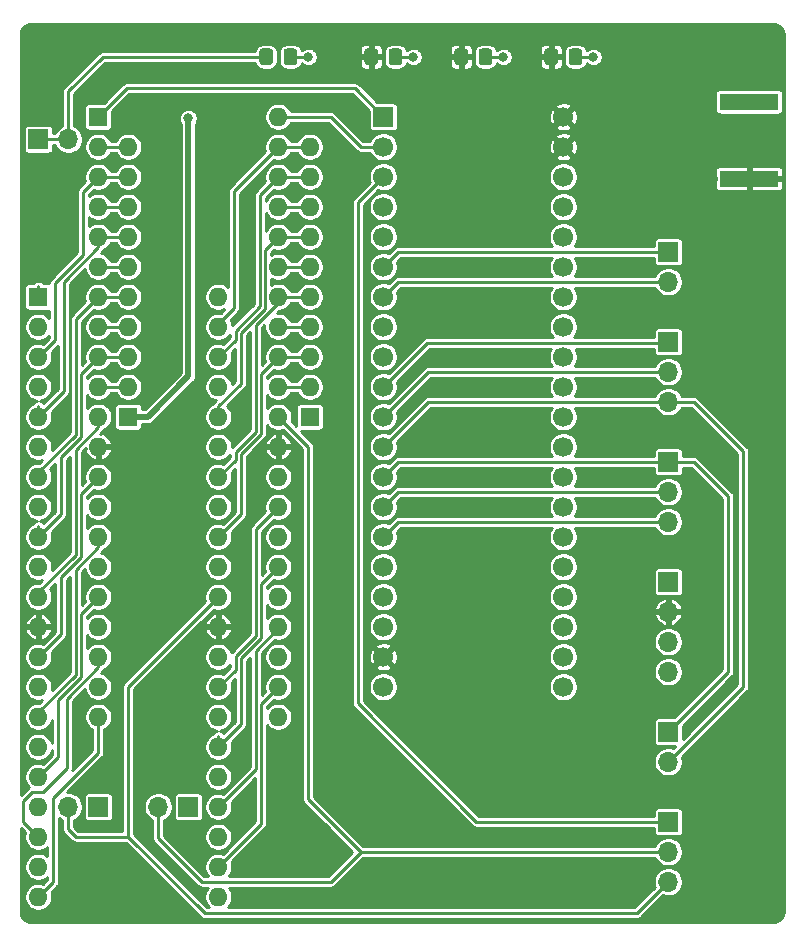
<source format=gbr>
%TF.GenerationSoftware,KiCad,Pcbnew,(5.1.9)-1*%
%TF.CreationDate,2021-05-08T11:56:35+01:00*%
%TF.ProjectId,Blue Pill Kickstart Switcher,426c7565-2050-4696-9c6c-204b69636b73,1*%
%TF.SameCoordinates,Original*%
%TF.FileFunction,Copper,L1,Top*%
%TF.FilePolarity,Positive*%
%FSLAX46Y46*%
G04 Gerber Fmt 4.6, Leading zero omitted, Abs format (unit mm)*
G04 Created by KiCad (PCBNEW (5.1.9)-1) date 2021-05-08 11:56:35*
%MOMM*%
%LPD*%
G01*
G04 APERTURE LIST*
%TA.AperFunction,ComponentPad*%
%ADD10O,1.600000X1.600000*%
%TD*%
%TA.AperFunction,ComponentPad*%
%ADD11R,1.600000X1.600000*%
%TD*%
%TA.AperFunction,ComponentPad*%
%ADD12O,1.700000X1.700000*%
%TD*%
%TA.AperFunction,ComponentPad*%
%ADD13R,1.700000X1.700000*%
%TD*%
%TA.AperFunction,ComponentPad*%
%ADD14C,1.700000*%
%TD*%
%TA.AperFunction,SMDPad,CuDef*%
%ADD15R,5.000000X1.400000*%
%TD*%
%TA.AperFunction,ComponentPad*%
%ADD16C,1.400000*%
%TD*%
%TA.AperFunction,ViaPad*%
%ADD17C,0.800000*%
%TD*%
%TA.AperFunction,Conductor*%
%ADD18C,0.250000*%
%TD*%
%TA.AperFunction,Conductor*%
%ADD19C,0.500000*%
%TD*%
%TA.AperFunction,Conductor*%
%ADD20C,0.254000*%
%TD*%
%TA.AperFunction,Conductor*%
%ADD21C,0.100000*%
%TD*%
G04 APERTURE END LIST*
%TO.P,D4,2*%
%TO.N,Net-(D4-Pad2)*%
%TA.AperFunction,SMDPad,CuDef*%
G36*
G01*
X140150000Y-71570001D02*
X140150000Y-70669999D01*
G75*
G02*
X140399999Y-70420000I249999J0D01*
G01*
X141050001Y-70420000D01*
G75*
G02*
X141300000Y-70669999I0J-249999D01*
G01*
X141300000Y-71570001D01*
G75*
G02*
X141050001Y-71820000I-249999J0D01*
G01*
X140399999Y-71820000D01*
G75*
G02*
X140150000Y-71570001I0J249999D01*
G01*
G37*
%TD.AperFunction*%
%TO.P,D4,1*%
%TO.N,PA8*%
%TA.AperFunction,SMDPad,CuDef*%
G36*
G01*
X138100000Y-71570001D02*
X138100000Y-70669999D01*
G75*
G02*
X138349999Y-70420000I249999J0D01*
G01*
X139000001Y-70420000D01*
G75*
G02*
X139250000Y-70669999I0J-249999D01*
G01*
X139250000Y-71570001D01*
G75*
G02*
X139000001Y-71820000I-249999J0D01*
G01*
X138349999Y-71820000D01*
G75*
G02*
X138100000Y-71570001I0J249999D01*
G01*
G37*
%TD.AperFunction*%
%TD*%
D10*
%TO.P,RN2,10*%
%TO.N,A8*%
X142367000Y-78740000D03*
%TO.P,RN2,9*%
%TO.N,A9*%
X142367000Y-81280000D03*
%TO.P,RN2,8*%
%TO.N,A10*%
X142367000Y-83820000D03*
%TO.P,RN2,7*%
%TO.N,A11*%
X142367000Y-86360000D03*
%TO.P,RN2,6*%
%TO.N,A12*%
X142367000Y-88900000D03*
%TO.P,RN2,5*%
%TO.N,A13*%
X142367000Y-91440000D03*
%TO.P,RN2,4*%
%TO.N,A14*%
X142367000Y-93980000D03*
%TO.P,RN2,3*%
%TO.N,A15*%
X142367000Y-96520000D03*
%TO.P,RN2,2*%
%TO.N,A16*%
X142367000Y-99060000D03*
D11*
%TO.P,RN2,1*%
%TO.N,+5V*%
X142367000Y-101600000D03*
%TD*%
%TO.P,RN1,1*%
%TO.N,+5V*%
X127000000Y-101600000D03*
D10*
%TO.P,RN1,2*%
%TO.N,A0*%
X127000000Y-99060000D03*
%TO.P,RN1,3*%
%TO.N,A1*%
X127000000Y-96520000D03*
%TO.P,RN1,4*%
%TO.N,A2*%
X127000000Y-93980000D03*
%TO.P,RN1,5*%
%TO.N,A3*%
X127000000Y-91440000D03*
%TO.P,RN1,6*%
%TO.N,A4*%
X127000000Y-88900000D03*
%TO.P,RN1,7*%
%TO.N,A5*%
X127000000Y-86360000D03*
%TO.P,RN1,8*%
%TO.N,A6*%
X127000000Y-83820000D03*
%TO.P,RN1,9*%
%TO.N,A7*%
X127000000Y-81280000D03*
%TO.P,RN1,10*%
%TO.N,A17*%
X127000000Y-78740000D03*
%TD*%
D12*
%TO.P,J9,2*%
%TO.N,EPROM_PIN32_A20*%
X129540000Y-134620000D03*
D13*
%TO.P,J9,1*%
%TO.N,+5V*%
X132080000Y-134620000D03*
%TD*%
D12*
%TO.P,J8,2*%
%TO.N,A20*%
X121920000Y-134620000D03*
D13*
%TO.P,J8,1*%
%TO.N,A17*%
X124460000Y-134620000D03*
%TD*%
%TO.P,D3,2*%
%TO.N,Net-(D3-Pad2)*%
%TA.AperFunction,SMDPad,CuDef*%
G36*
G01*
X164280000Y-71570001D02*
X164280000Y-70669999D01*
G75*
G02*
X164529999Y-70420000I249999J0D01*
G01*
X165180001Y-70420000D01*
G75*
G02*
X165430000Y-70669999I0J-249999D01*
G01*
X165430000Y-71570001D01*
G75*
G02*
X165180001Y-71820000I-249999J0D01*
G01*
X164529999Y-71820000D01*
G75*
G02*
X164280000Y-71570001I0J249999D01*
G01*
G37*
%TD.AperFunction*%
%TO.P,D3,1*%
%TO.N,GND*%
%TA.AperFunction,SMDPad,CuDef*%
G36*
G01*
X162230000Y-71570001D02*
X162230000Y-70669999D01*
G75*
G02*
X162479999Y-70420000I249999J0D01*
G01*
X163130001Y-70420000D01*
G75*
G02*
X163380000Y-70669999I0J-249999D01*
G01*
X163380000Y-71570001D01*
G75*
G02*
X163130001Y-71820000I-249999J0D01*
G01*
X162479999Y-71820000D01*
G75*
G02*
X162230000Y-71570001I0J249999D01*
G01*
G37*
%TD.AperFunction*%
%TD*%
%TO.P,D2,2*%
%TO.N,Net-(D2-Pad2)*%
%TA.AperFunction,SMDPad,CuDef*%
G36*
G01*
X156660000Y-71570001D02*
X156660000Y-70669999D01*
G75*
G02*
X156909999Y-70420000I249999J0D01*
G01*
X157560001Y-70420000D01*
G75*
G02*
X157810000Y-70669999I0J-249999D01*
G01*
X157810000Y-71570001D01*
G75*
G02*
X157560001Y-71820000I-249999J0D01*
G01*
X156909999Y-71820000D01*
G75*
G02*
X156660000Y-71570001I0J249999D01*
G01*
G37*
%TD.AperFunction*%
%TO.P,D2,1*%
%TO.N,GND*%
%TA.AperFunction,SMDPad,CuDef*%
G36*
G01*
X154610000Y-71570001D02*
X154610000Y-70669999D01*
G75*
G02*
X154859999Y-70420000I249999J0D01*
G01*
X155510001Y-70420000D01*
G75*
G02*
X155760000Y-70669999I0J-249999D01*
G01*
X155760000Y-71570001D01*
G75*
G02*
X155510001Y-71820000I-249999J0D01*
G01*
X154859999Y-71820000D01*
G75*
G02*
X154610000Y-71570001I0J249999D01*
G01*
G37*
%TD.AperFunction*%
%TD*%
%TO.P,D1,2*%
%TO.N,Net-(D1-Pad2)*%
%TA.AperFunction,SMDPad,CuDef*%
G36*
G01*
X149040000Y-71570001D02*
X149040000Y-70669999D01*
G75*
G02*
X149289999Y-70420000I249999J0D01*
G01*
X149940001Y-70420000D01*
G75*
G02*
X150190000Y-70669999I0J-249999D01*
G01*
X150190000Y-71570001D01*
G75*
G02*
X149940001Y-71820000I-249999J0D01*
G01*
X149289999Y-71820000D01*
G75*
G02*
X149040000Y-71570001I0J249999D01*
G01*
G37*
%TD.AperFunction*%
%TO.P,D1,1*%
%TO.N,GND*%
%TA.AperFunction,SMDPad,CuDef*%
G36*
G01*
X146990000Y-71570001D02*
X146990000Y-70669999D01*
G75*
G02*
X147239999Y-70420000I249999J0D01*
G01*
X147890001Y-70420000D01*
G75*
G02*
X148140000Y-70669999I0J-249999D01*
G01*
X148140000Y-71570001D01*
G75*
G02*
X147890001Y-71820000I-249999J0D01*
G01*
X147239999Y-71820000D01*
G75*
G02*
X146990000Y-71570001I0J249999D01*
G01*
G37*
%TD.AperFunction*%
%TD*%
D12*
%TO.P,J6,2*%
%TO.N,PA8*%
X121920000Y-78105000D03*
D13*
%TO.P,J6,1*%
X119380000Y-78105000D03*
%TD*%
D14*
%TO.P,U3,40*%
%TO.N,GND*%
X163830000Y-76200000D03*
D13*
%TO.P,U3,1*%
%TO.N,EPROM_PIN1_A18*%
X148590000Y-76200000D03*
D14*
%TO.P,U3,39*%
%TO.N,GND*%
X163830000Y-78740000D03*
%TO.P,U3,2*%
%TO.N,EPROM_PIN42_A19*%
X148590000Y-78740000D03*
%TO.P,U3,38*%
%TO.N,+3V3*%
X163830000Y-81280000D03*
%TO.P,U3,3*%
%TO.N,PB14_A20*%
X148590000Y-81280000D03*
%TO.P,U3,37*%
%TO.N,Net-(U3-Pad37)*%
X163830000Y-83820000D03*
%TO.P,U3,4*%
%TO.N,Net-(U3-Pad4)*%
X148590000Y-83820000D03*
%TO.P,U3,36*%
%TO.N,Net-(U3-Pad36)*%
X163830000Y-86360000D03*
%TO.P,U3,5*%
%TO.N,PA8*%
X148590000Y-86360000D03*
%TO.P,U3,35*%
%TO.N,Net-(U3-Pad35)*%
X163830000Y-88900000D03*
%TO.P,U3,6*%
%TO.N,PA9*%
X148590000Y-88900000D03*
%TO.P,U3,34*%
%TO.N,Net-(U3-Pad34)*%
X163830000Y-91440000D03*
%TO.P,U3,7*%
%TO.N,PA10*%
X148590000Y-91440000D03*
%TO.P,U3,33*%
%TO.N,Net-(U3-Pad33)*%
X163830000Y-93980000D03*
%TO.P,U3,8*%
%TO.N,Net-(U3-Pad8)*%
X148590000Y-93980000D03*
%TO.P,U3,32*%
%TO.N,Net-(U3-Pad32)*%
X163830000Y-96520000D03*
%TO.P,U3,9*%
%TO.N,Net-(U3-Pad9)*%
X148590000Y-96520000D03*
%TO.P,U3,31*%
%TO.N,Net-(U3-Pad31)*%
X163830000Y-99060000D03*
%TO.P,U3,10*%
%TO.N,PA15*%
X148590000Y-99060000D03*
%TO.P,U3,30*%
%TO.N,Net-(U3-Pad30)*%
X163830000Y-101600000D03*
%TO.P,U3,11*%
%TO.N,PB3*%
X148590000Y-101600000D03*
%TO.P,U3,29*%
%TO.N,Net-(U3-Pad29)*%
X163830000Y-104140000D03*
%TO.P,U3,12*%
%TO.N,PB4*%
X148590000Y-104140000D03*
%TO.P,U3,28*%
%TO.N,Net-(U3-Pad28)*%
X163830000Y-106680000D03*
%TO.P,U3,13*%
%TO.N,PB5*%
X148590000Y-106680000D03*
%TO.P,U3,27*%
%TO.N,Net-(U3-Pad27)*%
X163830000Y-109220000D03*
%TO.P,U3,14*%
%TO.N,PB6*%
X148590000Y-109220000D03*
%TO.P,U3,26*%
%TO.N,Net-(U3-Pad26)*%
X163830000Y-111760000D03*
%TO.P,U3,15*%
%TO.N,PB7*%
X148590000Y-111760000D03*
%TO.P,U3,25*%
%TO.N,Net-(U3-Pad25)*%
X163830000Y-114300000D03*
%TO.P,U3,16*%
%TO.N,PB8*%
X148590000Y-114300000D03*
%TO.P,U3,24*%
%TO.N,Net-(U3-Pad24)*%
X163830000Y-116840000D03*
%TO.P,U3,17*%
%TO.N,PB9*%
X148590000Y-116840000D03*
%TO.P,U3,23*%
%TO.N,Net-(U3-Pad23)*%
X163830000Y-119380000D03*
%TO.P,U3,18*%
%TO.N,+5V*%
X148590000Y-119380000D03*
%TO.P,U3,22*%
%TO.N,Net-(U3-Pad22)*%
X163830000Y-121920000D03*
%TO.P,U3,19*%
%TO.N,GND*%
X148590000Y-121920000D03*
%TO.P,U3,21*%
%TO.N,Net-(U3-Pad21)*%
X163830000Y-124460000D03*
%TO.P,U3,20*%
%TO.N,+3V3*%
X148590000Y-124460000D03*
%TD*%
D12*
%TO.P,J7,2*%
%TO.N,PB4*%
X172720000Y-130810000D03*
D13*
%TO.P,J7,1*%
%TO.N,PB5*%
X172720000Y-128270000D03*
%TD*%
D12*
%TO.P,J5,3*%
%TO.N,A20*%
X172720000Y-140970000D03*
%TO.P,J5,2*%
%TO.N,EPROM_PIN32_A20*%
X172720000Y-138430000D03*
D13*
%TO.P,J5,1*%
%TO.N,PB14_A20*%
X172720000Y-135890000D03*
%TD*%
D12*
%TO.P,J4,4*%
%TO.N,PA10*%
X172720000Y-123190000D03*
%TO.P,J4,3*%
%TO.N,PA9*%
X172720000Y-120650000D03*
%TO.P,J4,2*%
%TO.N,GND*%
X172720000Y-118110000D03*
D13*
%TO.P,J4,1*%
%TO.N,+5V*%
X172720000Y-115570000D03*
%TD*%
D12*
%TO.P,J3,3*%
%TO.N,PB7*%
X172720000Y-110490000D03*
%TO.P,J3,2*%
%TO.N,PB6*%
X172720000Y-107950000D03*
D13*
%TO.P,J3,1*%
%TO.N,PB5*%
X172720000Y-105410000D03*
%TD*%
D12*
%TO.P,J2,3*%
%TO.N,PB4*%
X172720000Y-100330000D03*
%TO.P,J2,2*%
%TO.N,PB3*%
X172720000Y-97790000D03*
D13*
%TO.P,J2,1*%
%TO.N,PA15*%
X172720000Y-95250000D03*
%TD*%
D12*
%TO.P,J1,2*%
%TO.N,PA10*%
X172720000Y-90170000D03*
D13*
%TO.P,J1,1*%
%TO.N,PA9*%
X172720000Y-87630000D03*
%TD*%
D15*
%TO.P,B1,2*%
%TO.N,GND*%
X179550000Y-81430000D03*
%TO.P,B1,1*%
%TO.N,PB8*%
X179550000Y-74930000D03*
D16*
%TO.P,B1,2*%
%TO.N,GND*%
X177800000Y-81430000D03*
%TO.P,B1,1*%
%TO.N,PB8*%
X177800000Y-74930000D03*
%TD*%
D10*
%TO.P,U2,42*%
%TO.N,EPROM_PIN42_A19*%
X139700000Y-76200000D03*
%TO.P,U2,21*%
%TO.N,D11*%
X124460000Y-127000000D03*
%TO.P,U2,41*%
%TO.N,A8*%
X139700000Y-78740000D03*
%TO.P,U2,20*%
%TO.N,D3*%
X124460000Y-124460000D03*
%TO.P,U2,40*%
%TO.N,A9*%
X139700000Y-81280000D03*
%TO.P,U2,19*%
%TO.N,D10*%
X124460000Y-121920000D03*
%TO.P,U2,39*%
%TO.N,A10*%
X139700000Y-83820000D03*
%TO.P,U2,18*%
%TO.N,D2*%
X124460000Y-119380000D03*
%TO.P,U2,38*%
%TO.N,A11*%
X139700000Y-86360000D03*
%TO.P,U2,17*%
%TO.N,D9*%
X124460000Y-116840000D03*
%TO.P,U2,37*%
%TO.N,A12*%
X139700000Y-88900000D03*
%TO.P,U2,16*%
%TO.N,D1*%
X124460000Y-114300000D03*
%TO.P,U2,36*%
%TO.N,A13*%
X139700000Y-91440000D03*
%TO.P,U2,15*%
%TO.N,D8*%
X124460000Y-111760000D03*
%TO.P,U2,35*%
%TO.N,A14*%
X139700000Y-93980000D03*
%TO.P,U2,14*%
%TO.N,D0*%
X124460000Y-109220000D03*
%TO.P,U2,34*%
%TO.N,A15*%
X139700000Y-96520000D03*
%TO.P,U2,13*%
%TO.N,OE*%
X124460000Y-106680000D03*
%TO.P,U2,33*%
%TO.N,A16*%
X139700000Y-99060000D03*
%TO.P,U2,12*%
%TO.N,GND*%
X124460000Y-104140000D03*
%TO.P,U2,32*%
%TO.N,EPROM_PIN32_A20*%
X139700000Y-101600000D03*
%TO.P,U2,11*%
%TO.N,CS*%
X124460000Y-101600000D03*
%TO.P,U2,31*%
%TO.N,GND*%
X139700000Y-104140000D03*
%TO.P,U2,10*%
%TO.N,A0*%
X124460000Y-99060000D03*
%TO.P,U2,30*%
%TO.N,D15*%
X139700000Y-106680000D03*
%TO.P,U2,9*%
%TO.N,A1*%
X124460000Y-96520000D03*
%TO.P,U2,29*%
%TO.N,D7*%
X139700000Y-109220000D03*
%TO.P,U2,8*%
%TO.N,A2*%
X124460000Y-93980000D03*
%TO.P,U2,28*%
%TO.N,D14*%
X139700000Y-111760000D03*
%TO.P,U2,7*%
%TO.N,A3*%
X124460000Y-91440000D03*
%TO.P,U2,27*%
%TO.N,D6*%
X139700000Y-114300000D03*
%TO.P,U2,6*%
%TO.N,A4*%
X124460000Y-88900000D03*
%TO.P,U2,26*%
%TO.N,D13*%
X139700000Y-116840000D03*
%TO.P,U2,5*%
%TO.N,A5*%
X124460000Y-86360000D03*
%TO.P,U2,25*%
%TO.N,D5*%
X139700000Y-119380000D03*
%TO.P,U2,4*%
%TO.N,A6*%
X124460000Y-83820000D03*
%TO.P,U2,24*%
%TO.N,D12*%
X139700000Y-121920000D03*
%TO.P,U2,3*%
%TO.N,A7*%
X124460000Y-81280000D03*
%TO.P,U2,23*%
%TO.N,D4*%
X139700000Y-124460000D03*
%TO.P,U2,2*%
%TO.N,A17*%
X124460000Y-78740000D03*
%TO.P,U2,22*%
%TO.N,+5V*%
X139700000Y-127000000D03*
D11*
%TO.P,U2,1*%
%TO.N,EPROM_PIN1_A18*%
X124460000Y-76200000D03*
%TD*%
D10*
%TO.P,U1,42*%
%TO.N,Net-(U1-Pad42)*%
X134620000Y-91440000D03*
%TO.P,U1,21*%
%TO.N,D11*%
X119380000Y-142240000D03*
%TO.P,U1,41*%
%TO.N,A8*%
X134620000Y-93980000D03*
%TO.P,U1,20*%
%TO.N,D3*%
X119380000Y-139700000D03*
%TO.P,U1,40*%
%TO.N,A9*%
X134620000Y-96520000D03*
%TO.P,U1,19*%
%TO.N,D10*%
X119380000Y-137160000D03*
%TO.P,U1,39*%
%TO.N,A10*%
X134620000Y-99060000D03*
%TO.P,U1,18*%
%TO.N,D2*%
X119380000Y-134620000D03*
%TO.P,U1,38*%
%TO.N,A11*%
X134620000Y-101600000D03*
%TO.P,U1,17*%
%TO.N,D9*%
X119380000Y-132080000D03*
%TO.P,U1,37*%
%TO.N,A12*%
X134620000Y-104140000D03*
%TO.P,U1,16*%
%TO.N,D1*%
X119380000Y-129540000D03*
%TO.P,U1,36*%
%TO.N,A13*%
X134620000Y-106680000D03*
%TO.P,U1,15*%
%TO.N,D8*%
X119380000Y-127000000D03*
%TO.P,U1,35*%
%TO.N,A14*%
X134620000Y-109220000D03*
%TO.P,U1,14*%
%TO.N,D0*%
X119380000Y-124460000D03*
%TO.P,U1,34*%
%TO.N,A15*%
X134620000Y-111760000D03*
%TO.P,U1,13*%
%TO.N,OE*%
X119380000Y-121920000D03*
%TO.P,U1,33*%
%TO.N,A16*%
X134620000Y-114300000D03*
%TO.P,U1,12*%
%TO.N,GND*%
X119380000Y-119380000D03*
%TO.P,U1,32*%
%TO.N,A20*%
X134620000Y-116840000D03*
%TO.P,U1,11*%
%TO.N,CS*%
X119380000Y-116840000D03*
%TO.P,U1,31*%
%TO.N,GND*%
X134620000Y-119380000D03*
%TO.P,U1,10*%
%TO.N,A0*%
X119380000Y-114300000D03*
%TO.P,U1,30*%
%TO.N,D15*%
X134620000Y-121920000D03*
%TO.P,U1,9*%
%TO.N,A1*%
X119380000Y-111760000D03*
%TO.P,U1,29*%
%TO.N,D7*%
X134620000Y-124460000D03*
%TO.P,U1,8*%
%TO.N,A2*%
X119380000Y-109220000D03*
%TO.P,U1,28*%
%TO.N,D14*%
X134620000Y-127000000D03*
%TO.P,U1,7*%
%TO.N,A3*%
X119380000Y-106680000D03*
%TO.P,U1,27*%
%TO.N,D6*%
X134620000Y-129540000D03*
%TO.P,U1,6*%
%TO.N,A4*%
X119380000Y-104140000D03*
%TO.P,U1,26*%
%TO.N,D13*%
X134620000Y-132080000D03*
%TO.P,U1,5*%
%TO.N,A5*%
X119380000Y-101600000D03*
%TO.P,U1,25*%
%TO.N,D5*%
X134620000Y-134620000D03*
%TO.P,U1,4*%
%TO.N,A6*%
X119380000Y-99060000D03*
%TO.P,U1,24*%
%TO.N,D12*%
X134620000Y-137160000D03*
%TO.P,U1,3*%
%TO.N,A7*%
X119380000Y-96520000D03*
%TO.P,U1,23*%
%TO.N,D4*%
X134620000Y-139700000D03*
%TO.P,U1,2*%
%TO.N,A17*%
X119380000Y-93980000D03*
%TO.P,U1,22*%
%TO.N,+5V*%
X134620000Y-142240000D03*
D11*
%TO.P,U1,1*%
%TO.N,Net-(U1-Pad1)*%
X119380000Y-91440000D03*
%TD*%
D17*
%TO.N,GND*%
X128905000Y-86360000D03*
X128905000Y-88900000D03*
X128905000Y-91440000D03*
X128905000Y-93980000D03*
X128905000Y-96520000D03*
X128905000Y-99060000D03*
X128905000Y-104140000D03*
X128905000Y-109220000D03*
X128905000Y-111760000D03*
X128905000Y-114300000D03*
X128905000Y-116840000D03*
X128905000Y-119380000D03*
X128905000Y-124460000D03*
X128905000Y-127000000D03*
X156210000Y-76200000D03*
X156210000Y-78740000D03*
X156210000Y-81280000D03*
X156210000Y-83820000D03*
X156210000Y-86360000D03*
X156210000Y-88900000D03*
X156210000Y-91440000D03*
X156210000Y-93980000D03*
X156210000Y-96520000D03*
X156210000Y-99060000D03*
X156210000Y-101600000D03*
X156210000Y-104140000D03*
X156210000Y-106680000D03*
X156210000Y-109220000D03*
X156210000Y-111760000D03*
X156210000Y-114300000D03*
X156210000Y-116840000D03*
X156210000Y-119380000D03*
X156210000Y-121920000D03*
X179705000Y-78105000D03*
X172720000Y-92710000D03*
X172720000Y-102870000D03*
X172720000Y-113030000D03*
X177800000Y-136525000D03*
X181610000Y-136525000D03*
X167005000Y-137160000D03*
X150495000Y-137160000D03*
X167005000Y-133985000D03*
X181610000Y-88900000D03*
X181610000Y-96520000D03*
X181610000Y-99060000D03*
X181610000Y-102870000D03*
X181610000Y-106680000D03*
X181610000Y-109220000D03*
X181610000Y-113030000D03*
X181610000Y-116840000D03*
X181610000Y-119380000D03*
X181610000Y-121920000D03*
X181610000Y-125095000D03*
X181610000Y-129540000D03*
X181610000Y-132715000D03*
X177800000Y-132715000D03*
X172720000Y-83185000D03*
X167005000Y-140335000D03*
%TO.N,+5V*%
X132080000Y-76327000D03*
%TO.N,Net-(D1-Pad2)*%
X151130000Y-71120000D03*
%TO.N,Net-(D2-Pad2)*%
X158750000Y-71120000D03*
%TO.N,Net-(D3-Pad2)*%
X166370000Y-71120000D03*
%TO.N,Net-(D4-Pad2)*%
X142240000Y-71120000D03*
%TD*%
D18*
%TO.N,D11*%
X120650000Y-133858000D02*
X120650000Y-140970000D01*
X124460000Y-127000000D02*
X124460000Y-130048000D01*
X124460000Y-130048000D02*
X120650000Y-133858000D01*
X120650000Y-140970000D02*
X119380000Y-142240000D01*
%TO.N,A8*%
X134620000Y-93980000D02*
X134620000Y-93343590D01*
X135947991Y-92396599D02*
X134620000Y-93724590D01*
X135947991Y-82492009D02*
X135947991Y-92396599D01*
X139700000Y-78740000D02*
X135947991Y-82492009D01*
X134620000Y-93724590D02*
X134620000Y-93980000D01*
X139700000Y-78740000D02*
X142240000Y-78740000D01*
%TO.N,A9*%
X138124988Y-92253013D02*
X136074990Y-94303010D01*
X138124988Y-82855012D02*
X138124988Y-92253013D01*
X136074990Y-95065010D02*
X134620000Y-96520000D01*
X136074990Y-94303010D02*
X136074990Y-95065010D01*
X139700000Y-81280000D02*
X138124988Y-82855012D01*
X139700000Y-81280000D02*
X142240000Y-81280000D01*
%TO.N,D10*%
X118110000Y-134104999D02*
X118110000Y-135890000D01*
X118864999Y-133350000D02*
X118110000Y-134104999D01*
X119775002Y-133350000D02*
X118864999Y-133350000D01*
X121793000Y-131332002D02*
X119775002Y-133350000D01*
X118110000Y-135890000D02*
X119380000Y-137160000D01*
X121793000Y-125461996D02*
X121793000Y-131332002D01*
X124460000Y-122794996D02*
X121793000Y-125461996D01*
X124460000Y-121920000D02*
X124460000Y-122794996D01*
%TO.N,A10*%
X139700000Y-83820000D02*
X142240000Y-83820000D01*
%TO.N,A11*%
X134620000Y-101600000D02*
X134620000Y-100725002D01*
X136525000Y-94489410D02*
X138574999Y-92439412D01*
X136525000Y-94615000D02*
X136525000Y-94489410D01*
X138574999Y-92439412D02*
X138574999Y-87485001D01*
X138574999Y-87485001D02*
X139700000Y-86360000D01*
X136525000Y-98820002D02*
X134620000Y-100725002D01*
X136525000Y-94615000D02*
X136525000Y-98820002D01*
X139700000Y-86360000D02*
X142240000Y-86360000D01*
%TO.N,D9*%
X121031000Y-125587586D02*
X121031000Y-130429000D01*
X123005011Y-123613575D02*
X121031000Y-125587586D01*
X121031000Y-130429000D02*
X119380000Y-132080000D01*
X123005011Y-118294989D02*
X123005011Y-123613575D01*
X124460000Y-116840000D02*
X123005011Y-118294989D01*
%TO.N,A12*%
X139700000Y-88900000D02*
X142240000Y-88900000D01*
%TO.N,A13*%
X136074991Y-104588599D02*
X136074991Y-105225009D01*
X139700000Y-91950820D02*
X137795000Y-93855820D01*
X137795000Y-102868590D02*
X136074991Y-104588599D01*
X139700000Y-91440000D02*
X139700000Y-91950820D01*
X136074991Y-105225009D02*
X134620000Y-106680000D01*
X137795000Y-93855820D02*
X137795000Y-102868590D01*
X139700000Y-91440000D02*
X142240000Y-91440000D01*
%TO.N,D8*%
X124460000Y-111760000D02*
X124460000Y-112634996D01*
X124460000Y-112634996D02*
X122555000Y-114539996D01*
X122555000Y-114539996D02*
X122555000Y-123427176D01*
X122555000Y-123427176D02*
X119380000Y-126602176D01*
X119380000Y-126602176D02*
X119380000Y-127000000D01*
%TO.N,A14*%
X139700000Y-93980000D02*
X142240000Y-93980000D01*
%TO.N,A15*%
X136525000Y-104775000D02*
X138245011Y-103054989D01*
X138245011Y-103054989D02*
X138245011Y-97974989D01*
X138245011Y-97974989D02*
X139700000Y-96520000D01*
X136525000Y-109855000D02*
X134620000Y-111760000D01*
X136525000Y-104775000D02*
X136525000Y-109855000D01*
X139700000Y-96520000D02*
X142240000Y-96520000D01*
%TO.N,OE*%
X119380000Y-121920000D02*
X121285000Y-120015000D01*
X123005011Y-113453576D02*
X123005011Y-108134989D01*
X121285000Y-120015000D02*
X121285000Y-115173586D01*
X121285000Y-115173586D02*
X123005011Y-113453576D01*
X123005011Y-108134989D02*
X124460000Y-106680000D01*
%TO.N,A16*%
X139700000Y-99060000D02*
X142240000Y-99060000D01*
%TO.N,GND*%
X134620000Y-119380000D02*
X134620000Y-118505002D01*
%TO.N,CS*%
X124460000Y-102474996D02*
X122555000Y-104379996D01*
X122555000Y-113267176D02*
X119380000Y-116442176D01*
X124460000Y-101600000D02*
X124460000Y-102474996D01*
X122555000Y-104379996D02*
X122555000Y-113267176D01*
X119380000Y-116442176D02*
X119380000Y-116840000D01*
%TO.N,A0*%
X124460000Y-99060000D02*
X127000000Y-99060000D01*
%TO.N,A1*%
X121285000Y-109855000D02*
X119380000Y-111760000D01*
X123005011Y-97974989D02*
X123005011Y-103293576D01*
X121285000Y-105013586D02*
X121285000Y-109855000D01*
X119380000Y-111760000D02*
X119380000Y-110885002D01*
X124460000Y-96520000D02*
X123005011Y-97974989D01*
X123005011Y-103293576D02*
X121285000Y-105013586D01*
X124460000Y-96520000D02*
X127000000Y-96520000D01*
%TO.N,D7*%
X139700000Y-109220000D02*
X137795000Y-111125000D01*
X137795000Y-111125000D02*
X137795000Y-120142001D01*
X137795000Y-120142001D02*
X136074990Y-121862010D01*
X136074990Y-121862010D02*
X136074990Y-123005010D01*
X136074990Y-123005010D02*
X134620000Y-124460000D01*
%TO.N,A2*%
X124460000Y-93980000D02*
X127000000Y-93980000D01*
%TO.N,A3*%
X122555000Y-93345000D02*
X122555000Y-103107176D01*
X124460000Y-91440000D02*
X122555000Y-93345000D01*
X122555000Y-103107176D02*
X119380000Y-106282176D01*
X119380000Y-106282176D02*
X119380000Y-106680000D01*
X124460000Y-91440000D02*
X127000000Y-91440000D01*
%TO.N,D6*%
X134620000Y-129540000D02*
X134620000Y-128665002D01*
X136525000Y-127635000D02*
X134620000Y-129540000D01*
X136525000Y-122174000D02*
X136525000Y-127635000D01*
X136525000Y-122555000D02*
X136525000Y-122174000D01*
X136525000Y-122174000D02*
X136525000Y-122048410D01*
X136525000Y-122048410D02*
X138245011Y-120328400D01*
X138245011Y-120328400D02*
X138245011Y-115754989D01*
X138245011Y-115754989D02*
X139700000Y-114300000D01*
%TO.N,A4*%
X124460000Y-88900000D02*
X127000000Y-88900000D01*
%TO.N,A5*%
X119380000Y-101600000D02*
X119380000Y-100725002D01*
X124460000Y-86360000D02*
X127000000Y-86360000D01*
X121539000Y-99441000D02*
X119380000Y-101600000D01*
X121539000Y-90155998D02*
X121539000Y-99441000D01*
X124460000Y-87234998D02*
X121539000Y-90155998D01*
X124460000Y-86360000D02*
X124460000Y-87234998D01*
%TO.N,D5*%
X139700000Y-119380000D02*
X139700000Y-119509820D01*
X137795000Y-131445000D02*
X134620000Y-134620000D01*
X139700000Y-119509820D02*
X137795000Y-121414820D01*
X137795000Y-121414820D02*
X137795000Y-131445000D01*
%TO.N,A6*%
X124460000Y-83820000D02*
X127000000Y-83820000D01*
%TO.N,A7*%
X124460000Y-81280000D02*
X127000000Y-81280000D01*
X120777000Y-90281588D02*
X120777000Y-95123000D01*
X123190000Y-87868588D02*
X120777000Y-90281588D01*
X123190000Y-82550000D02*
X123190000Y-87868588D01*
X120777000Y-95123000D02*
X119380000Y-96520000D01*
X124460000Y-81280000D02*
X123190000Y-82550000D01*
%TO.N,D4*%
X138245011Y-125914989D02*
X138245011Y-136074989D01*
X139700000Y-124460000D02*
X138245011Y-125914989D01*
X138245011Y-136074989D02*
X135419999Y-138900001D01*
X135419999Y-138900001D02*
X134620000Y-139700000D01*
%TO.N,A17*%
X124460000Y-78740000D02*
X127000000Y-78740000D01*
%TO.N,Net-(U1-Pad1)*%
X119380000Y-91440000D02*
X119380000Y-90565002D01*
D19*
%TO.N,+5V*%
X127000000Y-101600000D02*
X128651000Y-101600000D01*
X128651000Y-101600000D02*
X132080000Y-98171000D01*
X132080000Y-98171000D02*
X132080000Y-76327000D01*
D18*
%TO.N,PA10*%
X162306000Y-90170000D02*
X172720000Y-90170000D01*
X149860000Y-90170000D02*
X162306000Y-90170000D01*
X148590000Y-91440000D02*
X149860000Y-90170000D01*
%TO.N,PA9*%
X162052000Y-87630000D02*
X172720000Y-87630000D01*
X149860000Y-87630000D02*
X162052000Y-87630000D01*
X148590000Y-88900000D02*
X149860000Y-87630000D01*
%TO.N,PB4*%
X152400000Y-100330000D02*
X172720000Y-100330000D01*
X148590000Y-104140000D02*
X152400000Y-100330000D01*
X179070000Y-124460000D02*
X172720000Y-130810000D01*
X179070000Y-104521000D02*
X179070000Y-124460000D01*
X174879000Y-100330000D02*
X179070000Y-104521000D01*
X172720000Y-100330000D02*
X174879000Y-100330000D01*
%TO.N,PB3*%
X152400000Y-97790000D02*
X172720000Y-97790000D01*
X148590000Y-101600000D02*
X152400000Y-97790000D01*
%TO.N,PA15*%
X172625001Y-95344999D02*
X172720000Y-95250000D01*
X152305001Y-95344999D02*
X172625001Y-95344999D01*
X148590000Y-99060000D02*
X152305001Y-95344999D01*
%TO.N,PB7*%
X149860000Y-110490000D02*
X172720000Y-110490000D01*
X148590000Y-111760000D02*
X149860000Y-110490000D01*
%TO.N,PB6*%
X149860000Y-107950000D02*
X172720000Y-107950000D01*
X148590000Y-109220000D02*
X149860000Y-107950000D01*
%TO.N,PB5*%
X149860000Y-105410000D02*
X172720000Y-105410000D01*
X148590000Y-106680000D02*
X149860000Y-105410000D01*
X177800000Y-123190000D02*
X172720000Y-128270000D01*
X177800000Y-108331000D02*
X177800000Y-123190000D01*
X174879000Y-105410000D02*
X177800000Y-108331000D01*
X172720000Y-105410000D02*
X174879000Y-105410000D01*
%TO.N,A20*%
X122555000Y-137160000D02*
X127000000Y-137160000D01*
X121920000Y-136525000D02*
X122555000Y-137160000D01*
X121920000Y-134620000D02*
X121920000Y-136525000D01*
X127000000Y-124460000D02*
X127000000Y-137160000D01*
X134620000Y-116840000D02*
X127000000Y-124460000D01*
X170053000Y-143637000D02*
X172720000Y-140970000D01*
X133477000Y-143637000D02*
X170053000Y-143637000D01*
X127000000Y-137160000D02*
X133477000Y-143637000D01*
%TO.N,EPROM_PIN32_A20*%
X146685000Y-138430000D02*
X172720000Y-138430000D01*
X144145000Y-135890000D02*
X146685000Y-138430000D01*
X142240000Y-133985000D02*
X144145000Y-135890000D01*
X142240000Y-104140000D02*
X142240000Y-133985000D01*
X139700000Y-101600000D02*
X142240000Y-104140000D01*
X129540000Y-137287000D02*
X129540000Y-134620000D01*
X133223000Y-140970000D02*
X129540000Y-137287000D01*
X144145000Y-140970000D02*
X133223000Y-140970000D01*
X146685000Y-138430000D02*
X144145000Y-140970000D01*
%TO.N,EPROM_PIN42_A19*%
X146685000Y-78740000D02*
X148590000Y-78740000D01*
X144145000Y-76200000D02*
X146685000Y-78740000D01*
X139700000Y-76200000D02*
X144145000Y-76200000D01*
%TO.N,EPROM_PIN1_A18*%
X146177000Y-73787000D02*
X148590000Y-76200000D01*
X126873000Y-73787000D02*
X146177000Y-73787000D01*
X124460000Y-76200000D02*
X126873000Y-73787000D01*
%TO.N,PA8*%
X119380000Y-78105000D02*
X121920000Y-78105000D01*
X124841000Y-71120000D02*
X138675000Y-71120000D01*
X121920000Y-74041000D02*
X124841000Y-71120000D01*
X121920000Y-78105000D02*
X121920000Y-74041000D01*
%TO.N,PB14_A20*%
X156464000Y-135890000D02*
X172720000Y-135890000D01*
X146431000Y-125857000D02*
X156464000Y-135890000D01*
X146431000Y-83439000D02*
X146431000Y-125857000D01*
X148590000Y-81280000D02*
X146431000Y-83439000D01*
%TO.N,Net-(D1-Pad2)*%
X151130000Y-71120000D02*
X149615000Y-71120000D01*
%TO.N,Net-(D2-Pad2)*%
X158750000Y-71120000D02*
X157235000Y-71120000D01*
%TO.N,Net-(D3-Pad2)*%
X166370000Y-71120000D02*
X164855000Y-71120000D01*
%TO.N,Net-(D4-Pad2)*%
X140725000Y-71120000D02*
X142240000Y-71120000D01*
%TD*%
D20*
%TO.N,GND*%
X181777441Y-68369364D02*
X181938501Y-68417992D01*
X182087054Y-68496979D01*
X182217430Y-68603310D01*
X182324674Y-68732946D01*
X182404695Y-68880942D01*
X182454446Y-69041661D01*
X182474000Y-69227707D01*
X182474001Y-143490136D01*
X182455636Y-143677441D01*
X182407008Y-143838503D01*
X182328023Y-143987051D01*
X182221689Y-144117430D01*
X182092054Y-144224674D01*
X181944058Y-144304695D01*
X181783339Y-144354446D01*
X181597293Y-144374000D01*
X118764854Y-144374000D01*
X118577559Y-144355636D01*
X118416497Y-144307008D01*
X118267949Y-144228023D01*
X118137570Y-144121689D01*
X118030326Y-143992054D01*
X117950305Y-143844058D01*
X117900554Y-143683339D01*
X117881000Y-143497293D01*
X117881000Y-136376591D01*
X118266510Y-136762102D01*
X118244386Y-136815515D01*
X118199000Y-137043682D01*
X118199000Y-137276318D01*
X118244386Y-137504485D01*
X118333412Y-137719413D01*
X118462658Y-137912843D01*
X118627157Y-138077342D01*
X118820587Y-138206588D01*
X119035515Y-138295614D01*
X119263682Y-138341000D01*
X119496318Y-138341000D01*
X119724485Y-138295614D01*
X119939413Y-138206588D01*
X120132843Y-138077342D01*
X120144001Y-138066184D01*
X120144001Y-138793816D01*
X120132843Y-138782658D01*
X119939413Y-138653412D01*
X119724485Y-138564386D01*
X119496318Y-138519000D01*
X119263682Y-138519000D01*
X119035515Y-138564386D01*
X118820587Y-138653412D01*
X118627157Y-138782658D01*
X118462658Y-138947157D01*
X118333412Y-139140587D01*
X118244386Y-139355515D01*
X118199000Y-139583682D01*
X118199000Y-139816318D01*
X118244386Y-140044485D01*
X118333412Y-140259413D01*
X118462658Y-140452843D01*
X118627157Y-140617342D01*
X118820587Y-140746588D01*
X119035515Y-140835614D01*
X119263682Y-140881000D01*
X119496318Y-140881000D01*
X119724485Y-140835614D01*
X119939413Y-140746588D01*
X120132843Y-140617342D01*
X120144001Y-140606184D01*
X120144001Y-140760407D01*
X119777898Y-141126510D01*
X119724485Y-141104386D01*
X119496318Y-141059000D01*
X119263682Y-141059000D01*
X119035515Y-141104386D01*
X118820587Y-141193412D01*
X118627157Y-141322658D01*
X118462658Y-141487157D01*
X118333412Y-141680587D01*
X118244386Y-141895515D01*
X118199000Y-142123682D01*
X118199000Y-142356318D01*
X118244386Y-142584485D01*
X118333412Y-142799413D01*
X118462658Y-142992843D01*
X118627157Y-143157342D01*
X118820587Y-143286588D01*
X119035515Y-143375614D01*
X119263682Y-143421000D01*
X119496318Y-143421000D01*
X119724485Y-143375614D01*
X119939413Y-143286588D01*
X120132843Y-143157342D01*
X120297342Y-142992843D01*
X120426588Y-142799413D01*
X120515614Y-142584485D01*
X120561000Y-142356318D01*
X120561000Y-142123682D01*
X120515614Y-141895515D01*
X120493490Y-141842102D01*
X120990222Y-141345370D01*
X121009527Y-141329527D01*
X121072759Y-141252479D01*
X121119745Y-141164575D01*
X121138003Y-141104386D01*
X121148678Y-141069194D01*
X121149682Y-141059000D01*
X121156000Y-140994854D01*
X121156000Y-140994847D01*
X121158447Y-140970001D01*
X121156000Y-140945155D01*
X121156000Y-135590023D01*
X121336903Y-135710898D01*
X121414001Y-135742833D01*
X121414001Y-136500144D01*
X121411553Y-136525000D01*
X121421322Y-136624192D01*
X121450255Y-136719574D01*
X121459699Y-136737242D01*
X121497242Y-136807479D01*
X121560474Y-136884527D01*
X121579780Y-136900371D01*
X122179628Y-137500220D01*
X122195473Y-137519527D01*
X122272521Y-137582759D01*
X122355703Y-137627221D01*
X122360425Y-137629745D01*
X122455807Y-137658678D01*
X122555000Y-137668448D01*
X122579854Y-137666000D01*
X126790409Y-137666000D01*
X133101628Y-143977220D01*
X133117473Y-143996527D01*
X133194521Y-144059759D01*
X133270029Y-144100119D01*
X133282425Y-144106745D01*
X133377806Y-144135678D01*
X133387694Y-144136652D01*
X133452146Y-144143000D01*
X133452153Y-144143000D01*
X133476999Y-144145447D01*
X133501845Y-144143000D01*
X170028154Y-144143000D01*
X170053000Y-144145447D01*
X170077846Y-144143000D01*
X170077854Y-144143000D01*
X170152193Y-144135678D01*
X170247575Y-144106745D01*
X170335479Y-144059759D01*
X170412527Y-143996527D01*
X170428376Y-143977215D01*
X172283833Y-142121758D01*
X172360931Y-142153693D01*
X172598757Y-142201000D01*
X172841243Y-142201000D01*
X173079069Y-142153693D01*
X173303097Y-142060898D01*
X173504717Y-141926180D01*
X173676180Y-141754717D01*
X173810898Y-141553097D01*
X173903693Y-141329069D01*
X173951000Y-141091243D01*
X173951000Y-140848757D01*
X173903693Y-140610931D01*
X173810898Y-140386903D01*
X173676180Y-140185283D01*
X173504717Y-140013820D01*
X173303097Y-139879102D01*
X173079069Y-139786307D01*
X172841243Y-139739000D01*
X172598757Y-139739000D01*
X172360931Y-139786307D01*
X172136903Y-139879102D01*
X171935283Y-140013820D01*
X171763820Y-140185283D01*
X171629102Y-140386903D01*
X171536307Y-140610931D01*
X171489000Y-140848757D01*
X171489000Y-141091243D01*
X171536307Y-141329069D01*
X171568242Y-141406167D01*
X169843409Y-143131000D01*
X135399185Y-143131000D01*
X135537342Y-142992843D01*
X135666588Y-142799413D01*
X135755614Y-142584485D01*
X135801000Y-142356318D01*
X135801000Y-142123682D01*
X135755614Y-141895515D01*
X135666588Y-141680587D01*
X135537342Y-141487157D01*
X135526185Y-141476000D01*
X144120154Y-141476000D01*
X144145000Y-141478447D01*
X144169846Y-141476000D01*
X144169854Y-141476000D01*
X144244193Y-141468678D01*
X144339575Y-141439745D01*
X144427479Y-141392759D01*
X144504527Y-141329527D01*
X144520376Y-141310215D01*
X146894592Y-138936000D01*
X171597168Y-138936000D01*
X171629102Y-139013097D01*
X171763820Y-139214717D01*
X171935283Y-139386180D01*
X172136903Y-139520898D01*
X172360931Y-139613693D01*
X172598757Y-139661000D01*
X172841243Y-139661000D01*
X173079069Y-139613693D01*
X173303097Y-139520898D01*
X173504717Y-139386180D01*
X173676180Y-139214717D01*
X173810898Y-139013097D01*
X173903693Y-138789069D01*
X173951000Y-138551243D01*
X173951000Y-138308757D01*
X173903693Y-138070931D01*
X173810898Y-137846903D01*
X173676180Y-137645283D01*
X173504717Y-137473820D01*
X173303097Y-137339102D01*
X173079069Y-137246307D01*
X172841243Y-137199000D01*
X172598757Y-137199000D01*
X172360931Y-137246307D01*
X172136903Y-137339102D01*
X171935283Y-137473820D01*
X171763820Y-137645283D01*
X171629102Y-137846903D01*
X171597168Y-137924000D01*
X146894592Y-137924000D01*
X144520375Y-135549784D01*
X144520370Y-135549778D01*
X142746000Y-133775409D01*
X142746000Y-104164845D01*
X142748447Y-104139999D01*
X142746000Y-104115153D01*
X142746000Y-104115146D01*
X142738678Y-104040807D01*
X142709745Y-103945425D01*
X142662759Y-103857521D01*
X142599527Y-103780473D01*
X142580220Y-103764628D01*
X141598435Y-102782843D01*
X143167000Y-102782843D01*
X143241689Y-102775487D01*
X143313508Y-102753701D01*
X143379696Y-102718322D01*
X143437711Y-102670711D01*
X143485322Y-102612696D01*
X143520701Y-102546508D01*
X143542487Y-102474689D01*
X143549843Y-102400000D01*
X143549843Y-100800000D01*
X143542487Y-100725311D01*
X143520701Y-100653492D01*
X143485322Y-100587304D01*
X143437711Y-100529289D01*
X143379696Y-100481678D01*
X143313508Y-100446299D01*
X143241689Y-100424513D01*
X143167000Y-100417157D01*
X141567000Y-100417157D01*
X141492311Y-100424513D01*
X141420492Y-100446299D01*
X141354304Y-100481678D01*
X141296289Y-100529289D01*
X141248678Y-100587304D01*
X141213299Y-100653492D01*
X141191513Y-100725311D01*
X141184157Y-100800000D01*
X141184157Y-102368566D01*
X140813490Y-101997898D01*
X140835614Y-101944485D01*
X140881000Y-101716318D01*
X140881000Y-101483682D01*
X140835614Y-101255515D01*
X140746588Y-101040587D01*
X140617342Y-100847157D01*
X140452843Y-100682658D01*
X140259413Y-100553412D01*
X140044485Y-100464386D01*
X139816318Y-100419000D01*
X139583682Y-100419000D01*
X139355515Y-100464386D01*
X139140587Y-100553412D01*
X138947157Y-100682658D01*
X138782658Y-100847157D01*
X138751011Y-100894520D01*
X138751011Y-99765480D01*
X138782658Y-99812843D01*
X138947157Y-99977342D01*
X139140587Y-100106588D01*
X139355515Y-100195614D01*
X139583682Y-100241000D01*
X139816318Y-100241000D01*
X140044485Y-100195614D01*
X140259413Y-100106588D01*
X140452843Y-99977342D01*
X140617342Y-99812843D01*
X140746588Y-99619413D01*
X140768712Y-99566000D01*
X141298288Y-99566000D01*
X141320412Y-99619413D01*
X141449658Y-99812843D01*
X141614157Y-99977342D01*
X141807587Y-100106588D01*
X142022515Y-100195614D01*
X142250682Y-100241000D01*
X142483318Y-100241000D01*
X142711485Y-100195614D01*
X142926413Y-100106588D01*
X143119843Y-99977342D01*
X143284342Y-99812843D01*
X143413588Y-99619413D01*
X143502614Y-99404485D01*
X143548000Y-99176318D01*
X143548000Y-98943682D01*
X143502614Y-98715515D01*
X143413588Y-98500587D01*
X143284342Y-98307157D01*
X143119843Y-98142658D01*
X142926413Y-98013412D01*
X142711485Y-97924386D01*
X142483318Y-97879000D01*
X142250682Y-97879000D01*
X142022515Y-97924386D01*
X141807587Y-98013412D01*
X141614157Y-98142658D01*
X141449658Y-98307157D01*
X141320412Y-98500587D01*
X141298288Y-98554000D01*
X140768712Y-98554000D01*
X140746588Y-98500587D01*
X140617342Y-98307157D01*
X140452843Y-98142658D01*
X140259413Y-98013412D01*
X140044485Y-97924386D01*
X139816318Y-97879000D01*
X139583682Y-97879000D01*
X139355515Y-97924386D01*
X139140587Y-98013412D01*
X138947157Y-98142658D01*
X138782658Y-98307157D01*
X138751011Y-98354520D01*
X138751011Y-98184580D01*
X139302102Y-97633490D01*
X139355515Y-97655614D01*
X139583682Y-97701000D01*
X139816318Y-97701000D01*
X140044485Y-97655614D01*
X140259413Y-97566588D01*
X140452843Y-97437342D01*
X140617342Y-97272843D01*
X140746588Y-97079413D01*
X140768712Y-97026000D01*
X141298288Y-97026000D01*
X141320412Y-97079413D01*
X141449658Y-97272843D01*
X141614157Y-97437342D01*
X141807587Y-97566588D01*
X142022515Y-97655614D01*
X142250682Y-97701000D01*
X142483318Y-97701000D01*
X142711485Y-97655614D01*
X142926413Y-97566588D01*
X143119843Y-97437342D01*
X143284342Y-97272843D01*
X143413588Y-97079413D01*
X143502614Y-96864485D01*
X143548000Y-96636318D01*
X143548000Y-96403682D01*
X143502614Y-96175515D01*
X143413588Y-95960587D01*
X143284342Y-95767157D01*
X143119843Y-95602658D01*
X142926413Y-95473412D01*
X142711485Y-95384386D01*
X142483318Y-95339000D01*
X142250682Y-95339000D01*
X142022515Y-95384386D01*
X141807587Y-95473412D01*
X141614157Y-95602658D01*
X141449658Y-95767157D01*
X141320412Y-95960587D01*
X141298288Y-96014000D01*
X140768712Y-96014000D01*
X140746588Y-95960587D01*
X140617342Y-95767157D01*
X140452843Y-95602658D01*
X140259413Y-95473412D01*
X140044485Y-95384386D01*
X139816318Y-95339000D01*
X139583682Y-95339000D01*
X139355515Y-95384386D01*
X139140587Y-95473412D01*
X138947157Y-95602658D01*
X138782658Y-95767157D01*
X138653412Y-95960587D01*
X138564386Y-96175515D01*
X138519000Y-96403682D01*
X138519000Y-96636318D01*
X138564386Y-96864485D01*
X138586510Y-96917898D01*
X138301000Y-97203409D01*
X138301000Y-94065411D01*
X138523040Y-93843371D01*
X138519000Y-93863682D01*
X138519000Y-94096318D01*
X138564386Y-94324485D01*
X138653412Y-94539413D01*
X138782658Y-94732843D01*
X138947157Y-94897342D01*
X139140587Y-95026588D01*
X139355515Y-95115614D01*
X139583682Y-95161000D01*
X139816318Y-95161000D01*
X140044485Y-95115614D01*
X140259413Y-95026588D01*
X140452843Y-94897342D01*
X140617342Y-94732843D01*
X140746588Y-94539413D01*
X140768712Y-94486000D01*
X141298288Y-94486000D01*
X141320412Y-94539413D01*
X141449658Y-94732843D01*
X141614157Y-94897342D01*
X141807587Y-95026588D01*
X142022515Y-95115614D01*
X142250682Y-95161000D01*
X142483318Y-95161000D01*
X142711485Y-95115614D01*
X142926413Y-95026588D01*
X143119843Y-94897342D01*
X143284342Y-94732843D01*
X143413588Y-94539413D01*
X143502614Y-94324485D01*
X143548000Y-94096318D01*
X143548000Y-93863682D01*
X143502614Y-93635515D01*
X143413588Y-93420587D01*
X143284342Y-93227157D01*
X143119843Y-93062658D01*
X142926413Y-92933412D01*
X142711485Y-92844386D01*
X142483318Y-92799000D01*
X142250682Y-92799000D01*
X142022515Y-92844386D01*
X141807587Y-92933412D01*
X141614157Y-93062658D01*
X141449658Y-93227157D01*
X141320412Y-93420587D01*
X141298288Y-93474000D01*
X140768712Y-93474000D01*
X140746588Y-93420587D01*
X140617342Y-93227157D01*
X140452843Y-93062658D01*
X140259413Y-92933412D01*
X140044485Y-92844386D01*
X139816318Y-92799000D01*
X139583682Y-92799000D01*
X139563372Y-92803040D01*
X139745412Y-92621000D01*
X139816318Y-92621000D01*
X140044485Y-92575614D01*
X140259413Y-92486588D01*
X140452843Y-92357342D01*
X140617342Y-92192843D01*
X140746588Y-91999413D01*
X140768712Y-91946000D01*
X141298288Y-91946000D01*
X141320412Y-91999413D01*
X141449658Y-92192843D01*
X141614157Y-92357342D01*
X141807587Y-92486588D01*
X142022515Y-92575614D01*
X142250682Y-92621000D01*
X142483318Y-92621000D01*
X142711485Y-92575614D01*
X142926413Y-92486588D01*
X143119843Y-92357342D01*
X143284342Y-92192843D01*
X143413588Y-91999413D01*
X143502614Y-91784485D01*
X143548000Y-91556318D01*
X143548000Y-91323682D01*
X143502614Y-91095515D01*
X143413588Y-90880587D01*
X143284342Y-90687157D01*
X143119843Y-90522658D01*
X142926413Y-90393412D01*
X142711485Y-90304386D01*
X142483318Y-90259000D01*
X142250682Y-90259000D01*
X142022515Y-90304386D01*
X141807587Y-90393412D01*
X141614157Y-90522658D01*
X141449658Y-90687157D01*
X141320412Y-90880587D01*
X141298288Y-90934000D01*
X140768712Y-90934000D01*
X140746588Y-90880587D01*
X140617342Y-90687157D01*
X140452843Y-90522658D01*
X140259413Y-90393412D01*
X140044485Y-90304386D01*
X139816318Y-90259000D01*
X139583682Y-90259000D01*
X139355515Y-90304386D01*
X139140587Y-90393412D01*
X139080999Y-90433227D01*
X139080999Y-89906773D01*
X139140587Y-89946588D01*
X139355515Y-90035614D01*
X139583682Y-90081000D01*
X139816318Y-90081000D01*
X140044485Y-90035614D01*
X140259413Y-89946588D01*
X140452843Y-89817342D01*
X140617342Y-89652843D01*
X140746588Y-89459413D01*
X140768712Y-89406000D01*
X141298288Y-89406000D01*
X141320412Y-89459413D01*
X141449658Y-89652843D01*
X141614157Y-89817342D01*
X141807587Y-89946588D01*
X142022515Y-90035614D01*
X142250682Y-90081000D01*
X142483318Y-90081000D01*
X142711485Y-90035614D01*
X142926413Y-89946588D01*
X143119843Y-89817342D01*
X143284342Y-89652843D01*
X143413588Y-89459413D01*
X143502614Y-89244485D01*
X143548000Y-89016318D01*
X143548000Y-88783682D01*
X143502614Y-88555515D01*
X143413588Y-88340587D01*
X143284342Y-88147157D01*
X143119843Y-87982658D01*
X142926413Y-87853412D01*
X142711485Y-87764386D01*
X142483318Y-87719000D01*
X142250682Y-87719000D01*
X142022515Y-87764386D01*
X141807587Y-87853412D01*
X141614157Y-87982658D01*
X141449658Y-88147157D01*
X141320412Y-88340587D01*
X141298288Y-88394000D01*
X140768712Y-88394000D01*
X140746588Y-88340587D01*
X140617342Y-88147157D01*
X140452843Y-87982658D01*
X140259413Y-87853412D01*
X140044485Y-87764386D01*
X139816318Y-87719000D01*
X139583682Y-87719000D01*
X139355515Y-87764386D01*
X139140587Y-87853412D01*
X139080999Y-87893227D01*
X139080999Y-87694592D01*
X139302102Y-87473490D01*
X139355515Y-87495614D01*
X139583682Y-87541000D01*
X139816318Y-87541000D01*
X140044485Y-87495614D01*
X140259413Y-87406588D01*
X140452843Y-87277342D01*
X140617342Y-87112843D01*
X140746588Y-86919413D01*
X140768712Y-86866000D01*
X141298288Y-86866000D01*
X141320412Y-86919413D01*
X141449658Y-87112843D01*
X141614157Y-87277342D01*
X141807587Y-87406588D01*
X142022515Y-87495614D01*
X142250682Y-87541000D01*
X142483318Y-87541000D01*
X142711485Y-87495614D01*
X142926413Y-87406588D01*
X143119843Y-87277342D01*
X143284342Y-87112843D01*
X143413588Y-86919413D01*
X143502614Y-86704485D01*
X143548000Y-86476318D01*
X143548000Y-86243682D01*
X143502614Y-86015515D01*
X143413588Y-85800587D01*
X143284342Y-85607157D01*
X143119843Y-85442658D01*
X142926413Y-85313412D01*
X142711485Y-85224386D01*
X142483318Y-85179000D01*
X142250682Y-85179000D01*
X142022515Y-85224386D01*
X141807587Y-85313412D01*
X141614157Y-85442658D01*
X141449658Y-85607157D01*
X141320412Y-85800587D01*
X141298288Y-85854000D01*
X140768712Y-85854000D01*
X140746588Y-85800587D01*
X140617342Y-85607157D01*
X140452843Y-85442658D01*
X140259413Y-85313412D01*
X140044485Y-85224386D01*
X139816318Y-85179000D01*
X139583682Y-85179000D01*
X139355515Y-85224386D01*
X139140587Y-85313412D01*
X138947157Y-85442658D01*
X138782658Y-85607157D01*
X138653412Y-85800587D01*
X138630988Y-85854723D01*
X138630988Y-84325277D01*
X138653412Y-84379413D01*
X138782658Y-84572843D01*
X138947157Y-84737342D01*
X139140587Y-84866588D01*
X139355515Y-84955614D01*
X139583682Y-85001000D01*
X139816318Y-85001000D01*
X140044485Y-84955614D01*
X140259413Y-84866588D01*
X140452843Y-84737342D01*
X140617342Y-84572843D01*
X140746588Y-84379413D01*
X140768712Y-84326000D01*
X141298288Y-84326000D01*
X141320412Y-84379413D01*
X141449658Y-84572843D01*
X141614157Y-84737342D01*
X141807587Y-84866588D01*
X142022515Y-84955614D01*
X142250682Y-85001000D01*
X142483318Y-85001000D01*
X142711485Y-84955614D01*
X142926413Y-84866588D01*
X143119843Y-84737342D01*
X143284342Y-84572843D01*
X143413588Y-84379413D01*
X143502614Y-84164485D01*
X143548000Y-83936318D01*
X143548000Y-83703682D01*
X143502614Y-83475515D01*
X143487490Y-83439000D01*
X145922553Y-83439000D01*
X145925000Y-83463846D01*
X145925001Y-125832144D01*
X145922553Y-125857000D01*
X145932322Y-125956192D01*
X145961255Y-126051574D01*
X145977870Y-126082658D01*
X146008242Y-126139479D01*
X146071474Y-126216527D01*
X146090781Y-126232372D01*
X156088628Y-136230220D01*
X156104473Y-136249527D01*
X156181521Y-136312759D01*
X156265165Y-136357468D01*
X156269425Y-136359745D01*
X156364807Y-136388678D01*
X156464000Y-136398448D01*
X156488854Y-136396000D01*
X171487157Y-136396000D01*
X171487157Y-136740000D01*
X171494513Y-136814689D01*
X171516299Y-136886508D01*
X171551678Y-136952696D01*
X171599289Y-137010711D01*
X171657304Y-137058322D01*
X171723492Y-137093701D01*
X171795311Y-137115487D01*
X171870000Y-137122843D01*
X173570000Y-137122843D01*
X173644689Y-137115487D01*
X173716508Y-137093701D01*
X173782696Y-137058322D01*
X173840711Y-137010711D01*
X173888322Y-136952696D01*
X173923701Y-136886508D01*
X173945487Y-136814689D01*
X173952843Y-136740000D01*
X173952843Y-135040000D01*
X173945487Y-134965311D01*
X173923701Y-134893492D01*
X173888322Y-134827304D01*
X173840711Y-134769289D01*
X173782696Y-134721678D01*
X173716508Y-134686299D01*
X173644689Y-134664513D01*
X173570000Y-134657157D01*
X171870000Y-134657157D01*
X171795311Y-134664513D01*
X171723492Y-134686299D01*
X171657304Y-134721678D01*
X171599289Y-134769289D01*
X171551678Y-134827304D01*
X171516299Y-134893492D01*
X171494513Y-134965311D01*
X171487157Y-135040000D01*
X171487157Y-135384000D01*
X156673592Y-135384000D01*
X146937000Y-125647409D01*
X146937000Y-124338757D01*
X147359000Y-124338757D01*
X147359000Y-124581243D01*
X147406307Y-124819069D01*
X147499102Y-125043097D01*
X147633820Y-125244717D01*
X147805283Y-125416180D01*
X148006903Y-125550898D01*
X148230931Y-125643693D01*
X148468757Y-125691000D01*
X148711243Y-125691000D01*
X148949069Y-125643693D01*
X149173097Y-125550898D01*
X149374717Y-125416180D01*
X149546180Y-125244717D01*
X149680898Y-125043097D01*
X149773693Y-124819069D01*
X149821000Y-124581243D01*
X149821000Y-124338757D01*
X162599000Y-124338757D01*
X162599000Y-124581243D01*
X162646307Y-124819069D01*
X162739102Y-125043097D01*
X162873820Y-125244717D01*
X163045283Y-125416180D01*
X163246903Y-125550898D01*
X163470931Y-125643693D01*
X163708757Y-125691000D01*
X163951243Y-125691000D01*
X164189069Y-125643693D01*
X164413097Y-125550898D01*
X164614717Y-125416180D01*
X164786180Y-125244717D01*
X164920898Y-125043097D01*
X165013693Y-124819069D01*
X165061000Y-124581243D01*
X165061000Y-124338757D01*
X165013693Y-124100931D01*
X164920898Y-123876903D01*
X164786180Y-123675283D01*
X164614717Y-123503820D01*
X164413097Y-123369102D01*
X164189069Y-123276307D01*
X163951243Y-123229000D01*
X163708757Y-123229000D01*
X163470931Y-123276307D01*
X163246903Y-123369102D01*
X163045283Y-123503820D01*
X162873820Y-123675283D01*
X162739102Y-123876903D01*
X162646307Y-124100931D01*
X162599000Y-124338757D01*
X149821000Y-124338757D01*
X149773693Y-124100931D01*
X149680898Y-123876903D01*
X149546180Y-123675283D01*
X149374717Y-123503820D01*
X149173097Y-123369102D01*
X148949069Y-123276307D01*
X148711243Y-123229000D01*
X148468757Y-123229000D01*
X148230931Y-123276307D01*
X148006903Y-123369102D01*
X147805283Y-123503820D01*
X147633820Y-123675283D01*
X147499102Y-123876903D01*
X147406307Y-124100931D01*
X147359000Y-124338757D01*
X146937000Y-124338757D01*
X146937000Y-122812100D01*
X147877505Y-122812100D01*
X147969523Y-122990078D01*
X148190207Y-123090566D01*
X148426255Y-123146069D01*
X148668596Y-123154456D01*
X148907917Y-123115402D01*
X149135020Y-123030411D01*
X149210477Y-122990078D01*
X149302495Y-122812100D01*
X148590000Y-122099605D01*
X147877505Y-122812100D01*
X146937000Y-122812100D01*
X146937000Y-121998596D01*
X147355544Y-121998596D01*
X147394598Y-122237917D01*
X147479589Y-122465020D01*
X147519922Y-122540477D01*
X147697900Y-122632495D01*
X148410395Y-121920000D01*
X148769605Y-121920000D01*
X149482100Y-122632495D01*
X149660078Y-122540477D01*
X149760566Y-122319793D01*
X149816069Y-122083745D01*
X149824456Y-121841404D01*
X149817497Y-121798757D01*
X162599000Y-121798757D01*
X162599000Y-122041243D01*
X162646307Y-122279069D01*
X162739102Y-122503097D01*
X162873820Y-122704717D01*
X163045283Y-122876180D01*
X163246903Y-123010898D01*
X163470931Y-123103693D01*
X163708757Y-123151000D01*
X163951243Y-123151000D01*
X164189069Y-123103693D01*
X164273412Y-123068757D01*
X171489000Y-123068757D01*
X171489000Y-123311243D01*
X171536307Y-123549069D01*
X171629102Y-123773097D01*
X171763820Y-123974717D01*
X171935283Y-124146180D01*
X172136903Y-124280898D01*
X172360931Y-124373693D01*
X172598757Y-124421000D01*
X172841243Y-124421000D01*
X173079069Y-124373693D01*
X173303097Y-124280898D01*
X173504717Y-124146180D01*
X173676180Y-123974717D01*
X173810898Y-123773097D01*
X173903693Y-123549069D01*
X173951000Y-123311243D01*
X173951000Y-123068757D01*
X173903693Y-122830931D01*
X173810898Y-122606903D01*
X173676180Y-122405283D01*
X173504717Y-122233820D01*
X173303097Y-122099102D01*
X173079069Y-122006307D01*
X172841243Y-121959000D01*
X172598757Y-121959000D01*
X172360931Y-122006307D01*
X172136903Y-122099102D01*
X171935283Y-122233820D01*
X171763820Y-122405283D01*
X171629102Y-122606903D01*
X171536307Y-122830931D01*
X171489000Y-123068757D01*
X164273412Y-123068757D01*
X164413097Y-123010898D01*
X164614717Y-122876180D01*
X164786180Y-122704717D01*
X164920898Y-122503097D01*
X165013693Y-122279069D01*
X165061000Y-122041243D01*
X165061000Y-121798757D01*
X165013693Y-121560931D01*
X164920898Y-121336903D01*
X164786180Y-121135283D01*
X164614717Y-120963820D01*
X164413097Y-120829102D01*
X164189069Y-120736307D01*
X163951243Y-120689000D01*
X163708757Y-120689000D01*
X163470931Y-120736307D01*
X163246903Y-120829102D01*
X163045283Y-120963820D01*
X162873820Y-121135283D01*
X162739102Y-121336903D01*
X162646307Y-121560931D01*
X162599000Y-121798757D01*
X149817497Y-121798757D01*
X149785402Y-121602083D01*
X149700411Y-121374980D01*
X149660078Y-121299523D01*
X149482100Y-121207505D01*
X148769605Y-121920000D01*
X148410395Y-121920000D01*
X147697900Y-121207505D01*
X147519922Y-121299523D01*
X147419434Y-121520207D01*
X147363931Y-121756255D01*
X147355544Y-121998596D01*
X146937000Y-121998596D01*
X146937000Y-121027900D01*
X147877505Y-121027900D01*
X148590000Y-121740395D01*
X149302495Y-121027900D01*
X149210477Y-120849922D01*
X148989793Y-120749434D01*
X148753745Y-120693931D01*
X148511404Y-120685544D01*
X148272083Y-120724598D01*
X148044980Y-120809589D01*
X147969523Y-120849922D01*
X147877505Y-121027900D01*
X146937000Y-121027900D01*
X146937000Y-119258757D01*
X147359000Y-119258757D01*
X147359000Y-119501243D01*
X147406307Y-119739069D01*
X147499102Y-119963097D01*
X147633820Y-120164717D01*
X147805283Y-120336180D01*
X148006903Y-120470898D01*
X148230931Y-120563693D01*
X148468757Y-120611000D01*
X148711243Y-120611000D01*
X148949069Y-120563693D01*
X149173097Y-120470898D01*
X149374717Y-120336180D01*
X149546180Y-120164717D01*
X149680898Y-119963097D01*
X149773693Y-119739069D01*
X149821000Y-119501243D01*
X149821000Y-119258757D01*
X162599000Y-119258757D01*
X162599000Y-119501243D01*
X162646307Y-119739069D01*
X162739102Y-119963097D01*
X162873820Y-120164717D01*
X163045283Y-120336180D01*
X163246903Y-120470898D01*
X163470931Y-120563693D01*
X163708757Y-120611000D01*
X163951243Y-120611000D01*
X164189069Y-120563693D01*
X164273412Y-120528757D01*
X171489000Y-120528757D01*
X171489000Y-120771243D01*
X171536307Y-121009069D01*
X171629102Y-121233097D01*
X171763820Y-121434717D01*
X171935283Y-121606180D01*
X172136903Y-121740898D01*
X172360931Y-121833693D01*
X172598757Y-121881000D01*
X172841243Y-121881000D01*
X173079069Y-121833693D01*
X173303097Y-121740898D01*
X173504717Y-121606180D01*
X173676180Y-121434717D01*
X173810898Y-121233097D01*
X173903693Y-121009069D01*
X173951000Y-120771243D01*
X173951000Y-120528757D01*
X173903693Y-120290931D01*
X173810898Y-120066903D01*
X173676180Y-119865283D01*
X173504717Y-119693820D01*
X173303097Y-119559102D01*
X173079069Y-119466307D01*
X172841243Y-119419000D01*
X172598757Y-119419000D01*
X172360931Y-119466307D01*
X172136903Y-119559102D01*
X171935283Y-119693820D01*
X171763820Y-119865283D01*
X171629102Y-120066903D01*
X171536307Y-120290931D01*
X171489000Y-120528757D01*
X164273412Y-120528757D01*
X164413097Y-120470898D01*
X164614717Y-120336180D01*
X164786180Y-120164717D01*
X164920898Y-119963097D01*
X165013693Y-119739069D01*
X165061000Y-119501243D01*
X165061000Y-119258757D01*
X165013693Y-119020931D01*
X164920898Y-118796903D01*
X164786180Y-118595283D01*
X164617877Y-118426980D01*
X171530511Y-118426980D01*
X171554866Y-118507288D01*
X171654761Y-118726961D01*
X171795592Y-118922924D01*
X171971948Y-119087647D01*
X172177051Y-119214799D01*
X172403019Y-119299495D01*
X172593000Y-119239187D01*
X172593000Y-118237000D01*
X172847000Y-118237000D01*
X172847000Y-119239187D01*
X173036981Y-119299495D01*
X173262949Y-119214799D01*
X173468052Y-119087647D01*
X173644408Y-118922924D01*
X173785239Y-118726961D01*
X173885134Y-118507288D01*
X173909489Y-118426980D01*
X173848627Y-118237000D01*
X172847000Y-118237000D01*
X172593000Y-118237000D01*
X171591373Y-118237000D01*
X171530511Y-118426980D01*
X164617877Y-118426980D01*
X164614717Y-118423820D01*
X164413097Y-118289102D01*
X164189069Y-118196307D01*
X163951243Y-118149000D01*
X163708757Y-118149000D01*
X163470931Y-118196307D01*
X163246903Y-118289102D01*
X163045283Y-118423820D01*
X162873820Y-118595283D01*
X162739102Y-118796903D01*
X162646307Y-119020931D01*
X162599000Y-119258757D01*
X149821000Y-119258757D01*
X149773693Y-119020931D01*
X149680898Y-118796903D01*
X149546180Y-118595283D01*
X149374717Y-118423820D01*
X149173097Y-118289102D01*
X148949069Y-118196307D01*
X148711243Y-118149000D01*
X148468757Y-118149000D01*
X148230931Y-118196307D01*
X148006903Y-118289102D01*
X147805283Y-118423820D01*
X147633820Y-118595283D01*
X147499102Y-118796903D01*
X147406307Y-119020931D01*
X147359000Y-119258757D01*
X146937000Y-119258757D01*
X146937000Y-116718757D01*
X147359000Y-116718757D01*
X147359000Y-116961243D01*
X147406307Y-117199069D01*
X147499102Y-117423097D01*
X147633820Y-117624717D01*
X147805283Y-117796180D01*
X148006903Y-117930898D01*
X148230931Y-118023693D01*
X148468757Y-118071000D01*
X148711243Y-118071000D01*
X148949069Y-118023693D01*
X149173097Y-117930898D01*
X149374717Y-117796180D01*
X149546180Y-117624717D01*
X149680898Y-117423097D01*
X149773693Y-117199069D01*
X149821000Y-116961243D01*
X149821000Y-116718757D01*
X162599000Y-116718757D01*
X162599000Y-116961243D01*
X162646307Y-117199069D01*
X162739102Y-117423097D01*
X162873820Y-117624717D01*
X163045283Y-117796180D01*
X163246903Y-117930898D01*
X163470931Y-118023693D01*
X163708757Y-118071000D01*
X163951243Y-118071000D01*
X164189069Y-118023693D01*
X164413097Y-117930898D01*
X164614717Y-117796180D01*
X164617877Y-117793020D01*
X171530511Y-117793020D01*
X171591373Y-117983000D01*
X172593000Y-117983000D01*
X172593000Y-116980813D01*
X172847000Y-116980813D01*
X172847000Y-117983000D01*
X173848627Y-117983000D01*
X173909489Y-117793020D01*
X173885134Y-117712712D01*
X173785239Y-117493039D01*
X173644408Y-117297076D01*
X173468052Y-117132353D01*
X173262949Y-117005201D01*
X173036981Y-116920505D01*
X172847000Y-116980813D01*
X172593000Y-116980813D01*
X172403019Y-116920505D01*
X172177051Y-117005201D01*
X171971948Y-117132353D01*
X171795592Y-117297076D01*
X171654761Y-117493039D01*
X171554866Y-117712712D01*
X171530511Y-117793020D01*
X164617877Y-117793020D01*
X164786180Y-117624717D01*
X164920898Y-117423097D01*
X165013693Y-117199069D01*
X165061000Y-116961243D01*
X165061000Y-116718757D01*
X165013693Y-116480931D01*
X164920898Y-116256903D01*
X164786180Y-116055283D01*
X164614717Y-115883820D01*
X164413097Y-115749102D01*
X164189069Y-115656307D01*
X163951243Y-115609000D01*
X163708757Y-115609000D01*
X163470931Y-115656307D01*
X163246903Y-115749102D01*
X163045283Y-115883820D01*
X162873820Y-116055283D01*
X162739102Y-116256903D01*
X162646307Y-116480931D01*
X162599000Y-116718757D01*
X149821000Y-116718757D01*
X149773693Y-116480931D01*
X149680898Y-116256903D01*
X149546180Y-116055283D01*
X149374717Y-115883820D01*
X149173097Y-115749102D01*
X148949069Y-115656307D01*
X148711243Y-115609000D01*
X148468757Y-115609000D01*
X148230931Y-115656307D01*
X148006903Y-115749102D01*
X147805283Y-115883820D01*
X147633820Y-116055283D01*
X147499102Y-116256903D01*
X147406307Y-116480931D01*
X147359000Y-116718757D01*
X146937000Y-116718757D01*
X146937000Y-114178757D01*
X147359000Y-114178757D01*
X147359000Y-114421243D01*
X147406307Y-114659069D01*
X147499102Y-114883097D01*
X147633820Y-115084717D01*
X147805283Y-115256180D01*
X148006903Y-115390898D01*
X148230931Y-115483693D01*
X148468757Y-115531000D01*
X148711243Y-115531000D01*
X148949069Y-115483693D01*
X149173097Y-115390898D01*
X149374717Y-115256180D01*
X149546180Y-115084717D01*
X149680898Y-114883097D01*
X149773693Y-114659069D01*
X149821000Y-114421243D01*
X149821000Y-114178757D01*
X162599000Y-114178757D01*
X162599000Y-114421243D01*
X162646307Y-114659069D01*
X162739102Y-114883097D01*
X162873820Y-115084717D01*
X163045283Y-115256180D01*
X163246903Y-115390898D01*
X163470931Y-115483693D01*
X163708757Y-115531000D01*
X163951243Y-115531000D01*
X164189069Y-115483693D01*
X164413097Y-115390898D01*
X164614717Y-115256180D01*
X164786180Y-115084717D01*
X164920898Y-114883097D01*
X164988454Y-114720000D01*
X171487157Y-114720000D01*
X171487157Y-116420000D01*
X171494513Y-116494689D01*
X171516299Y-116566508D01*
X171551678Y-116632696D01*
X171599289Y-116690711D01*
X171657304Y-116738322D01*
X171723492Y-116773701D01*
X171795311Y-116795487D01*
X171870000Y-116802843D01*
X173570000Y-116802843D01*
X173644689Y-116795487D01*
X173716508Y-116773701D01*
X173782696Y-116738322D01*
X173840711Y-116690711D01*
X173888322Y-116632696D01*
X173923701Y-116566508D01*
X173945487Y-116494689D01*
X173952843Y-116420000D01*
X173952843Y-114720000D01*
X173945487Y-114645311D01*
X173923701Y-114573492D01*
X173888322Y-114507304D01*
X173840711Y-114449289D01*
X173782696Y-114401678D01*
X173716508Y-114366299D01*
X173644689Y-114344513D01*
X173570000Y-114337157D01*
X171870000Y-114337157D01*
X171795311Y-114344513D01*
X171723492Y-114366299D01*
X171657304Y-114401678D01*
X171599289Y-114449289D01*
X171551678Y-114507304D01*
X171516299Y-114573492D01*
X171494513Y-114645311D01*
X171487157Y-114720000D01*
X164988454Y-114720000D01*
X165013693Y-114659069D01*
X165061000Y-114421243D01*
X165061000Y-114178757D01*
X165013693Y-113940931D01*
X164920898Y-113716903D01*
X164786180Y-113515283D01*
X164614717Y-113343820D01*
X164413097Y-113209102D01*
X164189069Y-113116307D01*
X163951243Y-113069000D01*
X163708757Y-113069000D01*
X163470931Y-113116307D01*
X163246903Y-113209102D01*
X163045283Y-113343820D01*
X162873820Y-113515283D01*
X162739102Y-113716903D01*
X162646307Y-113940931D01*
X162599000Y-114178757D01*
X149821000Y-114178757D01*
X149773693Y-113940931D01*
X149680898Y-113716903D01*
X149546180Y-113515283D01*
X149374717Y-113343820D01*
X149173097Y-113209102D01*
X148949069Y-113116307D01*
X148711243Y-113069000D01*
X148468757Y-113069000D01*
X148230931Y-113116307D01*
X148006903Y-113209102D01*
X147805283Y-113343820D01*
X147633820Y-113515283D01*
X147499102Y-113716903D01*
X147406307Y-113940931D01*
X147359000Y-114178757D01*
X146937000Y-114178757D01*
X146937000Y-98938757D01*
X147359000Y-98938757D01*
X147359000Y-99181243D01*
X147406307Y-99419069D01*
X147499102Y-99643097D01*
X147633820Y-99844717D01*
X147805283Y-100016180D01*
X148006903Y-100150898D01*
X148230931Y-100243693D01*
X148468757Y-100291000D01*
X148711243Y-100291000D01*
X148949069Y-100243693D01*
X149173097Y-100150898D01*
X149374717Y-100016180D01*
X149546180Y-99844717D01*
X149680898Y-99643097D01*
X149773693Y-99419069D01*
X149821000Y-99181243D01*
X149821000Y-98938757D01*
X149773693Y-98700931D01*
X149741758Y-98623833D01*
X152514593Y-95850999D01*
X162796501Y-95850999D01*
X162739102Y-95936903D01*
X162646307Y-96160931D01*
X162599000Y-96398757D01*
X162599000Y-96641243D01*
X162646307Y-96879069D01*
X162739102Y-97103097D01*
X162859977Y-97284000D01*
X152424854Y-97284000D01*
X152400000Y-97281552D01*
X152375146Y-97284000D01*
X152300807Y-97291322D01*
X152205425Y-97320255D01*
X152117521Y-97367241D01*
X152040473Y-97430473D01*
X152024628Y-97449780D01*
X149026167Y-100448242D01*
X148949069Y-100416307D01*
X148711243Y-100369000D01*
X148468757Y-100369000D01*
X148230931Y-100416307D01*
X148006903Y-100509102D01*
X147805283Y-100643820D01*
X147633820Y-100815283D01*
X147499102Y-101016903D01*
X147406307Y-101240931D01*
X147359000Y-101478757D01*
X147359000Y-101721243D01*
X147406307Y-101959069D01*
X147499102Y-102183097D01*
X147633820Y-102384717D01*
X147805283Y-102556180D01*
X148006903Y-102690898D01*
X148230931Y-102783693D01*
X148468757Y-102831000D01*
X148711243Y-102831000D01*
X148949069Y-102783693D01*
X149173097Y-102690898D01*
X149374717Y-102556180D01*
X149546180Y-102384717D01*
X149680898Y-102183097D01*
X149773693Y-101959069D01*
X149821000Y-101721243D01*
X149821000Y-101478757D01*
X149773693Y-101240931D01*
X149741758Y-101163833D01*
X152609592Y-98296000D01*
X162859977Y-98296000D01*
X162739102Y-98476903D01*
X162646307Y-98700931D01*
X162599000Y-98938757D01*
X162599000Y-99181243D01*
X162646307Y-99419069D01*
X162739102Y-99643097D01*
X162859977Y-99824000D01*
X152424854Y-99824000D01*
X152400000Y-99821552D01*
X152375146Y-99824000D01*
X152300807Y-99831322D01*
X152205425Y-99860255D01*
X152117521Y-99907241D01*
X152040473Y-99970473D01*
X152024628Y-99989780D01*
X149026167Y-102988242D01*
X148949069Y-102956307D01*
X148711243Y-102909000D01*
X148468757Y-102909000D01*
X148230931Y-102956307D01*
X148006903Y-103049102D01*
X147805283Y-103183820D01*
X147633820Y-103355283D01*
X147499102Y-103556903D01*
X147406307Y-103780931D01*
X147359000Y-104018757D01*
X147359000Y-104261243D01*
X147406307Y-104499069D01*
X147499102Y-104723097D01*
X147633820Y-104924717D01*
X147805283Y-105096180D01*
X148006903Y-105230898D01*
X148230931Y-105323693D01*
X148468757Y-105371000D01*
X148711243Y-105371000D01*
X148949069Y-105323693D01*
X149173097Y-105230898D01*
X149374717Y-105096180D01*
X149546180Y-104924717D01*
X149680898Y-104723097D01*
X149773693Y-104499069D01*
X149821000Y-104261243D01*
X149821000Y-104018757D01*
X149773693Y-103780931D01*
X149741758Y-103703833D01*
X152609592Y-100836000D01*
X162859977Y-100836000D01*
X162739102Y-101016903D01*
X162646307Y-101240931D01*
X162599000Y-101478757D01*
X162599000Y-101721243D01*
X162646307Y-101959069D01*
X162739102Y-102183097D01*
X162873820Y-102384717D01*
X163045283Y-102556180D01*
X163246903Y-102690898D01*
X163470931Y-102783693D01*
X163708757Y-102831000D01*
X163951243Y-102831000D01*
X164189069Y-102783693D01*
X164413097Y-102690898D01*
X164614717Y-102556180D01*
X164786180Y-102384717D01*
X164920898Y-102183097D01*
X165013693Y-101959069D01*
X165061000Y-101721243D01*
X165061000Y-101478757D01*
X165013693Y-101240931D01*
X164920898Y-101016903D01*
X164800023Y-100836000D01*
X171597168Y-100836000D01*
X171629102Y-100913097D01*
X171763820Y-101114717D01*
X171935283Y-101286180D01*
X172136903Y-101420898D01*
X172360931Y-101513693D01*
X172598757Y-101561000D01*
X172841243Y-101561000D01*
X173079069Y-101513693D01*
X173303097Y-101420898D01*
X173504717Y-101286180D01*
X173676180Y-101114717D01*
X173810898Y-100913097D01*
X173842832Y-100836000D01*
X174669409Y-100836000D01*
X178564000Y-104730592D01*
X178564001Y-124250407D01*
X173952843Y-128861566D01*
X173952843Y-127752748D01*
X178140220Y-123565372D01*
X178159527Y-123549527D01*
X178222759Y-123472479D01*
X178269745Y-123384575D01*
X178298678Y-123289193D01*
X178301086Y-123264741D01*
X178308448Y-123190000D01*
X178306000Y-123165146D01*
X178306000Y-108355854D01*
X178308448Y-108331000D01*
X178298678Y-108231807D01*
X178269745Y-108136425D01*
X178265831Y-108129102D01*
X178222759Y-108048521D01*
X178159527Y-107971473D01*
X178140220Y-107955628D01*
X175254376Y-105069785D01*
X175238527Y-105050473D01*
X175161479Y-104987241D01*
X175073575Y-104940255D01*
X174978193Y-104911322D01*
X174903854Y-104904000D01*
X174903846Y-104904000D01*
X174879000Y-104901553D01*
X174854154Y-104904000D01*
X173952843Y-104904000D01*
X173952843Y-104560000D01*
X173945487Y-104485311D01*
X173923701Y-104413492D01*
X173888322Y-104347304D01*
X173840711Y-104289289D01*
X173782696Y-104241678D01*
X173716508Y-104206299D01*
X173644689Y-104184513D01*
X173570000Y-104177157D01*
X171870000Y-104177157D01*
X171795311Y-104184513D01*
X171723492Y-104206299D01*
X171657304Y-104241678D01*
X171599289Y-104289289D01*
X171551678Y-104347304D01*
X171516299Y-104413492D01*
X171494513Y-104485311D01*
X171487157Y-104560000D01*
X171487157Y-104904000D01*
X164800023Y-104904000D01*
X164920898Y-104723097D01*
X165013693Y-104499069D01*
X165061000Y-104261243D01*
X165061000Y-104018757D01*
X165013693Y-103780931D01*
X164920898Y-103556903D01*
X164786180Y-103355283D01*
X164614717Y-103183820D01*
X164413097Y-103049102D01*
X164189069Y-102956307D01*
X163951243Y-102909000D01*
X163708757Y-102909000D01*
X163470931Y-102956307D01*
X163246903Y-103049102D01*
X163045283Y-103183820D01*
X162873820Y-103355283D01*
X162739102Y-103556903D01*
X162646307Y-103780931D01*
X162599000Y-104018757D01*
X162599000Y-104261243D01*
X162646307Y-104499069D01*
X162739102Y-104723097D01*
X162859977Y-104904000D01*
X149884845Y-104904000D01*
X149859999Y-104901553D01*
X149835153Y-104904000D01*
X149835146Y-104904000D01*
X149770694Y-104910348D01*
X149760806Y-104911322D01*
X149745375Y-104916003D01*
X149665425Y-104940255D01*
X149577521Y-104987241D01*
X149500473Y-105050473D01*
X149484628Y-105069780D01*
X149026167Y-105528242D01*
X148949069Y-105496307D01*
X148711243Y-105449000D01*
X148468757Y-105449000D01*
X148230931Y-105496307D01*
X148006903Y-105589102D01*
X147805283Y-105723820D01*
X147633820Y-105895283D01*
X147499102Y-106096903D01*
X147406307Y-106320931D01*
X147359000Y-106558757D01*
X147359000Y-106801243D01*
X147406307Y-107039069D01*
X147499102Y-107263097D01*
X147633820Y-107464717D01*
X147805283Y-107636180D01*
X148006903Y-107770898D01*
X148230931Y-107863693D01*
X148468757Y-107911000D01*
X148711243Y-107911000D01*
X148949069Y-107863693D01*
X149173097Y-107770898D01*
X149374717Y-107636180D01*
X149546180Y-107464717D01*
X149680898Y-107263097D01*
X149773693Y-107039069D01*
X149821000Y-106801243D01*
X149821000Y-106558757D01*
X149773693Y-106320931D01*
X149741758Y-106243833D01*
X150069592Y-105916000D01*
X162859977Y-105916000D01*
X162739102Y-106096903D01*
X162646307Y-106320931D01*
X162599000Y-106558757D01*
X162599000Y-106801243D01*
X162646307Y-107039069D01*
X162739102Y-107263097D01*
X162859977Y-107444000D01*
X149884845Y-107444000D01*
X149859999Y-107441553D01*
X149835153Y-107444000D01*
X149835146Y-107444000D01*
X149770694Y-107450348D01*
X149760806Y-107451322D01*
X149716648Y-107464717D01*
X149665425Y-107480255D01*
X149577521Y-107527241D01*
X149500473Y-107590473D01*
X149484628Y-107609780D01*
X149026167Y-108068242D01*
X148949069Y-108036307D01*
X148711243Y-107989000D01*
X148468757Y-107989000D01*
X148230931Y-108036307D01*
X148006903Y-108129102D01*
X147805283Y-108263820D01*
X147633820Y-108435283D01*
X147499102Y-108636903D01*
X147406307Y-108860931D01*
X147359000Y-109098757D01*
X147359000Y-109341243D01*
X147406307Y-109579069D01*
X147499102Y-109803097D01*
X147633820Y-110004717D01*
X147805283Y-110176180D01*
X148006903Y-110310898D01*
X148230931Y-110403693D01*
X148468757Y-110451000D01*
X148711243Y-110451000D01*
X148949069Y-110403693D01*
X149173097Y-110310898D01*
X149374717Y-110176180D01*
X149546180Y-110004717D01*
X149680898Y-109803097D01*
X149773693Y-109579069D01*
X149821000Y-109341243D01*
X149821000Y-109098757D01*
X149773693Y-108860931D01*
X149741758Y-108783833D01*
X150069592Y-108456000D01*
X162859977Y-108456000D01*
X162739102Y-108636903D01*
X162646307Y-108860931D01*
X162599000Y-109098757D01*
X162599000Y-109341243D01*
X162646307Y-109579069D01*
X162739102Y-109803097D01*
X162859977Y-109984000D01*
X149884845Y-109984000D01*
X149859999Y-109981553D01*
X149835153Y-109984000D01*
X149835146Y-109984000D01*
X149770694Y-109990348D01*
X149760806Y-109991322D01*
X149716648Y-110004717D01*
X149665425Y-110020255D01*
X149577521Y-110067241D01*
X149500473Y-110130473D01*
X149484628Y-110149780D01*
X149026167Y-110608242D01*
X148949069Y-110576307D01*
X148711243Y-110529000D01*
X148468757Y-110529000D01*
X148230931Y-110576307D01*
X148006903Y-110669102D01*
X147805283Y-110803820D01*
X147633820Y-110975283D01*
X147499102Y-111176903D01*
X147406307Y-111400931D01*
X147359000Y-111638757D01*
X147359000Y-111881243D01*
X147406307Y-112119069D01*
X147499102Y-112343097D01*
X147633820Y-112544717D01*
X147805283Y-112716180D01*
X148006903Y-112850898D01*
X148230931Y-112943693D01*
X148468757Y-112991000D01*
X148711243Y-112991000D01*
X148949069Y-112943693D01*
X149173097Y-112850898D01*
X149374717Y-112716180D01*
X149546180Y-112544717D01*
X149680898Y-112343097D01*
X149773693Y-112119069D01*
X149821000Y-111881243D01*
X149821000Y-111638757D01*
X149773693Y-111400931D01*
X149741758Y-111323833D01*
X150069592Y-110996000D01*
X162859977Y-110996000D01*
X162739102Y-111176903D01*
X162646307Y-111400931D01*
X162599000Y-111638757D01*
X162599000Y-111881243D01*
X162646307Y-112119069D01*
X162739102Y-112343097D01*
X162873820Y-112544717D01*
X163045283Y-112716180D01*
X163246903Y-112850898D01*
X163470931Y-112943693D01*
X163708757Y-112991000D01*
X163951243Y-112991000D01*
X164189069Y-112943693D01*
X164413097Y-112850898D01*
X164614717Y-112716180D01*
X164786180Y-112544717D01*
X164920898Y-112343097D01*
X165013693Y-112119069D01*
X165061000Y-111881243D01*
X165061000Y-111638757D01*
X165013693Y-111400931D01*
X164920898Y-111176903D01*
X164800023Y-110996000D01*
X171597168Y-110996000D01*
X171629102Y-111073097D01*
X171763820Y-111274717D01*
X171935283Y-111446180D01*
X172136903Y-111580898D01*
X172360931Y-111673693D01*
X172598757Y-111721000D01*
X172841243Y-111721000D01*
X173079069Y-111673693D01*
X173303097Y-111580898D01*
X173504717Y-111446180D01*
X173676180Y-111274717D01*
X173810898Y-111073097D01*
X173903693Y-110849069D01*
X173951000Y-110611243D01*
X173951000Y-110368757D01*
X173903693Y-110130931D01*
X173810898Y-109906903D01*
X173676180Y-109705283D01*
X173504717Y-109533820D01*
X173303097Y-109399102D01*
X173079069Y-109306307D01*
X172841243Y-109259000D01*
X172598757Y-109259000D01*
X172360931Y-109306307D01*
X172136903Y-109399102D01*
X171935283Y-109533820D01*
X171763820Y-109705283D01*
X171629102Y-109906903D01*
X171597168Y-109984000D01*
X164800023Y-109984000D01*
X164920898Y-109803097D01*
X165013693Y-109579069D01*
X165061000Y-109341243D01*
X165061000Y-109098757D01*
X165013693Y-108860931D01*
X164920898Y-108636903D01*
X164800023Y-108456000D01*
X171597168Y-108456000D01*
X171629102Y-108533097D01*
X171763820Y-108734717D01*
X171935283Y-108906180D01*
X172136903Y-109040898D01*
X172360931Y-109133693D01*
X172598757Y-109181000D01*
X172841243Y-109181000D01*
X173079069Y-109133693D01*
X173303097Y-109040898D01*
X173504717Y-108906180D01*
X173676180Y-108734717D01*
X173810898Y-108533097D01*
X173903693Y-108309069D01*
X173951000Y-108071243D01*
X173951000Y-107828757D01*
X173903693Y-107590931D01*
X173810898Y-107366903D01*
X173676180Y-107165283D01*
X173504717Y-106993820D01*
X173303097Y-106859102D01*
X173079069Y-106766307D01*
X172841243Y-106719000D01*
X172598757Y-106719000D01*
X172360931Y-106766307D01*
X172136903Y-106859102D01*
X171935283Y-106993820D01*
X171763820Y-107165283D01*
X171629102Y-107366903D01*
X171597168Y-107444000D01*
X164800023Y-107444000D01*
X164920898Y-107263097D01*
X165013693Y-107039069D01*
X165061000Y-106801243D01*
X165061000Y-106558757D01*
X165013693Y-106320931D01*
X164920898Y-106096903D01*
X164800023Y-105916000D01*
X171487157Y-105916000D01*
X171487157Y-106260000D01*
X171494513Y-106334689D01*
X171516299Y-106406508D01*
X171551678Y-106472696D01*
X171599289Y-106530711D01*
X171657304Y-106578322D01*
X171723492Y-106613701D01*
X171795311Y-106635487D01*
X171870000Y-106642843D01*
X173570000Y-106642843D01*
X173644689Y-106635487D01*
X173716508Y-106613701D01*
X173782696Y-106578322D01*
X173840711Y-106530711D01*
X173888322Y-106472696D01*
X173923701Y-106406508D01*
X173945487Y-106334689D01*
X173952843Y-106260000D01*
X173952843Y-105916000D01*
X174669409Y-105916000D01*
X177294000Y-108540592D01*
X177294001Y-122980407D01*
X173237252Y-127037157D01*
X171870000Y-127037157D01*
X171795311Y-127044513D01*
X171723492Y-127066299D01*
X171657304Y-127101678D01*
X171599289Y-127149289D01*
X171551678Y-127207304D01*
X171516299Y-127273492D01*
X171494513Y-127345311D01*
X171487157Y-127420000D01*
X171487157Y-129120000D01*
X171494513Y-129194689D01*
X171516299Y-129266508D01*
X171551678Y-129332696D01*
X171599289Y-129390711D01*
X171657304Y-129438322D01*
X171723492Y-129473701D01*
X171795311Y-129495487D01*
X171870000Y-129502843D01*
X173311566Y-129502843D01*
X173156167Y-129658242D01*
X173079069Y-129626307D01*
X172841243Y-129579000D01*
X172598757Y-129579000D01*
X172360931Y-129626307D01*
X172136903Y-129719102D01*
X171935283Y-129853820D01*
X171763820Y-130025283D01*
X171629102Y-130226903D01*
X171536307Y-130450931D01*
X171489000Y-130688757D01*
X171489000Y-130931243D01*
X171536307Y-131169069D01*
X171629102Y-131393097D01*
X171763820Y-131594717D01*
X171935283Y-131766180D01*
X172136903Y-131900898D01*
X172360931Y-131993693D01*
X172598757Y-132041000D01*
X172841243Y-132041000D01*
X173079069Y-131993693D01*
X173303097Y-131900898D01*
X173504717Y-131766180D01*
X173676180Y-131594717D01*
X173810898Y-131393097D01*
X173903693Y-131169069D01*
X173951000Y-130931243D01*
X173951000Y-130688757D01*
X173903693Y-130450931D01*
X173871758Y-130373833D01*
X179410222Y-124835370D01*
X179429527Y-124819527D01*
X179492759Y-124742479D01*
X179539745Y-124654575D01*
X179539745Y-124654574D01*
X179568678Y-124559194D01*
X179569652Y-124549306D01*
X179576000Y-124484854D01*
X179576000Y-124484847D01*
X179578447Y-124460001D01*
X179576000Y-124435155D01*
X179576000Y-104545845D01*
X179578447Y-104520999D01*
X179576000Y-104496153D01*
X179576000Y-104496146D01*
X179568678Y-104421807D01*
X179539745Y-104326425D01*
X179492759Y-104238521D01*
X179429527Y-104161473D01*
X179410220Y-104145628D01*
X175254376Y-99989785D01*
X175238527Y-99970473D01*
X175161479Y-99907241D01*
X175073575Y-99860255D01*
X174978193Y-99831322D01*
X174903854Y-99824000D01*
X174903846Y-99824000D01*
X174879000Y-99821553D01*
X174854154Y-99824000D01*
X173842832Y-99824000D01*
X173810898Y-99746903D01*
X173676180Y-99545283D01*
X173504717Y-99373820D01*
X173303097Y-99239102D01*
X173079069Y-99146307D01*
X172841243Y-99099000D01*
X172598757Y-99099000D01*
X172360931Y-99146307D01*
X172136903Y-99239102D01*
X171935283Y-99373820D01*
X171763820Y-99545283D01*
X171629102Y-99746903D01*
X171597168Y-99824000D01*
X164800023Y-99824000D01*
X164920898Y-99643097D01*
X165013693Y-99419069D01*
X165061000Y-99181243D01*
X165061000Y-98938757D01*
X165013693Y-98700931D01*
X164920898Y-98476903D01*
X164800023Y-98296000D01*
X171597168Y-98296000D01*
X171629102Y-98373097D01*
X171763820Y-98574717D01*
X171935283Y-98746180D01*
X172136903Y-98880898D01*
X172360931Y-98973693D01*
X172598757Y-99021000D01*
X172841243Y-99021000D01*
X173079069Y-98973693D01*
X173303097Y-98880898D01*
X173504717Y-98746180D01*
X173676180Y-98574717D01*
X173810898Y-98373097D01*
X173903693Y-98149069D01*
X173951000Y-97911243D01*
X173951000Y-97668757D01*
X173903693Y-97430931D01*
X173810898Y-97206903D01*
X173676180Y-97005283D01*
X173504717Y-96833820D01*
X173303097Y-96699102D01*
X173079069Y-96606307D01*
X172841243Y-96559000D01*
X172598757Y-96559000D01*
X172360931Y-96606307D01*
X172136903Y-96699102D01*
X171935283Y-96833820D01*
X171763820Y-97005283D01*
X171629102Y-97206903D01*
X171597168Y-97284000D01*
X164800023Y-97284000D01*
X164920898Y-97103097D01*
X165013693Y-96879069D01*
X165061000Y-96641243D01*
X165061000Y-96398757D01*
X165013693Y-96160931D01*
X164920898Y-95936903D01*
X164863499Y-95850999D01*
X171487157Y-95850999D01*
X171487157Y-96100000D01*
X171494513Y-96174689D01*
X171516299Y-96246508D01*
X171551678Y-96312696D01*
X171599289Y-96370711D01*
X171657304Y-96418322D01*
X171723492Y-96453701D01*
X171795311Y-96475487D01*
X171870000Y-96482843D01*
X173570000Y-96482843D01*
X173644689Y-96475487D01*
X173716508Y-96453701D01*
X173782696Y-96418322D01*
X173840711Y-96370711D01*
X173888322Y-96312696D01*
X173923701Y-96246508D01*
X173945487Y-96174689D01*
X173952843Y-96100000D01*
X173952843Y-94400000D01*
X173945487Y-94325311D01*
X173923701Y-94253492D01*
X173888322Y-94187304D01*
X173840711Y-94129289D01*
X173782696Y-94081678D01*
X173716508Y-94046299D01*
X173644689Y-94024513D01*
X173570000Y-94017157D01*
X171870000Y-94017157D01*
X171795311Y-94024513D01*
X171723492Y-94046299D01*
X171657304Y-94081678D01*
X171599289Y-94129289D01*
X171551678Y-94187304D01*
X171516299Y-94253492D01*
X171494513Y-94325311D01*
X171487157Y-94400000D01*
X171487157Y-94838999D01*
X164711898Y-94838999D01*
X164786180Y-94764717D01*
X164920898Y-94563097D01*
X165013693Y-94339069D01*
X165061000Y-94101243D01*
X165061000Y-93858757D01*
X165013693Y-93620931D01*
X164920898Y-93396903D01*
X164786180Y-93195283D01*
X164614717Y-93023820D01*
X164413097Y-92889102D01*
X164189069Y-92796307D01*
X163951243Y-92749000D01*
X163708757Y-92749000D01*
X163470931Y-92796307D01*
X163246903Y-92889102D01*
X163045283Y-93023820D01*
X162873820Y-93195283D01*
X162739102Y-93396903D01*
X162646307Y-93620931D01*
X162599000Y-93858757D01*
X162599000Y-94101243D01*
X162646307Y-94339069D01*
X162739102Y-94563097D01*
X162873820Y-94764717D01*
X162948102Y-94838999D01*
X152329855Y-94838999D01*
X152305001Y-94836551D01*
X152280147Y-94838999D01*
X152205808Y-94846321D01*
X152110426Y-94875254D01*
X152022522Y-94922240D01*
X151945474Y-94985472D01*
X151929630Y-95004778D01*
X149026167Y-97908242D01*
X148949069Y-97876307D01*
X148711243Y-97829000D01*
X148468757Y-97829000D01*
X148230931Y-97876307D01*
X148006903Y-97969102D01*
X147805283Y-98103820D01*
X147633820Y-98275283D01*
X147499102Y-98476903D01*
X147406307Y-98700931D01*
X147359000Y-98938757D01*
X146937000Y-98938757D01*
X146937000Y-96398757D01*
X147359000Y-96398757D01*
X147359000Y-96641243D01*
X147406307Y-96879069D01*
X147499102Y-97103097D01*
X147633820Y-97304717D01*
X147805283Y-97476180D01*
X148006903Y-97610898D01*
X148230931Y-97703693D01*
X148468757Y-97751000D01*
X148711243Y-97751000D01*
X148949069Y-97703693D01*
X149173097Y-97610898D01*
X149374717Y-97476180D01*
X149546180Y-97304717D01*
X149680898Y-97103097D01*
X149773693Y-96879069D01*
X149821000Y-96641243D01*
X149821000Y-96398757D01*
X149773693Y-96160931D01*
X149680898Y-95936903D01*
X149546180Y-95735283D01*
X149374717Y-95563820D01*
X149173097Y-95429102D01*
X148949069Y-95336307D01*
X148711243Y-95289000D01*
X148468757Y-95289000D01*
X148230931Y-95336307D01*
X148006903Y-95429102D01*
X147805283Y-95563820D01*
X147633820Y-95735283D01*
X147499102Y-95936903D01*
X147406307Y-96160931D01*
X147359000Y-96398757D01*
X146937000Y-96398757D01*
X146937000Y-93858757D01*
X147359000Y-93858757D01*
X147359000Y-94101243D01*
X147406307Y-94339069D01*
X147499102Y-94563097D01*
X147633820Y-94764717D01*
X147805283Y-94936180D01*
X148006903Y-95070898D01*
X148230931Y-95163693D01*
X148468757Y-95211000D01*
X148711243Y-95211000D01*
X148949069Y-95163693D01*
X149173097Y-95070898D01*
X149374717Y-94936180D01*
X149546180Y-94764717D01*
X149680898Y-94563097D01*
X149773693Y-94339069D01*
X149821000Y-94101243D01*
X149821000Y-93858757D01*
X149773693Y-93620931D01*
X149680898Y-93396903D01*
X149546180Y-93195283D01*
X149374717Y-93023820D01*
X149173097Y-92889102D01*
X148949069Y-92796307D01*
X148711243Y-92749000D01*
X148468757Y-92749000D01*
X148230931Y-92796307D01*
X148006903Y-92889102D01*
X147805283Y-93023820D01*
X147633820Y-93195283D01*
X147499102Y-93396903D01*
X147406307Y-93620931D01*
X147359000Y-93858757D01*
X146937000Y-93858757D01*
X146937000Y-88778757D01*
X147359000Y-88778757D01*
X147359000Y-89021243D01*
X147406307Y-89259069D01*
X147499102Y-89483097D01*
X147633820Y-89684717D01*
X147805283Y-89856180D01*
X148006903Y-89990898D01*
X148230931Y-90083693D01*
X148468757Y-90131000D01*
X148711243Y-90131000D01*
X148949069Y-90083693D01*
X149173097Y-89990898D01*
X149374717Y-89856180D01*
X149546180Y-89684717D01*
X149680898Y-89483097D01*
X149773693Y-89259069D01*
X149821000Y-89021243D01*
X149821000Y-88778757D01*
X149773693Y-88540931D01*
X149741758Y-88463833D01*
X150069592Y-88136000D01*
X162859977Y-88136000D01*
X162739102Y-88316903D01*
X162646307Y-88540931D01*
X162599000Y-88778757D01*
X162599000Y-89021243D01*
X162646307Y-89259069D01*
X162739102Y-89483097D01*
X162859977Y-89664000D01*
X149884845Y-89664000D01*
X149859999Y-89661553D01*
X149835153Y-89664000D01*
X149835146Y-89664000D01*
X149770694Y-89670348D01*
X149760806Y-89671322D01*
X149665425Y-89700255D01*
X149577521Y-89747241D01*
X149500473Y-89810473D01*
X149484628Y-89829780D01*
X149026167Y-90288242D01*
X148949069Y-90256307D01*
X148711243Y-90209000D01*
X148468757Y-90209000D01*
X148230931Y-90256307D01*
X148006903Y-90349102D01*
X147805283Y-90483820D01*
X147633820Y-90655283D01*
X147499102Y-90856903D01*
X147406307Y-91080931D01*
X147359000Y-91318757D01*
X147359000Y-91561243D01*
X147406307Y-91799069D01*
X147499102Y-92023097D01*
X147633820Y-92224717D01*
X147805283Y-92396180D01*
X148006903Y-92530898D01*
X148230931Y-92623693D01*
X148468757Y-92671000D01*
X148711243Y-92671000D01*
X148949069Y-92623693D01*
X149173097Y-92530898D01*
X149374717Y-92396180D01*
X149546180Y-92224717D01*
X149680898Y-92023097D01*
X149773693Y-91799069D01*
X149821000Y-91561243D01*
X149821000Y-91318757D01*
X149773693Y-91080931D01*
X149741758Y-91003833D01*
X150069592Y-90676000D01*
X162859977Y-90676000D01*
X162739102Y-90856903D01*
X162646307Y-91080931D01*
X162599000Y-91318757D01*
X162599000Y-91561243D01*
X162646307Y-91799069D01*
X162739102Y-92023097D01*
X162873820Y-92224717D01*
X163045283Y-92396180D01*
X163246903Y-92530898D01*
X163470931Y-92623693D01*
X163708757Y-92671000D01*
X163951243Y-92671000D01*
X164189069Y-92623693D01*
X164413097Y-92530898D01*
X164614717Y-92396180D01*
X164786180Y-92224717D01*
X164920898Y-92023097D01*
X165013693Y-91799069D01*
X165061000Y-91561243D01*
X165061000Y-91318757D01*
X165013693Y-91080931D01*
X164920898Y-90856903D01*
X164800023Y-90676000D01*
X171597168Y-90676000D01*
X171629102Y-90753097D01*
X171763820Y-90954717D01*
X171935283Y-91126180D01*
X172136903Y-91260898D01*
X172360931Y-91353693D01*
X172598757Y-91401000D01*
X172841243Y-91401000D01*
X173079069Y-91353693D01*
X173303097Y-91260898D01*
X173504717Y-91126180D01*
X173676180Y-90954717D01*
X173810898Y-90753097D01*
X173903693Y-90529069D01*
X173951000Y-90291243D01*
X173951000Y-90048757D01*
X173903693Y-89810931D01*
X173810898Y-89586903D01*
X173676180Y-89385283D01*
X173504717Y-89213820D01*
X173303097Y-89079102D01*
X173079069Y-88986307D01*
X172841243Y-88939000D01*
X172598757Y-88939000D01*
X172360931Y-88986307D01*
X172136903Y-89079102D01*
X171935283Y-89213820D01*
X171763820Y-89385283D01*
X171629102Y-89586903D01*
X171597168Y-89664000D01*
X164800023Y-89664000D01*
X164920898Y-89483097D01*
X165013693Y-89259069D01*
X165061000Y-89021243D01*
X165061000Y-88778757D01*
X165013693Y-88540931D01*
X164920898Y-88316903D01*
X164800023Y-88136000D01*
X171487157Y-88136000D01*
X171487157Y-88480000D01*
X171494513Y-88554689D01*
X171516299Y-88626508D01*
X171551678Y-88692696D01*
X171599289Y-88750711D01*
X171657304Y-88798322D01*
X171723492Y-88833701D01*
X171795311Y-88855487D01*
X171870000Y-88862843D01*
X173570000Y-88862843D01*
X173644689Y-88855487D01*
X173716508Y-88833701D01*
X173782696Y-88798322D01*
X173840711Y-88750711D01*
X173888322Y-88692696D01*
X173923701Y-88626508D01*
X173945487Y-88554689D01*
X173952843Y-88480000D01*
X173952843Y-86780000D01*
X173945487Y-86705311D01*
X173923701Y-86633492D01*
X173888322Y-86567304D01*
X173840711Y-86509289D01*
X173782696Y-86461678D01*
X173716508Y-86426299D01*
X173644689Y-86404513D01*
X173570000Y-86397157D01*
X171870000Y-86397157D01*
X171795311Y-86404513D01*
X171723492Y-86426299D01*
X171657304Y-86461678D01*
X171599289Y-86509289D01*
X171551678Y-86567304D01*
X171516299Y-86633492D01*
X171494513Y-86705311D01*
X171487157Y-86780000D01*
X171487157Y-87124000D01*
X164800023Y-87124000D01*
X164920898Y-86943097D01*
X165013693Y-86719069D01*
X165061000Y-86481243D01*
X165061000Y-86238757D01*
X165013693Y-86000931D01*
X164920898Y-85776903D01*
X164786180Y-85575283D01*
X164614717Y-85403820D01*
X164413097Y-85269102D01*
X164189069Y-85176307D01*
X163951243Y-85129000D01*
X163708757Y-85129000D01*
X163470931Y-85176307D01*
X163246903Y-85269102D01*
X163045283Y-85403820D01*
X162873820Y-85575283D01*
X162739102Y-85776903D01*
X162646307Y-86000931D01*
X162599000Y-86238757D01*
X162599000Y-86481243D01*
X162646307Y-86719069D01*
X162739102Y-86943097D01*
X162859977Y-87124000D01*
X149884845Y-87124000D01*
X149859999Y-87121553D01*
X149835153Y-87124000D01*
X149835146Y-87124000D01*
X149770694Y-87130348D01*
X149760806Y-87131322D01*
X149665425Y-87160255D01*
X149577521Y-87207241D01*
X149500473Y-87270473D01*
X149484628Y-87289780D01*
X149026167Y-87748242D01*
X148949069Y-87716307D01*
X148711243Y-87669000D01*
X148468757Y-87669000D01*
X148230931Y-87716307D01*
X148006903Y-87809102D01*
X147805283Y-87943820D01*
X147633820Y-88115283D01*
X147499102Y-88316903D01*
X147406307Y-88540931D01*
X147359000Y-88778757D01*
X146937000Y-88778757D01*
X146937000Y-86238757D01*
X147359000Y-86238757D01*
X147359000Y-86481243D01*
X147406307Y-86719069D01*
X147499102Y-86943097D01*
X147633820Y-87144717D01*
X147805283Y-87316180D01*
X148006903Y-87450898D01*
X148230931Y-87543693D01*
X148468757Y-87591000D01*
X148711243Y-87591000D01*
X148949069Y-87543693D01*
X149173097Y-87450898D01*
X149374717Y-87316180D01*
X149546180Y-87144717D01*
X149680898Y-86943097D01*
X149773693Y-86719069D01*
X149821000Y-86481243D01*
X149821000Y-86238757D01*
X149773693Y-86000931D01*
X149680898Y-85776903D01*
X149546180Y-85575283D01*
X149374717Y-85403820D01*
X149173097Y-85269102D01*
X148949069Y-85176307D01*
X148711243Y-85129000D01*
X148468757Y-85129000D01*
X148230931Y-85176307D01*
X148006903Y-85269102D01*
X147805283Y-85403820D01*
X147633820Y-85575283D01*
X147499102Y-85776903D01*
X147406307Y-86000931D01*
X147359000Y-86238757D01*
X146937000Y-86238757D01*
X146937000Y-83698757D01*
X147359000Y-83698757D01*
X147359000Y-83941243D01*
X147406307Y-84179069D01*
X147499102Y-84403097D01*
X147633820Y-84604717D01*
X147805283Y-84776180D01*
X148006903Y-84910898D01*
X148230931Y-85003693D01*
X148468757Y-85051000D01*
X148711243Y-85051000D01*
X148949069Y-85003693D01*
X149173097Y-84910898D01*
X149374717Y-84776180D01*
X149546180Y-84604717D01*
X149680898Y-84403097D01*
X149773693Y-84179069D01*
X149821000Y-83941243D01*
X149821000Y-83698757D01*
X162599000Y-83698757D01*
X162599000Y-83941243D01*
X162646307Y-84179069D01*
X162739102Y-84403097D01*
X162873820Y-84604717D01*
X163045283Y-84776180D01*
X163246903Y-84910898D01*
X163470931Y-85003693D01*
X163708757Y-85051000D01*
X163951243Y-85051000D01*
X164189069Y-85003693D01*
X164413097Y-84910898D01*
X164614717Y-84776180D01*
X164786180Y-84604717D01*
X164920898Y-84403097D01*
X165013693Y-84179069D01*
X165061000Y-83941243D01*
X165061000Y-83698757D01*
X165013693Y-83460931D01*
X164920898Y-83236903D01*
X164786180Y-83035283D01*
X164614717Y-82863820D01*
X164413097Y-82729102D01*
X164189069Y-82636307D01*
X163951243Y-82589000D01*
X163708757Y-82589000D01*
X163470931Y-82636307D01*
X163246903Y-82729102D01*
X163045283Y-82863820D01*
X162873820Y-83035283D01*
X162739102Y-83236903D01*
X162646307Y-83460931D01*
X162599000Y-83698757D01*
X149821000Y-83698757D01*
X149773693Y-83460931D01*
X149680898Y-83236903D01*
X149546180Y-83035283D01*
X149374717Y-82863820D01*
X149173097Y-82729102D01*
X148949069Y-82636307D01*
X148711243Y-82589000D01*
X148468757Y-82589000D01*
X148230931Y-82636307D01*
X148006903Y-82729102D01*
X147805283Y-82863820D01*
X147633820Y-83035283D01*
X147499102Y-83236903D01*
X147406307Y-83460931D01*
X147359000Y-83698757D01*
X146937000Y-83698757D01*
X146937000Y-83648591D01*
X148153833Y-82431758D01*
X148230931Y-82463693D01*
X148468757Y-82511000D01*
X148711243Y-82511000D01*
X148949069Y-82463693D01*
X149173097Y-82370898D01*
X149374717Y-82236180D01*
X149546180Y-82064717D01*
X149680898Y-81863097D01*
X149773693Y-81639069D01*
X149821000Y-81401243D01*
X149821000Y-81158757D01*
X162599000Y-81158757D01*
X162599000Y-81401243D01*
X162646307Y-81639069D01*
X162739102Y-81863097D01*
X162873820Y-82064717D01*
X163045283Y-82236180D01*
X163246903Y-82370898D01*
X163470931Y-82463693D01*
X163708757Y-82511000D01*
X163951243Y-82511000D01*
X164189069Y-82463693D01*
X164413097Y-82370898D01*
X164614717Y-82236180D01*
X164786180Y-82064717D01*
X164920898Y-81863097D01*
X165013693Y-81639069D01*
X165061000Y-81401243D01*
X165061000Y-81158757D01*
X165013693Y-80920931D01*
X164934608Y-80730000D01*
X176667157Y-80730000D01*
X176669000Y-81207750D01*
X176728869Y-81267619D01*
X176721379Y-81301655D01*
X176717065Y-81514549D01*
X176730605Y-81590645D01*
X176669000Y-81652250D01*
X176667157Y-82130000D01*
X176674513Y-82204689D01*
X176696299Y-82276508D01*
X176731678Y-82342696D01*
X176779289Y-82400711D01*
X176837304Y-82448322D01*
X176903492Y-82483701D01*
X176975311Y-82505487D01*
X177050000Y-82512843D01*
X177848139Y-82512197D01*
X177884549Y-82512935D01*
X177888881Y-82512164D01*
X179327750Y-82511000D01*
X179423000Y-82415750D01*
X179423000Y-81557000D01*
X179677000Y-81557000D01*
X179677000Y-82415750D01*
X179772250Y-82511000D01*
X182050000Y-82512843D01*
X182124689Y-82505487D01*
X182196508Y-82483701D01*
X182262696Y-82448322D01*
X182320711Y-82400711D01*
X182368322Y-82342696D01*
X182403701Y-82276508D01*
X182425487Y-82204689D01*
X182432843Y-82130000D01*
X182431000Y-81652250D01*
X182335750Y-81557000D01*
X179677000Y-81557000D01*
X179423000Y-81557000D01*
X178878648Y-81557000D01*
X178882935Y-81345451D01*
X178875381Y-81303000D01*
X179423000Y-81303000D01*
X179423000Y-80444250D01*
X179677000Y-80444250D01*
X179677000Y-81303000D01*
X182335750Y-81303000D01*
X182431000Y-81207750D01*
X182432843Y-80730000D01*
X182425487Y-80655311D01*
X182403701Y-80583492D01*
X182368322Y-80517304D01*
X182320711Y-80459289D01*
X182262696Y-80411678D01*
X182196508Y-80376299D01*
X182124689Y-80354513D01*
X182050000Y-80347157D01*
X179772250Y-80349000D01*
X179677000Y-80444250D01*
X179423000Y-80444250D01*
X179327750Y-80349000D01*
X177747857Y-80347722D01*
X177715451Y-80347065D01*
X177711924Y-80347693D01*
X177050000Y-80347157D01*
X176975311Y-80354513D01*
X176903492Y-80376299D01*
X176837304Y-80411678D01*
X176779289Y-80459289D01*
X176731678Y-80517304D01*
X176696299Y-80583492D01*
X176674513Y-80655311D01*
X176667157Y-80730000D01*
X164934608Y-80730000D01*
X164920898Y-80696903D01*
X164786180Y-80495283D01*
X164614717Y-80323820D01*
X164413097Y-80189102D01*
X164189069Y-80096307D01*
X163951243Y-80049000D01*
X163708757Y-80049000D01*
X163470931Y-80096307D01*
X163246903Y-80189102D01*
X163045283Y-80323820D01*
X162873820Y-80495283D01*
X162739102Y-80696903D01*
X162646307Y-80920931D01*
X162599000Y-81158757D01*
X149821000Y-81158757D01*
X149773693Y-80920931D01*
X149680898Y-80696903D01*
X149546180Y-80495283D01*
X149374717Y-80323820D01*
X149173097Y-80189102D01*
X148949069Y-80096307D01*
X148711243Y-80049000D01*
X148468757Y-80049000D01*
X148230931Y-80096307D01*
X148006903Y-80189102D01*
X147805283Y-80323820D01*
X147633820Y-80495283D01*
X147499102Y-80696903D01*
X147406307Y-80920931D01*
X147359000Y-81158757D01*
X147359000Y-81401243D01*
X147406307Y-81639069D01*
X147438242Y-81716167D01*
X146090785Y-83063624D01*
X146071473Y-83079473D01*
X146008241Y-83156521D01*
X145961255Y-83244426D01*
X145932322Y-83339808D01*
X145925000Y-83414147D01*
X145925000Y-83414154D01*
X145922553Y-83439000D01*
X143487490Y-83439000D01*
X143413588Y-83260587D01*
X143284342Y-83067157D01*
X143119843Y-82902658D01*
X142926413Y-82773412D01*
X142711485Y-82684386D01*
X142483318Y-82639000D01*
X142250682Y-82639000D01*
X142022515Y-82684386D01*
X141807587Y-82773412D01*
X141614157Y-82902658D01*
X141449658Y-83067157D01*
X141320412Y-83260587D01*
X141298288Y-83314000D01*
X140768712Y-83314000D01*
X140746588Y-83260587D01*
X140617342Y-83067157D01*
X140452843Y-82902658D01*
X140259413Y-82773412D01*
X140044485Y-82684386D01*
X139816318Y-82639000D01*
X139583682Y-82639000D01*
X139355515Y-82684386D01*
X139140587Y-82773412D01*
X138947157Y-82902658D01*
X138782658Y-83067157D01*
X138653412Y-83260587D01*
X138630988Y-83314723D01*
X138630988Y-83064603D01*
X139302102Y-82393490D01*
X139355515Y-82415614D01*
X139583682Y-82461000D01*
X139816318Y-82461000D01*
X140044485Y-82415614D01*
X140259413Y-82326588D01*
X140452843Y-82197342D01*
X140617342Y-82032843D01*
X140746588Y-81839413D01*
X140768712Y-81786000D01*
X141298288Y-81786000D01*
X141320412Y-81839413D01*
X141449658Y-82032843D01*
X141614157Y-82197342D01*
X141807587Y-82326588D01*
X142022515Y-82415614D01*
X142250682Y-82461000D01*
X142483318Y-82461000D01*
X142711485Y-82415614D01*
X142926413Y-82326588D01*
X143119843Y-82197342D01*
X143284342Y-82032843D01*
X143413588Y-81839413D01*
X143502614Y-81624485D01*
X143548000Y-81396318D01*
X143548000Y-81163682D01*
X143502614Y-80935515D01*
X143413588Y-80720587D01*
X143284342Y-80527157D01*
X143119843Y-80362658D01*
X142926413Y-80233412D01*
X142711485Y-80144386D01*
X142483318Y-80099000D01*
X142250682Y-80099000D01*
X142022515Y-80144386D01*
X141807587Y-80233412D01*
X141614157Y-80362658D01*
X141449658Y-80527157D01*
X141320412Y-80720587D01*
X141298288Y-80774000D01*
X140768712Y-80774000D01*
X140746588Y-80720587D01*
X140617342Y-80527157D01*
X140452843Y-80362658D01*
X140259413Y-80233412D01*
X140044485Y-80144386D01*
X139816318Y-80099000D01*
X139583682Y-80099000D01*
X139355515Y-80144386D01*
X139140587Y-80233412D01*
X138947157Y-80362658D01*
X138782658Y-80527157D01*
X138653412Y-80720587D01*
X138564386Y-80935515D01*
X138519000Y-81163682D01*
X138519000Y-81396318D01*
X138564386Y-81624485D01*
X138586510Y-81677898D01*
X137784773Y-82479636D01*
X137765461Y-82495485D01*
X137702229Y-82572533D01*
X137655243Y-82660438D01*
X137626310Y-82755820D01*
X137618988Y-82830159D01*
X137618988Y-82830166D01*
X137616541Y-82855012D01*
X137618988Y-82879858D01*
X137618989Y-92043420D01*
X135800623Y-93861786D01*
X135755614Y-93635515D01*
X135666588Y-93420587D01*
X135655776Y-93404406D01*
X136288211Y-92771971D01*
X136307518Y-92756126D01*
X136370750Y-92679078D01*
X136417736Y-92591174D01*
X136446669Y-92495792D01*
X136453991Y-92421453D01*
X136456439Y-92396599D01*
X136453991Y-92371745D01*
X136453991Y-82701600D01*
X139302102Y-79853490D01*
X139355515Y-79875614D01*
X139583682Y-79921000D01*
X139816318Y-79921000D01*
X140044485Y-79875614D01*
X140259413Y-79786588D01*
X140452843Y-79657342D01*
X140617342Y-79492843D01*
X140746588Y-79299413D01*
X140768712Y-79246000D01*
X141298288Y-79246000D01*
X141320412Y-79299413D01*
X141449658Y-79492843D01*
X141614157Y-79657342D01*
X141807587Y-79786588D01*
X142022515Y-79875614D01*
X142250682Y-79921000D01*
X142483318Y-79921000D01*
X142711485Y-79875614D01*
X142926413Y-79786588D01*
X143119843Y-79657342D01*
X143284342Y-79492843D01*
X143413588Y-79299413D01*
X143502614Y-79084485D01*
X143548000Y-78856318D01*
X143548000Y-78623682D01*
X143502614Y-78395515D01*
X143413588Y-78180587D01*
X143284342Y-77987157D01*
X143119843Y-77822658D01*
X142926413Y-77693412D01*
X142711485Y-77604386D01*
X142483318Y-77559000D01*
X142250682Y-77559000D01*
X142022515Y-77604386D01*
X141807587Y-77693412D01*
X141614157Y-77822658D01*
X141449658Y-77987157D01*
X141320412Y-78180587D01*
X141298288Y-78234000D01*
X140768712Y-78234000D01*
X140746588Y-78180587D01*
X140617342Y-77987157D01*
X140452843Y-77822658D01*
X140259413Y-77693412D01*
X140044485Y-77604386D01*
X139816318Y-77559000D01*
X139583682Y-77559000D01*
X139355515Y-77604386D01*
X139140587Y-77693412D01*
X138947157Y-77822658D01*
X138782658Y-77987157D01*
X138653412Y-78180587D01*
X138564386Y-78395515D01*
X138519000Y-78623682D01*
X138519000Y-78856318D01*
X138564386Y-79084485D01*
X138586510Y-79137898D01*
X135607776Y-82116633D01*
X135588464Y-82132482D01*
X135525232Y-82209530D01*
X135478246Y-82297435D01*
X135449313Y-82392817D01*
X135441991Y-82467156D01*
X135441991Y-82467163D01*
X135439544Y-82492009D01*
X135441991Y-82516855D01*
X135441992Y-90591807D01*
X135372843Y-90522658D01*
X135179413Y-90393412D01*
X134964485Y-90304386D01*
X134736318Y-90259000D01*
X134503682Y-90259000D01*
X134275515Y-90304386D01*
X134060587Y-90393412D01*
X133867157Y-90522658D01*
X133702658Y-90687157D01*
X133573412Y-90880587D01*
X133484386Y-91095515D01*
X133439000Y-91323682D01*
X133439000Y-91556318D01*
X133484386Y-91784485D01*
X133573412Y-91999413D01*
X133702658Y-92192843D01*
X133867157Y-92357342D01*
X134060587Y-92486588D01*
X134275515Y-92575614D01*
X134503682Y-92621000D01*
X134736318Y-92621000D01*
X134964485Y-92575614D01*
X135116246Y-92512753D01*
X134814456Y-92814543D01*
X134736318Y-92799000D01*
X134503682Y-92799000D01*
X134275515Y-92844386D01*
X134060587Y-92933412D01*
X133867157Y-93062658D01*
X133702658Y-93227157D01*
X133573412Y-93420587D01*
X133484386Y-93635515D01*
X133439000Y-93863682D01*
X133439000Y-94096318D01*
X133484386Y-94324485D01*
X133573412Y-94539413D01*
X133702658Y-94732843D01*
X133867157Y-94897342D01*
X134060587Y-95026588D01*
X134275515Y-95115614D01*
X134503682Y-95161000D01*
X134736318Y-95161000D01*
X134964485Y-95115614D01*
X135179413Y-95026588D01*
X135372843Y-94897342D01*
X135537342Y-94732843D01*
X135568991Y-94685478D01*
X135568991Y-94855417D01*
X135017898Y-95406510D01*
X134964485Y-95384386D01*
X134736318Y-95339000D01*
X134503682Y-95339000D01*
X134275515Y-95384386D01*
X134060587Y-95473412D01*
X133867157Y-95602658D01*
X133702658Y-95767157D01*
X133573412Y-95960587D01*
X133484386Y-96175515D01*
X133439000Y-96403682D01*
X133439000Y-96636318D01*
X133484386Y-96864485D01*
X133573412Y-97079413D01*
X133702658Y-97272843D01*
X133867157Y-97437342D01*
X134060587Y-97566588D01*
X134275515Y-97655614D01*
X134503682Y-97701000D01*
X134736318Y-97701000D01*
X134964485Y-97655614D01*
X135179413Y-97566588D01*
X135372843Y-97437342D01*
X135537342Y-97272843D01*
X135666588Y-97079413D01*
X135755614Y-96864485D01*
X135801000Y-96636318D01*
X135801000Y-96403682D01*
X135755614Y-96175515D01*
X135733490Y-96122102D01*
X136019000Y-95836591D01*
X136019001Y-98610409D01*
X135781875Y-98847535D01*
X135755614Y-98715515D01*
X135666588Y-98500587D01*
X135537342Y-98307157D01*
X135372843Y-98142658D01*
X135179413Y-98013412D01*
X134964485Y-97924386D01*
X134736318Y-97879000D01*
X134503682Y-97879000D01*
X134275515Y-97924386D01*
X134060587Y-98013412D01*
X133867157Y-98142658D01*
X133702658Y-98307157D01*
X133573412Y-98500587D01*
X133484386Y-98715515D01*
X133439000Y-98943682D01*
X133439000Y-99176318D01*
X133484386Y-99404485D01*
X133573412Y-99619413D01*
X133702658Y-99812843D01*
X133867157Y-99977342D01*
X134060587Y-100106588D01*
X134275515Y-100195614D01*
X134407536Y-100221875D01*
X134279781Y-100349630D01*
X134260474Y-100365475D01*
X134197242Y-100442523D01*
X134195224Y-100446299D01*
X134159975Y-100512244D01*
X134060587Y-100553412D01*
X133867157Y-100682658D01*
X133702658Y-100847157D01*
X133573412Y-101040587D01*
X133484386Y-101255515D01*
X133439000Y-101483682D01*
X133439000Y-101716318D01*
X133484386Y-101944485D01*
X133573412Y-102159413D01*
X133702658Y-102352843D01*
X133867157Y-102517342D01*
X134060587Y-102646588D01*
X134275515Y-102735614D01*
X134503682Y-102781000D01*
X134736318Y-102781000D01*
X134964485Y-102735614D01*
X135179413Y-102646588D01*
X135372843Y-102517342D01*
X135537342Y-102352843D01*
X135666588Y-102159413D01*
X135755614Y-101944485D01*
X135801000Y-101716318D01*
X135801000Y-101483682D01*
X135755614Y-101255515D01*
X135666588Y-101040587D01*
X135537342Y-100847157D01*
X135375389Y-100685204D01*
X136865220Y-99195374D01*
X136884527Y-99179529D01*
X136947759Y-99102481D01*
X136994745Y-99014577D01*
X137023678Y-98919195D01*
X137031000Y-98844856D01*
X137033448Y-98820002D01*
X137031000Y-98795148D01*
X137031000Y-94699001D01*
X137289000Y-94441001D01*
X137289001Y-102658997D01*
X135801000Y-104146999D01*
X135801000Y-104023682D01*
X135755614Y-103795515D01*
X135666588Y-103580587D01*
X135537342Y-103387157D01*
X135372843Y-103222658D01*
X135179413Y-103093412D01*
X134964485Y-103004386D01*
X134736318Y-102959000D01*
X134503682Y-102959000D01*
X134275515Y-103004386D01*
X134060587Y-103093412D01*
X133867157Y-103222658D01*
X133702658Y-103387157D01*
X133573412Y-103580587D01*
X133484386Y-103795515D01*
X133439000Y-104023682D01*
X133439000Y-104256318D01*
X133484386Y-104484485D01*
X133573412Y-104699413D01*
X133702658Y-104892843D01*
X133867157Y-105057342D01*
X134060587Y-105186588D01*
X134275515Y-105275614D01*
X134503682Y-105321000D01*
X134736318Y-105321000D01*
X134964485Y-105275614D01*
X135179413Y-105186588D01*
X135372843Y-105057342D01*
X135537342Y-104892843D01*
X135568991Y-104845476D01*
X135568992Y-105015416D01*
X135017898Y-105566510D01*
X134964485Y-105544386D01*
X134736318Y-105499000D01*
X134503682Y-105499000D01*
X134275515Y-105544386D01*
X134060587Y-105633412D01*
X133867157Y-105762658D01*
X133702658Y-105927157D01*
X133573412Y-106120587D01*
X133484386Y-106335515D01*
X133439000Y-106563682D01*
X133439000Y-106796318D01*
X133484386Y-107024485D01*
X133573412Y-107239413D01*
X133702658Y-107432843D01*
X133867157Y-107597342D01*
X134060587Y-107726588D01*
X134275515Y-107815614D01*
X134503682Y-107861000D01*
X134736318Y-107861000D01*
X134964485Y-107815614D01*
X135179413Y-107726588D01*
X135372843Y-107597342D01*
X135537342Y-107432843D01*
X135666588Y-107239413D01*
X135755614Y-107024485D01*
X135801000Y-106796318D01*
X135801000Y-106563682D01*
X135755614Y-106335515D01*
X135733490Y-106282102D01*
X136019000Y-105996591D01*
X136019001Y-109645407D01*
X135017898Y-110646510D01*
X134964485Y-110624386D01*
X134736318Y-110579000D01*
X134503682Y-110579000D01*
X134275515Y-110624386D01*
X134060587Y-110713412D01*
X133867157Y-110842658D01*
X133702658Y-111007157D01*
X133573412Y-111200587D01*
X133484386Y-111415515D01*
X133439000Y-111643682D01*
X133439000Y-111876318D01*
X133484386Y-112104485D01*
X133573412Y-112319413D01*
X133702658Y-112512843D01*
X133867157Y-112677342D01*
X134060587Y-112806588D01*
X134275515Y-112895614D01*
X134503682Y-112941000D01*
X134736318Y-112941000D01*
X134964485Y-112895614D01*
X135179413Y-112806588D01*
X135372843Y-112677342D01*
X135537342Y-112512843D01*
X135666588Y-112319413D01*
X135755614Y-112104485D01*
X135801000Y-111876318D01*
X135801000Y-111643682D01*
X135755614Y-111415515D01*
X135733490Y-111362102D01*
X136865220Y-110230372D01*
X136884527Y-110214527D01*
X136947759Y-110137479D01*
X136994745Y-110049575D01*
X137023678Y-109954193D01*
X137031000Y-109879854D01*
X137033448Y-109855000D01*
X137031000Y-109830146D01*
X137031000Y-106563682D01*
X138519000Y-106563682D01*
X138519000Y-106796318D01*
X138564386Y-107024485D01*
X138653412Y-107239413D01*
X138782658Y-107432843D01*
X138947157Y-107597342D01*
X139140587Y-107726588D01*
X139355515Y-107815614D01*
X139583682Y-107861000D01*
X139816318Y-107861000D01*
X140044485Y-107815614D01*
X140259413Y-107726588D01*
X140452843Y-107597342D01*
X140617342Y-107432843D01*
X140746588Y-107239413D01*
X140835614Y-107024485D01*
X140881000Y-106796318D01*
X140881000Y-106563682D01*
X140835614Y-106335515D01*
X140746588Y-106120587D01*
X140617342Y-105927157D01*
X140452843Y-105762658D01*
X140259413Y-105633412D01*
X140044485Y-105544386D01*
X139816318Y-105499000D01*
X139583682Y-105499000D01*
X139355515Y-105544386D01*
X139140587Y-105633412D01*
X138947157Y-105762658D01*
X138782658Y-105927157D01*
X138653412Y-106120587D01*
X138564386Y-106335515D01*
X138519000Y-106563682D01*
X137031000Y-106563682D01*
X137031000Y-104984591D01*
X137566477Y-104449114D01*
X138560171Y-104449114D01*
X138580527Y-104516239D01*
X138675438Y-104727408D01*
X138809722Y-104916003D01*
X138978219Y-105074777D01*
X139174454Y-105197628D01*
X139390885Y-105279835D01*
X139573000Y-105218908D01*
X139573000Y-104267000D01*
X139827000Y-104267000D01*
X139827000Y-105218908D01*
X140009115Y-105279835D01*
X140225546Y-105197628D01*
X140421781Y-105074777D01*
X140590278Y-104916003D01*
X140724562Y-104727408D01*
X140819473Y-104516239D01*
X140839829Y-104449114D01*
X140778297Y-104267000D01*
X139827000Y-104267000D01*
X139573000Y-104267000D01*
X138621703Y-104267000D01*
X138560171Y-104449114D01*
X137566477Y-104449114D01*
X138184705Y-103830886D01*
X138560171Y-103830886D01*
X138621703Y-104013000D01*
X139573000Y-104013000D01*
X139573000Y-103061092D01*
X139827000Y-103061092D01*
X139827000Y-104013000D01*
X140778297Y-104013000D01*
X140839829Y-103830886D01*
X140819473Y-103763761D01*
X140724562Y-103552592D01*
X140590278Y-103363997D01*
X140421781Y-103205223D01*
X140225546Y-103082372D01*
X140009115Y-103000165D01*
X139827000Y-103061092D01*
X139573000Y-103061092D01*
X139390885Y-103000165D01*
X139174454Y-103082372D01*
X138978219Y-103205223D01*
X138809722Y-103363997D01*
X138675438Y-103552592D01*
X138580527Y-103763761D01*
X138560171Y-103830886D01*
X138184705Y-103830886D01*
X138585231Y-103430361D01*
X138604538Y-103414516D01*
X138667770Y-103337468D01*
X138714756Y-103249564D01*
X138743689Y-103154182D01*
X138751011Y-103079843D01*
X138751011Y-103079842D01*
X138753459Y-103054989D01*
X138751011Y-103030135D01*
X138751011Y-102305480D01*
X138782658Y-102352843D01*
X138947157Y-102517342D01*
X139140587Y-102646588D01*
X139355515Y-102735614D01*
X139583682Y-102781000D01*
X139816318Y-102781000D01*
X140044485Y-102735614D01*
X140097898Y-102713490D01*
X141734000Y-104349592D01*
X141734001Y-133960144D01*
X141731553Y-133985000D01*
X141741322Y-134084192D01*
X141770255Y-134179574D01*
X141790542Y-134217527D01*
X141817242Y-134267479D01*
X141880474Y-134344527D01*
X141899781Y-134360372D01*
X143804778Y-136265370D01*
X143804784Y-136265375D01*
X145969408Y-138430000D01*
X143935409Y-140464000D01*
X135526185Y-140464000D01*
X135537342Y-140452843D01*
X135666588Y-140259413D01*
X135755614Y-140044485D01*
X135801000Y-139816318D01*
X135801000Y-139583682D01*
X135755614Y-139355515D01*
X135733490Y-139302102D01*
X135795369Y-139240223D01*
X135795374Y-139240217D01*
X138585231Y-136450361D01*
X138604538Y-136434516D01*
X138667770Y-136357468D01*
X138714756Y-136269564D01*
X138743689Y-136174182D01*
X138751011Y-136099843D01*
X138751011Y-136099836D01*
X138753458Y-136074990D01*
X138751011Y-136050144D01*
X138751011Y-127705480D01*
X138782658Y-127752843D01*
X138947157Y-127917342D01*
X139140587Y-128046588D01*
X139355515Y-128135614D01*
X139583682Y-128181000D01*
X139816318Y-128181000D01*
X140044485Y-128135614D01*
X140259413Y-128046588D01*
X140452843Y-127917342D01*
X140617342Y-127752843D01*
X140746588Y-127559413D01*
X140835614Y-127344485D01*
X140881000Y-127116318D01*
X140881000Y-126883682D01*
X140835614Y-126655515D01*
X140746588Y-126440587D01*
X140617342Y-126247157D01*
X140452843Y-126082658D01*
X140259413Y-125953412D01*
X140044485Y-125864386D01*
X139816318Y-125819000D01*
X139583682Y-125819000D01*
X139355515Y-125864386D01*
X139140587Y-125953412D01*
X138947157Y-126082658D01*
X138782658Y-126247157D01*
X138751011Y-126294520D01*
X138751011Y-126124580D01*
X139302102Y-125573490D01*
X139355515Y-125595614D01*
X139583682Y-125641000D01*
X139816318Y-125641000D01*
X140044485Y-125595614D01*
X140259413Y-125506588D01*
X140452843Y-125377342D01*
X140617342Y-125212843D01*
X140746588Y-125019413D01*
X140835614Y-124804485D01*
X140881000Y-124576318D01*
X140881000Y-124343682D01*
X140835614Y-124115515D01*
X140746588Y-123900587D01*
X140617342Y-123707157D01*
X140452843Y-123542658D01*
X140259413Y-123413412D01*
X140044485Y-123324386D01*
X139816318Y-123279000D01*
X139583682Y-123279000D01*
X139355515Y-123324386D01*
X139140587Y-123413412D01*
X138947157Y-123542658D01*
X138782658Y-123707157D01*
X138653412Y-123900587D01*
X138564386Y-124115515D01*
X138519000Y-124343682D01*
X138519000Y-124576318D01*
X138564386Y-124804485D01*
X138586510Y-124857898D01*
X138301000Y-125143409D01*
X138301000Y-121803682D01*
X138519000Y-121803682D01*
X138519000Y-122036318D01*
X138564386Y-122264485D01*
X138653412Y-122479413D01*
X138782658Y-122672843D01*
X138947157Y-122837342D01*
X139140587Y-122966588D01*
X139355515Y-123055614D01*
X139583682Y-123101000D01*
X139816318Y-123101000D01*
X140044485Y-123055614D01*
X140259413Y-122966588D01*
X140452843Y-122837342D01*
X140617342Y-122672843D01*
X140746588Y-122479413D01*
X140835614Y-122264485D01*
X140881000Y-122036318D01*
X140881000Y-121803682D01*
X140835614Y-121575515D01*
X140746588Y-121360587D01*
X140617342Y-121167157D01*
X140452843Y-121002658D01*
X140259413Y-120873412D01*
X140044485Y-120784386D01*
X139816318Y-120739000D01*
X139583682Y-120739000D01*
X139355515Y-120784386D01*
X139140587Y-120873412D01*
X138947157Y-121002658D01*
X138782658Y-121167157D01*
X138653412Y-121360587D01*
X138564386Y-121575515D01*
X138519000Y-121803682D01*
X138301000Y-121803682D01*
X138301000Y-121624411D01*
X139400791Y-120524620D01*
X139583682Y-120561000D01*
X139816318Y-120561000D01*
X140044485Y-120515614D01*
X140259413Y-120426588D01*
X140452843Y-120297342D01*
X140617342Y-120132843D01*
X140746588Y-119939413D01*
X140835614Y-119724485D01*
X140881000Y-119496318D01*
X140881000Y-119263682D01*
X140835614Y-119035515D01*
X140746588Y-118820587D01*
X140617342Y-118627157D01*
X140452843Y-118462658D01*
X140259413Y-118333412D01*
X140044485Y-118244386D01*
X139816318Y-118199000D01*
X139583682Y-118199000D01*
X139355515Y-118244386D01*
X139140587Y-118333412D01*
X138947157Y-118462658D01*
X138782658Y-118627157D01*
X138751011Y-118674520D01*
X138751011Y-117545480D01*
X138782658Y-117592843D01*
X138947157Y-117757342D01*
X139140587Y-117886588D01*
X139355515Y-117975614D01*
X139583682Y-118021000D01*
X139816318Y-118021000D01*
X140044485Y-117975614D01*
X140259413Y-117886588D01*
X140452843Y-117757342D01*
X140617342Y-117592843D01*
X140746588Y-117399413D01*
X140835614Y-117184485D01*
X140881000Y-116956318D01*
X140881000Y-116723682D01*
X140835614Y-116495515D01*
X140746588Y-116280587D01*
X140617342Y-116087157D01*
X140452843Y-115922658D01*
X140259413Y-115793412D01*
X140044485Y-115704386D01*
X139816318Y-115659000D01*
X139583682Y-115659000D01*
X139355515Y-115704386D01*
X139140587Y-115793412D01*
X138947157Y-115922658D01*
X138782658Y-116087157D01*
X138751011Y-116134520D01*
X138751011Y-115964580D01*
X139302102Y-115413490D01*
X139355515Y-115435614D01*
X139583682Y-115481000D01*
X139816318Y-115481000D01*
X140044485Y-115435614D01*
X140259413Y-115346588D01*
X140452843Y-115217342D01*
X140617342Y-115052843D01*
X140746588Y-114859413D01*
X140835614Y-114644485D01*
X140881000Y-114416318D01*
X140881000Y-114183682D01*
X140835614Y-113955515D01*
X140746588Y-113740587D01*
X140617342Y-113547157D01*
X140452843Y-113382658D01*
X140259413Y-113253412D01*
X140044485Y-113164386D01*
X139816318Y-113119000D01*
X139583682Y-113119000D01*
X139355515Y-113164386D01*
X139140587Y-113253412D01*
X138947157Y-113382658D01*
X138782658Y-113547157D01*
X138653412Y-113740587D01*
X138564386Y-113955515D01*
X138519000Y-114183682D01*
X138519000Y-114416318D01*
X138564386Y-114644485D01*
X138586510Y-114697898D01*
X138301000Y-114983409D01*
X138301000Y-111643682D01*
X138519000Y-111643682D01*
X138519000Y-111876318D01*
X138564386Y-112104485D01*
X138653412Y-112319413D01*
X138782658Y-112512843D01*
X138947157Y-112677342D01*
X139140587Y-112806588D01*
X139355515Y-112895614D01*
X139583682Y-112941000D01*
X139816318Y-112941000D01*
X140044485Y-112895614D01*
X140259413Y-112806588D01*
X140452843Y-112677342D01*
X140617342Y-112512843D01*
X140746588Y-112319413D01*
X140835614Y-112104485D01*
X140881000Y-111876318D01*
X140881000Y-111643682D01*
X140835614Y-111415515D01*
X140746588Y-111200587D01*
X140617342Y-111007157D01*
X140452843Y-110842658D01*
X140259413Y-110713412D01*
X140044485Y-110624386D01*
X139816318Y-110579000D01*
X139583682Y-110579000D01*
X139355515Y-110624386D01*
X139140587Y-110713412D01*
X138947157Y-110842658D01*
X138782658Y-111007157D01*
X138653412Y-111200587D01*
X138564386Y-111415515D01*
X138519000Y-111643682D01*
X138301000Y-111643682D01*
X138301000Y-111334591D01*
X139302102Y-110333490D01*
X139355515Y-110355614D01*
X139583682Y-110401000D01*
X139816318Y-110401000D01*
X140044485Y-110355614D01*
X140259413Y-110266588D01*
X140452843Y-110137342D01*
X140617342Y-109972843D01*
X140746588Y-109779413D01*
X140835614Y-109564485D01*
X140881000Y-109336318D01*
X140881000Y-109103682D01*
X140835614Y-108875515D01*
X140746588Y-108660587D01*
X140617342Y-108467157D01*
X140452843Y-108302658D01*
X140259413Y-108173412D01*
X140044485Y-108084386D01*
X139816318Y-108039000D01*
X139583682Y-108039000D01*
X139355515Y-108084386D01*
X139140587Y-108173412D01*
X138947157Y-108302658D01*
X138782658Y-108467157D01*
X138653412Y-108660587D01*
X138564386Y-108875515D01*
X138519000Y-109103682D01*
X138519000Y-109336318D01*
X138564386Y-109564485D01*
X138586510Y-109617898D01*
X137454785Y-110749624D01*
X137435473Y-110765473D01*
X137372241Y-110842521D01*
X137325255Y-110930426D01*
X137296322Y-111025808D01*
X137289000Y-111100147D01*
X137289000Y-111100154D01*
X137286553Y-111125000D01*
X137289000Y-111149846D01*
X137289001Y-119932408D01*
X135734775Y-121486634D01*
X135722852Y-121496419D01*
X135666588Y-121360587D01*
X135537342Y-121167157D01*
X135372843Y-121002658D01*
X135179413Y-120873412D01*
X134964485Y-120784386D01*
X134736318Y-120739000D01*
X134503682Y-120739000D01*
X134275515Y-120784386D01*
X134060587Y-120873412D01*
X133867157Y-121002658D01*
X133702658Y-121167157D01*
X133573412Y-121360587D01*
X133484386Y-121575515D01*
X133439000Y-121803682D01*
X133439000Y-122036318D01*
X133484386Y-122264485D01*
X133573412Y-122479413D01*
X133702658Y-122672843D01*
X133867157Y-122837342D01*
X134060587Y-122966588D01*
X134275515Y-123055614D01*
X134503682Y-123101000D01*
X134736318Y-123101000D01*
X134964485Y-123055614D01*
X135179413Y-122966588D01*
X135372843Y-122837342D01*
X135537342Y-122672843D01*
X135568991Y-122625478D01*
X135568991Y-122795417D01*
X135017898Y-123346510D01*
X134964485Y-123324386D01*
X134736318Y-123279000D01*
X134503682Y-123279000D01*
X134275515Y-123324386D01*
X134060587Y-123413412D01*
X133867157Y-123542658D01*
X133702658Y-123707157D01*
X133573412Y-123900587D01*
X133484386Y-124115515D01*
X133439000Y-124343682D01*
X133439000Y-124576318D01*
X133484386Y-124804485D01*
X133573412Y-125019413D01*
X133702658Y-125212843D01*
X133867157Y-125377342D01*
X134060587Y-125506588D01*
X134275515Y-125595614D01*
X134503682Y-125641000D01*
X134736318Y-125641000D01*
X134964485Y-125595614D01*
X135179413Y-125506588D01*
X135372843Y-125377342D01*
X135537342Y-125212843D01*
X135666588Y-125019413D01*
X135755614Y-124804485D01*
X135801000Y-124576318D01*
X135801000Y-124343682D01*
X135755614Y-124115515D01*
X135733490Y-124062102D01*
X136019000Y-123776591D01*
X136019001Y-127425407D01*
X135049421Y-128394987D01*
X135042759Y-128382523D01*
X134979527Y-128305475D01*
X134902479Y-128242243D01*
X134814575Y-128195257D01*
X134755196Y-128177245D01*
X134964485Y-128135614D01*
X135179413Y-128046588D01*
X135372843Y-127917342D01*
X135537342Y-127752843D01*
X135666588Y-127559413D01*
X135755614Y-127344485D01*
X135801000Y-127116318D01*
X135801000Y-126883682D01*
X135755614Y-126655515D01*
X135666588Y-126440587D01*
X135537342Y-126247157D01*
X135372843Y-126082658D01*
X135179413Y-125953412D01*
X134964485Y-125864386D01*
X134736318Y-125819000D01*
X134503682Y-125819000D01*
X134275515Y-125864386D01*
X134060587Y-125953412D01*
X133867157Y-126082658D01*
X133702658Y-126247157D01*
X133573412Y-126440587D01*
X133484386Y-126655515D01*
X133439000Y-126883682D01*
X133439000Y-127116318D01*
X133484386Y-127344485D01*
X133573412Y-127559413D01*
X133702658Y-127752843D01*
X133867157Y-127917342D01*
X134060587Y-128046588D01*
X134275515Y-128135614D01*
X134484805Y-128177245D01*
X134425426Y-128195257D01*
X134337522Y-128242243D01*
X134260474Y-128305475D01*
X134197242Y-128382523D01*
X134159975Y-128452244D01*
X134060587Y-128493412D01*
X133867157Y-128622658D01*
X133702658Y-128787157D01*
X133573412Y-128980587D01*
X133484386Y-129195515D01*
X133439000Y-129423682D01*
X133439000Y-129656318D01*
X133484386Y-129884485D01*
X133573412Y-130099413D01*
X133702658Y-130292843D01*
X133867157Y-130457342D01*
X134060587Y-130586588D01*
X134275515Y-130675614D01*
X134503682Y-130721000D01*
X134736318Y-130721000D01*
X134964485Y-130675614D01*
X135179413Y-130586588D01*
X135372843Y-130457342D01*
X135537342Y-130292843D01*
X135666588Y-130099413D01*
X135755614Y-129884485D01*
X135801000Y-129656318D01*
X135801000Y-129423682D01*
X135755614Y-129195515D01*
X135733490Y-129142102D01*
X136865220Y-128010372D01*
X136884527Y-127994527D01*
X136947759Y-127917479D01*
X136994745Y-127829575D01*
X137023678Y-127734193D01*
X137031000Y-127659854D01*
X137033448Y-127635000D01*
X137031000Y-127610146D01*
X137031000Y-122258001D01*
X137289000Y-122000001D01*
X137289001Y-131235407D01*
X135017898Y-133506510D01*
X134964485Y-133484386D01*
X134736318Y-133439000D01*
X134503682Y-133439000D01*
X134275515Y-133484386D01*
X134060587Y-133573412D01*
X133867157Y-133702658D01*
X133702658Y-133867157D01*
X133573412Y-134060587D01*
X133484386Y-134275515D01*
X133439000Y-134503682D01*
X133439000Y-134736318D01*
X133484386Y-134964485D01*
X133573412Y-135179413D01*
X133702658Y-135372843D01*
X133867157Y-135537342D01*
X134060587Y-135666588D01*
X134275515Y-135755614D01*
X134503682Y-135801000D01*
X134736318Y-135801000D01*
X134964485Y-135755614D01*
X135179413Y-135666588D01*
X135372843Y-135537342D01*
X135537342Y-135372843D01*
X135666588Y-135179413D01*
X135755614Y-134964485D01*
X135801000Y-134736318D01*
X135801000Y-134503682D01*
X135755614Y-134275515D01*
X135733490Y-134222102D01*
X137739012Y-132216580D01*
X137739012Y-135865396D01*
X135079783Y-138524626D01*
X135079777Y-138524631D01*
X135017898Y-138586510D01*
X134964485Y-138564386D01*
X134736318Y-138519000D01*
X134503682Y-138519000D01*
X134275515Y-138564386D01*
X134060587Y-138653412D01*
X133867157Y-138782658D01*
X133702658Y-138947157D01*
X133573412Y-139140587D01*
X133484386Y-139355515D01*
X133439000Y-139583682D01*
X133439000Y-139816318D01*
X133484386Y-140044485D01*
X133573412Y-140259413D01*
X133702658Y-140452843D01*
X133713815Y-140464000D01*
X133432592Y-140464000D01*
X130046000Y-137077409D01*
X130046000Y-137043682D01*
X133439000Y-137043682D01*
X133439000Y-137276318D01*
X133484386Y-137504485D01*
X133573412Y-137719413D01*
X133702658Y-137912843D01*
X133867157Y-138077342D01*
X134060587Y-138206588D01*
X134275515Y-138295614D01*
X134503682Y-138341000D01*
X134736318Y-138341000D01*
X134964485Y-138295614D01*
X135179413Y-138206588D01*
X135372843Y-138077342D01*
X135537342Y-137912843D01*
X135666588Y-137719413D01*
X135755614Y-137504485D01*
X135801000Y-137276318D01*
X135801000Y-137043682D01*
X135755614Y-136815515D01*
X135666588Y-136600587D01*
X135537342Y-136407157D01*
X135372843Y-136242658D01*
X135179413Y-136113412D01*
X134964485Y-136024386D01*
X134736318Y-135979000D01*
X134503682Y-135979000D01*
X134275515Y-136024386D01*
X134060587Y-136113412D01*
X133867157Y-136242658D01*
X133702658Y-136407157D01*
X133573412Y-136600587D01*
X133484386Y-136815515D01*
X133439000Y-137043682D01*
X130046000Y-137043682D01*
X130046000Y-135742832D01*
X130123097Y-135710898D01*
X130324717Y-135576180D01*
X130496180Y-135404717D01*
X130630898Y-135203097D01*
X130723693Y-134979069D01*
X130771000Y-134741243D01*
X130771000Y-134498757D01*
X130723693Y-134260931D01*
X130630898Y-134036903D01*
X130496180Y-133835283D01*
X130430897Y-133770000D01*
X130847157Y-133770000D01*
X130847157Y-135470000D01*
X130854513Y-135544689D01*
X130876299Y-135616508D01*
X130911678Y-135682696D01*
X130959289Y-135740711D01*
X131017304Y-135788322D01*
X131083492Y-135823701D01*
X131155311Y-135845487D01*
X131230000Y-135852843D01*
X132930000Y-135852843D01*
X133004689Y-135845487D01*
X133076508Y-135823701D01*
X133142696Y-135788322D01*
X133200711Y-135740711D01*
X133248322Y-135682696D01*
X133283701Y-135616508D01*
X133305487Y-135544689D01*
X133312843Y-135470000D01*
X133312843Y-133770000D01*
X133305487Y-133695311D01*
X133283701Y-133623492D01*
X133248322Y-133557304D01*
X133200711Y-133499289D01*
X133142696Y-133451678D01*
X133076508Y-133416299D01*
X133004689Y-133394513D01*
X132930000Y-133387157D01*
X131230000Y-133387157D01*
X131155311Y-133394513D01*
X131083492Y-133416299D01*
X131017304Y-133451678D01*
X130959289Y-133499289D01*
X130911678Y-133557304D01*
X130876299Y-133623492D01*
X130854513Y-133695311D01*
X130847157Y-133770000D01*
X130430897Y-133770000D01*
X130324717Y-133663820D01*
X130123097Y-133529102D01*
X129899069Y-133436307D01*
X129661243Y-133389000D01*
X129418757Y-133389000D01*
X129180931Y-133436307D01*
X128956903Y-133529102D01*
X128755283Y-133663820D01*
X128583820Y-133835283D01*
X128449102Y-134036903D01*
X128356307Y-134260931D01*
X128309000Y-134498757D01*
X128309000Y-134741243D01*
X128356307Y-134979069D01*
X128449102Y-135203097D01*
X128583820Y-135404717D01*
X128755283Y-135576180D01*
X128956903Y-135710898D01*
X129034001Y-135742833D01*
X129034000Y-137262154D01*
X129031553Y-137287000D01*
X129034000Y-137311846D01*
X129034000Y-137311853D01*
X129041322Y-137386192D01*
X129070255Y-137481574D01*
X129117241Y-137569479D01*
X129180473Y-137646527D01*
X129199785Y-137662376D01*
X132847628Y-141310220D01*
X132863473Y-141329527D01*
X132940521Y-141392759D01*
X133028425Y-141439745D01*
X133123807Y-141468678D01*
X133223000Y-141478448D01*
X133247854Y-141476000D01*
X133713815Y-141476000D01*
X133702658Y-141487157D01*
X133573412Y-141680587D01*
X133484386Y-141895515D01*
X133439000Y-142123682D01*
X133439000Y-142356318D01*
X133484386Y-142584485D01*
X133573412Y-142799413D01*
X133702658Y-142992843D01*
X133840815Y-143131000D01*
X133686592Y-143131000D01*
X127506000Y-136950409D01*
X127506000Y-131963682D01*
X133439000Y-131963682D01*
X133439000Y-132196318D01*
X133484386Y-132424485D01*
X133573412Y-132639413D01*
X133702658Y-132832843D01*
X133867157Y-132997342D01*
X134060587Y-133126588D01*
X134275515Y-133215614D01*
X134503682Y-133261000D01*
X134736318Y-133261000D01*
X134964485Y-133215614D01*
X135179413Y-133126588D01*
X135372843Y-132997342D01*
X135537342Y-132832843D01*
X135666588Y-132639413D01*
X135755614Y-132424485D01*
X135801000Y-132196318D01*
X135801000Y-131963682D01*
X135755614Y-131735515D01*
X135666588Y-131520587D01*
X135537342Y-131327157D01*
X135372843Y-131162658D01*
X135179413Y-131033412D01*
X134964485Y-130944386D01*
X134736318Y-130899000D01*
X134503682Y-130899000D01*
X134275515Y-130944386D01*
X134060587Y-131033412D01*
X133867157Y-131162658D01*
X133702658Y-131327157D01*
X133573412Y-131520587D01*
X133484386Y-131735515D01*
X133439000Y-131963682D01*
X127506000Y-131963682D01*
X127506000Y-124669591D01*
X132486477Y-119689114D01*
X133480171Y-119689114D01*
X133500527Y-119756239D01*
X133595438Y-119967408D01*
X133729722Y-120156003D01*
X133898219Y-120314777D01*
X134094454Y-120437628D01*
X134310885Y-120519835D01*
X134493000Y-120458908D01*
X134493000Y-119507000D01*
X134747000Y-119507000D01*
X134747000Y-120458908D01*
X134929115Y-120519835D01*
X135145546Y-120437628D01*
X135341781Y-120314777D01*
X135510278Y-120156003D01*
X135644562Y-119967408D01*
X135739473Y-119756239D01*
X135759829Y-119689114D01*
X135698297Y-119507000D01*
X134747000Y-119507000D01*
X134493000Y-119507000D01*
X133541703Y-119507000D01*
X133480171Y-119689114D01*
X132486477Y-119689114D01*
X133104705Y-119070886D01*
X133480171Y-119070886D01*
X133541703Y-119253000D01*
X134493000Y-119253000D01*
X134493000Y-118301092D01*
X134747000Y-118301092D01*
X134747000Y-119253000D01*
X135698297Y-119253000D01*
X135759829Y-119070886D01*
X135739473Y-119003761D01*
X135644562Y-118792592D01*
X135510278Y-118603997D01*
X135341781Y-118445223D01*
X135145546Y-118322372D01*
X134929115Y-118240165D01*
X134747000Y-118301092D01*
X134493000Y-118301092D01*
X134310885Y-118240165D01*
X134094454Y-118322372D01*
X133898219Y-118445223D01*
X133729722Y-118603997D01*
X133595438Y-118792592D01*
X133500527Y-119003761D01*
X133480171Y-119070886D01*
X133104705Y-119070886D01*
X134222102Y-117953490D01*
X134275515Y-117975614D01*
X134503682Y-118021000D01*
X134736318Y-118021000D01*
X134964485Y-117975614D01*
X135179413Y-117886588D01*
X135372843Y-117757342D01*
X135537342Y-117592843D01*
X135666588Y-117399413D01*
X135755614Y-117184485D01*
X135801000Y-116956318D01*
X135801000Y-116723682D01*
X135755614Y-116495515D01*
X135666588Y-116280587D01*
X135537342Y-116087157D01*
X135372843Y-115922658D01*
X135179413Y-115793412D01*
X134964485Y-115704386D01*
X134736318Y-115659000D01*
X134503682Y-115659000D01*
X134275515Y-115704386D01*
X134060587Y-115793412D01*
X133867157Y-115922658D01*
X133702658Y-116087157D01*
X133573412Y-116280587D01*
X133484386Y-116495515D01*
X133439000Y-116723682D01*
X133439000Y-116956318D01*
X133484386Y-117184485D01*
X133506510Y-117237898D01*
X126659785Y-124084624D01*
X126640473Y-124100473D01*
X126577241Y-124177521D01*
X126530255Y-124265426D01*
X126501322Y-124360808D01*
X126494000Y-124435147D01*
X126494000Y-124435154D01*
X126491553Y-124460000D01*
X126494000Y-124484846D01*
X126494001Y-136654000D01*
X122764592Y-136654000D01*
X122426000Y-136315409D01*
X122426000Y-135742832D01*
X122503097Y-135710898D01*
X122704717Y-135576180D01*
X122876180Y-135404717D01*
X123010898Y-135203097D01*
X123103693Y-134979069D01*
X123151000Y-134741243D01*
X123151000Y-134498757D01*
X123103693Y-134260931D01*
X123010898Y-134036903D01*
X122876180Y-133835283D01*
X122810897Y-133770000D01*
X123227157Y-133770000D01*
X123227157Y-135470000D01*
X123234513Y-135544689D01*
X123256299Y-135616508D01*
X123291678Y-135682696D01*
X123339289Y-135740711D01*
X123397304Y-135788322D01*
X123463492Y-135823701D01*
X123535311Y-135845487D01*
X123610000Y-135852843D01*
X125310000Y-135852843D01*
X125384689Y-135845487D01*
X125456508Y-135823701D01*
X125522696Y-135788322D01*
X125580711Y-135740711D01*
X125628322Y-135682696D01*
X125663701Y-135616508D01*
X125685487Y-135544689D01*
X125692843Y-135470000D01*
X125692843Y-133770000D01*
X125685487Y-133695311D01*
X125663701Y-133623492D01*
X125628322Y-133557304D01*
X125580711Y-133499289D01*
X125522696Y-133451678D01*
X125456508Y-133416299D01*
X125384689Y-133394513D01*
X125310000Y-133387157D01*
X123610000Y-133387157D01*
X123535311Y-133394513D01*
X123463492Y-133416299D01*
X123397304Y-133451678D01*
X123339289Y-133499289D01*
X123291678Y-133557304D01*
X123256299Y-133623492D01*
X123234513Y-133695311D01*
X123227157Y-133770000D01*
X122810897Y-133770000D01*
X122704717Y-133663820D01*
X122503097Y-133529102D01*
X122279069Y-133436307D01*
X122041243Y-133389000D01*
X121834591Y-133389000D01*
X124800220Y-130423372D01*
X124819527Y-130407527D01*
X124882759Y-130330479D01*
X124929745Y-130242575D01*
X124958678Y-130147193D01*
X124966000Y-130072854D01*
X124968448Y-130048000D01*
X124966000Y-130023146D01*
X124966000Y-128068712D01*
X125019413Y-128046588D01*
X125212843Y-127917342D01*
X125377342Y-127752843D01*
X125506588Y-127559413D01*
X125595614Y-127344485D01*
X125641000Y-127116318D01*
X125641000Y-126883682D01*
X125595614Y-126655515D01*
X125506588Y-126440587D01*
X125377342Y-126247157D01*
X125212843Y-126082658D01*
X125019413Y-125953412D01*
X124804485Y-125864386D01*
X124576318Y-125819000D01*
X124343682Y-125819000D01*
X124115515Y-125864386D01*
X123900587Y-125953412D01*
X123707157Y-126082658D01*
X123542658Y-126247157D01*
X123413412Y-126440587D01*
X123324386Y-126655515D01*
X123279000Y-126883682D01*
X123279000Y-127116318D01*
X123324386Y-127344485D01*
X123413412Y-127559413D01*
X123542658Y-127752843D01*
X123707157Y-127917342D01*
X123900587Y-128046588D01*
X123954000Y-128068713D01*
X123954001Y-129838407D01*
X122259201Y-131533208D01*
X122262745Y-131526577D01*
X122291678Y-131431195D01*
X122299000Y-131356856D01*
X122299000Y-131356849D01*
X122301447Y-131332003D01*
X122299000Y-131307157D01*
X122299000Y-125671587D01*
X123298125Y-124672463D01*
X123324386Y-124804485D01*
X123413412Y-125019413D01*
X123542658Y-125212843D01*
X123707157Y-125377342D01*
X123900587Y-125506588D01*
X124115515Y-125595614D01*
X124343682Y-125641000D01*
X124576318Y-125641000D01*
X124804485Y-125595614D01*
X125019413Y-125506588D01*
X125212843Y-125377342D01*
X125377342Y-125212843D01*
X125506588Y-125019413D01*
X125595614Y-124804485D01*
X125641000Y-124576318D01*
X125641000Y-124343682D01*
X125595614Y-124115515D01*
X125506588Y-123900587D01*
X125377342Y-123707157D01*
X125212843Y-123542658D01*
X125019413Y-123413412D01*
X124804485Y-123324386D01*
X124672463Y-123298125D01*
X124800220Y-123170368D01*
X124819527Y-123154523D01*
X124882759Y-123077475D01*
X124920025Y-123007756D01*
X125019413Y-122966588D01*
X125212843Y-122837342D01*
X125377342Y-122672843D01*
X125506588Y-122479413D01*
X125595614Y-122264485D01*
X125641000Y-122036318D01*
X125641000Y-121803682D01*
X125595614Y-121575515D01*
X125506588Y-121360587D01*
X125377342Y-121167157D01*
X125212843Y-121002658D01*
X125019413Y-120873412D01*
X124804485Y-120784386D01*
X124576318Y-120739000D01*
X124343682Y-120739000D01*
X124115515Y-120784386D01*
X123900587Y-120873412D01*
X123707157Y-121002658D01*
X123542658Y-121167157D01*
X123511011Y-121214520D01*
X123511011Y-120085480D01*
X123542658Y-120132843D01*
X123707157Y-120297342D01*
X123900587Y-120426588D01*
X124115515Y-120515614D01*
X124343682Y-120561000D01*
X124576318Y-120561000D01*
X124804485Y-120515614D01*
X125019413Y-120426588D01*
X125212843Y-120297342D01*
X125377342Y-120132843D01*
X125506588Y-119939413D01*
X125595614Y-119724485D01*
X125641000Y-119496318D01*
X125641000Y-119263682D01*
X125595614Y-119035515D01*
X125506588Y-118820587D01*
X125377342Y-118627157D01*
X125212843Y-118462658D01*
X125019413Y-118333412D01*
X124804485Y-118244386D01*
X124576318Y-118199000D01*
X124343682Y-118199000D01*
X124115515Y-118244386D01*
X123900587Y-118333412D01*
X123707157Y-118462658D01*
X123542658Y-118627157D01*
X123511011Y-118674520D01*
X123511011Y-118504580D01*
X124062102Y-117953490D01*
X124115515Y-117975614D01*
X124343682Y-118021000D01*
X124576318Y-118021000D01*
X124804485Y-117975614D01*
X125019413Y-117886588D01*
X125212843Y-117757342D01*
X125377342Y-117592843D01*
X125506588Y-117399413D01*
X125595614Y-117184485D01*
X125641000Y-116956318D01*
X125641000Y-116723682D01*
X125595614Y-116495515D01*
X125506588Y-116280587D01*
X125377342Y-116087157D01*
X125212843Y-115922658D01*
X125019413Y-115793412D01*
X124804485Y-115704386D01*
X124576318Y-115659000D01*
X124343682Y-115659000D01*
X124115515Y-115704386D01*
X123900587Y-115793412D01*
X123707157Y-115922658D01*
X123542658Y-116087157D01*
X123413412Y-116280587D01*
X123324386Y-116495515D01*
X123279000Y-116723682D01*
X123279000Y-116956318D01*
X123324386Y-117184485D01*
X123346510Y-117237898D01*
X123061000Y-117523409D01*
X123061000Y-114749587D01*
X123298125Y-114512463D01*
X123324386Y-114644485D01*
X123413412Y-114859413D01*
X123542658Y-115052843D01*
X123707157Y-115217342D01*
X123900587Y-115346588D01*
X124115515Y-115435614D01*
X124343682Y-115481000D01*
X124576318Y-115481000D01*
X124804485Y-115435614D01*
X125019413Y-115346588D01*
X125212843Y-115217342D01*
X125377342Y-115052843D01*
X125506588Y-114859413D01*
X125595614Y-114644485D01*
X125641000Y-114416318D01*
X125641000Y-114183682D01*
X133439000Y-114183682D01*
X133439000Y-114416318D01*
X133484386Y-114644485D01*
X133573412Y-114859413D01*
X133702658Y-115052843D01*
X133867157Y-115217342D01*
X134060587Y-115346588D01*
X134275515Y-115435614D01*
X134503682Y-115481000D01*
X134736318Y-115481000D01*
X134964485Y-115435614D01*
X135179413Y-115346588D01*
X135372843Y-115217342D01*
X135537342Y-115052843D01*
X135666588Y-114859413D01*
X135755614Y-114644485D01*
X135801000Y-114416318D01*
X135801000Y-114183682D01*
X135755614Y-113955515D01*
X135666588Y-113740587D01*
X135537342Y-113547157D01*
X135372843Y-113382658D01*
X135179413Y-113253412D01*
X134964485Y-113164386D01*
X134736318Y-113119000D01*
X134503682Y-113119000D01*
X134275515Y-113164386D01*
X134060587Y-113253412D01*
X133867157Y-113382658D01*
X133702658Y-113547157D01*
X133573412Y-113740587D01*
X133484386Y-113955515D01*
X133439000Y-114183682D01*
X125641000Y-114183682D01*
X125595614Y-113955515D01*
X125506588Y-113740587D01*
X125377342Y-113547157D01*
X125212843Y-113382658D01*
X125019413Y-113253412D01*
X124804485Y-113164386D01*
X124672463Y-113138125D01*
X124800220Y-113010368D01*
X124819527Y-112994523D01*
X124882759Y-112917475D01*
X124920025Y-112847756D01*
X125019413Y-112806588D01*
X125212843Y-112677342D01*
X125377342Y-112512843D01*
X125506588Y-112319413D01*
X125595614Y-112104485D01*
X125641000Y-111876318D01*
X125641000Y-111643682D01*
X125595614Y-111415515D01*
X125506588Y-111200587D01*
X125377342Y-111007157D01*
X125212843Y-110842658D01*
X125019413Y-110713412D01*
X124804485Y-110624386D01*
X124576318Y-110579000D01*
X124343682Y-110579000D01*
X124115515Y-110624386D01*
X123900587Y-110713412D01*
X123707157Y-110842658D01*
X123542658Y-111007157D01*
X123511011Y-111054520D01*
X123511011Y-109925480D01*
X123542658Y-109972843D01*
X123707157Y-110137342D01*
X123900587Y-110266588D01*
X124115515Y-110355614D01*
X124343682Y-110401000D01*
X124576318Y-110401000D01*
X124804485Y-110355614D01*
X125019413Y-110266588D01*
X125212843Y-110137342D01*
X125377342Y-109972843D01*
X125506588Y-109779413D01*
X125595614Y-109564485D01*
X125641000Y-109336318D01*
X125641000Y-109103682D01*
X133439000Y-109103682D01*
X133439000Y-109336318D01*
X133484386Y-109564485D01*
X133573412Y-109779413D01*
X133702658Y-109972843D01*
X133867157Y-110137342D01*
X134060587Y-110266588D01*
X134275515Y-110355614D01*
X134503682Y-110401000D01*
X134736318Y-110401000D01*
X134964485Y-110355614D01*
X135179413Y-110266588D01*
X135372843Y-110137342D01*
X135537342Y-109972843D01*
X135666588Y-109779413D01*
X135755614Y-109564485D01*
X135801000Y-109336318D01*
X135801000Y-109103682D01*
X135755614Y-108875515D01*
X135666588Y-108660587D01*
X135537342Y-108467157D01*
X135372843Y-108302658D01*
X135179413Y-108173412D01*
X134964485Y-108084386D01*
X134736318Y-108039000D01*
X134503682Y-108039000D01*
X134275515Y-108084386D01*
X134060587Y-108173412D01*
X133867157Y-108302658D01*
X133702658Y-108467157D01*
X133573412Y-108660587D01*
X133484386Y-108875515D01*
X133439000Y-109103682D01*
X125641000Y-109103682D01*
X125595614Y-108875515D01*
X125506588Y-108660587D01*
X125377342Y-108467157D01*
X125212843Y-108302658D01*
X125019413Y-108173412D01*
X124804485Y-108084386D01*
X124576318Y-108039000D01*
X124343682Y-108039000D01*
X124115515Y-108084386D01*
X123900587Y-108173412D01*
X123707157Y-108302658D01*
X123542658Y-108467157D01*
X123511011Y-108514520D01*
X123511011Y-108344580D01*
X124062102Y-107793490D01*
X124115515Y-107815614D01*
X124343682Y-107861000D01*
X124576318Y-107861000D01*
X124804485Y-107815614D01*
X125019413Y-107726588D01*
X125212843Y-107597342D01*
X125377342Y-107432843D01*
X125506588Y-107239413D01*
X125595614Y-107024485D01*
X125641000Y-106796318D01*
X125641000Y-106563682D01*
X125595614Y-106335515D01*
X125506588Y-106120587D01*
X125377342Y-105927157D01*
X125212843Y-105762658D01*
X125019413Y-105633412D01*
X124804485Y-105544386D01*
X124576318Y-105499000D01*
X124343682Y-105499000D01*
X124115515Y-105544386D01*
X123900587Y-105633412D01*
X123707157Y-105762658D01*
X123542658Y-105927157D01*
X123413412Y-106120587D01*
X123324386Y-106335515D01*
X123279000Y-106563682D01*
X123279000Y-106796318D01*
X123324386Y-107024485D01*
X123346510Y-107077898D01*
X123061000Y-107363409D01*
X123061000Y-104589587D01*
X123380741Y-104269846D01*
X123320171Y-104449114D01*
X123340527Y-104516239D01*
X123435438Y-104727408D01*
X123569722Y-104916003D01*
X123738219Y-105074777D01*
X123934454Y-105197628D01*
X124150885Y-105279835D01*
X124333000Y-105218908D01*
X124333000Y-104267000D01*
X124587000Y-104267000D01*
X124587000Y-105218908D01*
X124769115Y-105279835D01*
X124985546Y-105197628D01*
X125181781Y-105074777D01*
X125350278Y-104916003D01*
X125484562Y-104727408D01*
X125579473Y-104516239D01*
X125599829Y-104449114D01*
X125538297Y-104267000D01*
X124587000Y-104267000D01*
X124333000Y-104267000D01*
X124313000Y-104267000D01*
X124313000Y-104013000D01*
X124333000Y-104013000D01*
X124333000Y-103993000D01*
X124587000Y-103993000D01*
X124587000Y-104013000D01*
X125538297Y-104013000D01*
X125599829Y-103830886D01*
X125579473Y-103763761D01*
X125484562Y-103552592D01*
X125350278Y-103363997D01*
X125181781Y-103205223D01*
X124985546Y-103082372D01*
X124769115Y-103000165D01*
X124590751Y-103059837D01*
X124800220Y-102850368D01*
X124819527Y-102834523D01*
X124882759Y-102757475D01*
X124920025Y-102687756D01*
X125019413Y-102646588D01*
X125212843Y-102517342D01*
X125377342Y-102352843D01*
X125506588Y-102159413D01*
X125595614Y-101944485D01*
X125641000Y-101716318D01*
X125641000Y-101483682D01*
X125595614Y-101255515D01*
X125506588Y-101040587D01*
X125377342Y-100847157D01*
X125330185Y-100800000D01*
X125817157Y-100800000D01*
X125817157Y-102400000D01*
X125824513Y-102474689D01*
X125846299Y-102546508D01*
X125881678Y-102612696D01*
X125929289Y-102670711D01*
X125987304Y-102718322D01*
X126053492Y-102753701D01*
X126125311Y-102775487D01*
X126200000Y-102782843D01*
X127800000Y-102782843D01*
X127874689Y-102775487D01*
X127946508Y-102753701D01*
X128012696Y-102718322D01*
X128070711Y-102670711D01*
X128118322Y-102612696D01*
X128153701Y-102546508D01*
X128175487Y-102474689D01*
X128182843Y-102400000D01*
X128182843Y-102231000D01*
X128620010Y-102231000D01*
X128651000Y-102234052D01*
X128681990Y-102231000D01*
X128681998Y-102231000D01*
X128774698Y-102221870D01*
X128893642Y-102185789D01*
X129003261Y-102127196D01*
X129099343Y-102048343D01*
X129119105Y-102024263D01*
X132504269Y-98639100D01*
X132528343Y-98619343D01*
X132607196Y-98523261D01*
X132665789Y-98413642D01*
X132701870Y-98294698D01*
X132711000Y-98201998D01*
X132711000Y-98201989D01*
X132714052Y-98171001D01*
X132711000Y-98140013D01*
X132711000Y-76788405D01*
X132772113Y-76696942D01*
X132830987Y-76554809D01*
X132861000Y-76403922D01*
X132861000Y-76250078D01*
X132830987Y-76099191D01*
X132824563Y-76083682D01*
X138519000Y-76083682D01*
X138519000Y-76316318D01*
X138564386Y-76544485D01*
X138653412Y-76759413D01*
X138782658Y-76952843D01*
X138947157Y-77117342D01*
X139140587Y-77246588D01*
X139355515Y-77335614D01*
X139583682Y-77381000D01*
X139816318Y-77381000D01*
X140044485Y-77335614D01*
X140259413Y-77246588D01*
X140452843Y-77117342D01*
X140617342Y-76952843D01*
X140746588Y-76759413D01*
X140768712Y-76706000D01*
X143935409Y-76706000D01*
X146309628Y-79080220D01*
X146325473Y-79099527D01*
X146402521Y-79162759D01*
X146490425Y-79209745D01*
X146563607Y-79231944D01*
X146585806Y-79238678D01*
X146595694Y-79239652D01*
X146660146Y-79246000D01*
X146660153Y-79246000D01*
X146684999Y-79248447D01*
X146709845Y-79246000D01*
X147467168Y-79246000D01*
X147499102Y-79323097D01*
X147633820Y-79524717D01*
X147805283Y-79696180D01*
X148006903Y-79830898D01*
X148230931Y-79923693D01*
X148468757Y-79971000D01*
X148711243Y-79971000D01*
X148949069Y-79923693D01*
X149173097Y-79830898D01*
X149374717Y-79696180D01*
X149438797Y-79632100D01*
X163117505Y-79632100D01*
X163209523Y-79810078D01*
X163430207Y-79910566D01*
X163666255Y-79966069D01*
X163908596Y-79974456D01*
X164147917Y-79935402D01*
X164375020Y-79850411D01*
X164450477Y-79810078D01*
X164542495Y-79632100D01*
X163830000Y-78919605D01*
X163117505Y-79632100D01*
X149438797Y-79632100D01*
X149546180Y-79524717D01*
X149680898Y-79323097D01*
X149773693Y-79099069D01*
X149821000Y-78861243D01*
X149821000Y-78818596D01*
X162595544Y-78818596D01*
X162634598Y-79057917D01*
X162719589Y-79285020D01*
X162759922Y-79360477D01*
X162937900Y-79452495D01*
X163650395Y-78740000D01*
X164009605Y-78740000D01*
X164722100Y-79452495D01*
X164900078Y-79360477D01*
X165000566Y-79139793D01*
X165056069Y-78903745D01*
X165064456Y-78661404D01*
X165025402Y-78422083D01*
X164940411Y-78194980D01*
X164900078Y-78119523D01*
X164722100Y-78027505D01*
X164009605Y-78740000D01*
X163650395Y-78740000D01*
X162937900Y-78027505D01*
X162759922Y-78119523D01*
X162659434Y-78340207D01*
X162603931Y-78576255D01*
X162595544Y-78818596D01*
X149821000Y-78818596D01*
X149821000Y-78618757D01*
X149773693Y-78380931D01*
X149680898Y-78156903D01*
X149546180Y-77955283D01*
X149438797Y-77847900D01*
X163117505Y-77847900D01*
X163830000Y-78560395D01*
X164542495Y-77847900D01*
X164450477Y-77669922D01*
X164229793Y-77569434D01*
X163993745Y-77513931D01*
X163751404Y-77505544D01*
X163512083Y-77544598D01*
X163284980Y-77629589D01*
X163209523Y-77669922D01*
X163117505Y-77847900D01*
X149438797Y-77847900D01*
X149374717Y-77783820D01*
X149173097Y-77649102D01*
X148949069Y-77556307D01*
X148711243Y-77509000D01*
X148468757Y-77509000D01*
X148230931Y-77556307D01*
X148006903Y-77649102D01*
X147805283Y-77783820D01*
X147633820Y-77955283D01*
X147499102Y-78156903D01*
X147467168Y-78234000D01*
X146894592Y-78234000D01*
X144520376Y-75859785D01*
X144504527Y-75840473D01*
X144427479Y-75777241D01*
X144339575Y-75730255D01*
X144244193Y-75701322D01*
X144169854Y-75694000D01*
X144169846Y-75694000D01*
X144145000Y-75691553D01*
X144120154Y-75694000D01*
X140768712Y-75694000D01*
X140746588Y-75640587D01*
X140617342Y-75447157D01*
X140452843Y-75282658D01*
X140259413Y-75153412D01*
X140044485Y-75064386D01*
X139816318Y-75019000D01*
X139583682Y-75019000D01*
X139355515Y-75064386D01*
X139140587Y-75153412D01*
X138947157Y-75282658D01*
X138782658Y-75447157D01*
X138653412Y-75640587D01*
X138564386Y-75855515D01*
X138519000Y-76083682D01*
X132824563Y-76083682D01*
X132772113Y-75957058D01*
X132686642Y-75829141D01*
X132577859Y-75720358D01*
X132449942Y-75634887D01*
X132307809Y-75576013D01*
X132156922Y-75546000D01*
X132003078Y-75546000D01*
X131852191Y-75576013D01*
X131710058Y-75634887D01*
X131582141Y-75720358D01*
X131473358Y-75829141D01*
X131387887Y-75957058D01*
X131329013Y-76099191D01*
X131299000Y-76250078D01*
X131299000Y-76403922D01*
X131329013Y-76554809D01*
X131387887Y-76696942D01*
X131449001Y-76788406D01*
X131449000Y-97909631D01*
X128389632Y-100969000D01*
X128182843Y-100969000D01*
X128182843Y-100800000D01*
X128175487Y-100725311D01*
X128153701Y-100653492D01*
X128118322Y-100587304D01*
X128070711Y-100529289D01*
X128012696Y-100481678D01*
X127946508Y-100446299D01*
X127874689Y-100424513D01*
X127800000Y-100417157D01*
X126200000Y-100417157D01*
X126125311Y-100424513D01*
X126053492Y-100446299D01*
X125987304Y-100481678D01*
X125929289Y-100529289D01*
X125881678Y-100587304D01*
X125846299Y-100653492D01*
X125824513Y-100725311D01*
X125817157Y-100800000D01*
X125330185Y-100800000D01*
X125212843Y-100682658D01*
X125019413Y-100553412D01*
X124804485Y-100464386D01*
X124576318Y-100419000D01*
X124343682Y-100419000D01*
X124115515Y-100464386D01*
X123900587Y-100553412D01*
X123707157Y-100682658D01*
X123542658Y-100847157D01*
X123511011Y-100894520D01*
X123511011Y-99765480D01*
X123542658Y-99812843D01*
X123707157Y-99977342D01*
X123900587Y-100106588D01*
X124115515Y-100195614D01*
X124343682Y-100241000D01*
X124576318Y-100241000D01*
X124804485Y-100195614D01*
X125019413Y-100106588D01*
X125212843Y-99977342D01*
X125377342Y-99812843D01*
X125506588Y-99619413D01*
X125528712Y-99566000D01*
X125931288Y-99566000D01*
X125953412Y-99619413D01*
X126082658Y-99812843D01*
X126247157Y-99977342D01*
X126440587Y-100106588D01*
X126655515Y-100195614D01*
X126883682Y-100241000D01*
X127116318Y-100241000D01*
X127344485Y-100195614D01*
X127559413Y-100106588D01*
X127752843Y-99977342D01*
X127917342Y-99812843D01*
X128046588Y-99619413D01*
X128135614Y-99404485D01*
X128181000Y-99176318D01*
X128181000Y-98943682D01*
X128135614Y-98715515D01*
X128046588Y-98500587D01*
X127917342Y-98307157D01*
X127752843Y-98142658D01*
X127559413Y-98013412D01*
X127344485Y-97924386D01*
X127116318Y-97879000D01*
X126883682Y-97879000D01*
X126655515Y-97924386D01*
X126440587Y-98013412D01*
X126247157Y-98142658D01*
X126082658Y-98307157D01*
X125953412Y-98500587D01*
X125931288Y-98554000D01*
X125528712Y-98554000D01*
X125506588Y-98500587D01*
X125377342Y-98307157D01*
X125212843Y-98142658D01*
X125019413Y-98013412D01*
X124804485Y-97924386D01*
X124576318Y-97879000D01*
X124343682Y-97879000D01*
X124115515Y-97924386D01*
X123900587Y-98013412D01*
X123707157Y-98142658D01*
X123542658Y-98307157D01*
X123511011Y-98354520D01*
X123511011Y-98184580D01*
X124062102Y-97633490D01*
X124115515Y-97655614D01*
X124343682Y-97701000D01*
X124576318Y-97701000D01*
X124804485Y-97655614D01*
X125019413Y-97566588D01*
X125212843Y-97437342D01*
X125377342Y-97272843D01*
X125506588Y-97079413D01*
X125528712Y-97026000D01*
X125931288Y-97026000D01*
X125953412Y-97079413D01*
X126082658Y-97272843D01*
X126247157Y-97437342D01*
X126440587Y-97566588D01*
X126655515Y-97655614D01*
X126883682Y-97701000D01*
X127116318Y-97701000D01*
X127344485Y-97655614D01*
X127559413Y-97566588D01*
X127752843Y-97437342D01*
X127917342Y-97272843D01*
X128046588Y-97079413D01*
X128135614Y-96864485D01*
X128181000Y-96636318D01*
X128181000Y-96403682D01*
X128135614Y-96175515D01*
X128046588Y-95960587D01*
X127917342Y-95767157D01*
X127752843Y-95602658D01*
X127559413Y-95473412D01*
X127344485Y-95384386D01*
X127116318Y-95339000D01*
X126883682Y-95339000D01*
X126655515Y-95384386D01*
X126440587Y-95473412D01*
X126247157Y-95602658D01*
X126082658Y-95767157D01*
X125953412Y-95960587D01*
X125931288Y-96014000D01*
X125528712Y-96014000D01*
X125506588Y-95960587D01*
X125377342Y-95767157D01*
X125212843Y-95602658D01*
X125019413Y-95473412D01*
X124804485Y-95384386D01*
X124576318Y-95339000D01*
X124343682Y-95339000D01*
X124115515Y-95384386D01*
X123900587Y-95473412D01*
X123707157Y-95602658D01*
X123542658Y-95767157D01*
X123413412Y-95960587D01*
X123324386Y-96175515D01*
X123279000Y-96403682D01*
X123279000Y-96636318D01*
X123324386Y-96864485D01*
X123346510Y-96917898D01*
X123061000Y-97203409D01*
X123061000Y-93863682D01*
X123279000Y-93863682D01*
X123279000Y-94096318D01*
X123324386Y-94324485D01*
X123413412Y-94539413D01*
X123542658Y-94732843D01*
X123707157Y-94897342D01*
X123900587Y-95026588D01*
X124115515Y-95115614D01*
X124343682Y-95161000D01*
X124576318Y-95161000D01*
X124804485Y-95115614D01*
X125019413Y-95026588D01*
X125212843Y-94897342D01*
X125377342Y-94732843D01*
X125506588Y-94539413D01*
X125528712Y-94486000D01*
X125931288Y-94486000D01*
X125953412Y-94539413D01*
X126082658Y-94732843D01*
X126247157Y-94897342D01*
X126440587Y-95026588D01*
X126655515Y-95115614D01*
X126883682Y-95161000D01*
X127116318Y-95161000D01*
X127344485Y-95115614D01*
X127559413Y-95026588D01*
X127752843Y-94897342D01*
X127917342Y-94732843D01*
X128046588Y-94539413D01*
X128135614Y-94324485D01*
X128181000Y-94096318D01*
X128181000Y-93863682D01*
X128135614Y-93635515D01*
X128046588Y-93420587D01*
X127917342Y-93227157D01*
X127752843Y-93062658D01*
X127559413Y-92933412D01*
X127344485Y-92844386D01*
X127116318Y-92799000D01*
X126883682Y-92799000D01*
X126655515Y-92844386D01*
X126440587Y-92933412D01*
X126247157Y-93062658D01*
X126082658Y-93227157D01*
X125953412Y-93420587D01*
X125931288Y-93474000D01*
X125528712Y-93474000D01*
X125506588Y-93420587D01*
X125377342Y-93227157D01*
X125212843Y-93062658D01*
X125019413Y-92933412D01*
X124804485Y-92844386D01*
X124576318Y-92799000D01*
X124343682Y-92799000D01*
X124115515Y-92844386D01*
X123900587Y-92933412D01*
X123707157Y-93062658D01*
X123542658Y-93227157D01*
X123413412Y-93420587D01*
X123324386Y-93635515D01*
X123279000Y-93863682D01*
X123061000Y-93863682D01*
X123061000Y-93554591D01*
X124062102Y-92553490D01*
X124115515Y-92575614D01*
X124343682Y-92621000D01*
X124576318Y-92621000D01*
X124804485Y-92575614D01*
X125019413Y-92486588D01*
X125212843Y-92357342D01*
X125377342Y-92192843D01*
X125506588Y-91999413D01*
X125528712Y-91946000D01*
X125931288Y-91946000D01*
X125953412Y-91999413D01*
X126082658Y-92192843D01*
X126247157Y-92357342D01*
X126440587Y-92486588D01*
X126655515Y-92575614D01*
X126883682Y-92621000D01*
X127116318Y-92621000D01*
X127344485Y-92575614D01*
X127559413Y-92486588D01*
X127752843Y-92357342D01*
X127917342Y-92192843D01*
X128046588Y-91999413D01*
X128135614Y-91784485D01*
X128181000Y-91556318D01*
X128181000Y-91323682D01*
X128135614Y-91095515D01*
X128046588Y-90880587D01*
X127917342Y-90687157D01*
X127752843Y-90522658D01*
X127559413Y-90393412D01*
X127344485Y-90304386D01*
X127116318Y-90259000D01*
X126883682Y-90259000D01*
X126655515Y-90304386D01*
X126440587Y-90393412D01*
X126247157Y-90522658D01*
X126082658Y-90687157D01*
X125953412Y-90880587D01*
X125931288Y-90934000D01*
X125528712Y-90934000D01*
X125506588Y-90880587D01*
X125377342Y-90687157D01*
X125212843Y-90522658D01*
X125019413Y-90393412D01*
X124804485Y-90304386D01*
X124576318Y-90259000D01*
X124343682Y-90259000D01*
X124115515Y-90304386D01*
X123900587Y-90393412D01*
X123707157Y-90522658D01*
X123542658Y-90687157D01*
X123413412Y-90880587D01*
X123324386Y-91095515D01*
X123279000Y-91323682D01*
X123279000Y-91556318D01*
X123324386Y-91784485D01*
X123346510Y-91837898D01*
X122214785Y-92969624D01*
X122195473Y-92985473D01*
X122132241Y-93062521D01*
X122085255Y-93150426D01*
X122056322Y-93245808D01*
X122049000Y-93320147D01*
X122049000Y-93320154D01*
X122046553Y-93345000D01*
X122049000Y-93369846D01*
X122049001Y-102897583D01*
X120528902Y-104417682D01*
X120561000Y-104256318D01*
X120561000Y-104023682D01*
X120515614Y-103795515D01*
X120426588Y-103580587D01*
X120297342Y-103387157D01*
X120132843Y-103222658D01*
X119939413Y-103093412D01*
X119724485Y-103004386D01*
X119496318Y-102959000D01*
X119263682Y-102959000D01*
X119035515Y-103004386D01*
X118820587Y-103093412D01*
X118627157Y-103222658D01*
X118462658Y-103387157D01*
X118333412Y-103580587D01*
X118244386Y-103795515D01*
X118199000Y-104023682D01*
X118199000Y-104256318D01*
X118244386Y-104484485D01*
X118333412Y-104699413D01*
X118462658Y-104892843D01*
X118627157Y-105057342D01*
X118820587Y-105186588D01*
X119035515Y-105275614D01*
X119263682Y-105321000D01*
X119496318Y-105321000D01*
X119657683Y-105288902D01*
X119447585Y-105499000D01*
X119263682Y-105499000D01*
X119035515Y-105544386D01*
X118820587Y-105633412D01*
X118627157Y-105762658D01*
X118462658Y-105927157D01*
X118333412Y-106120587D01*
X118244386Y-106335515D01*
X118199000Y-106563682D01*
X118199000Y-106796318D01*
X118244386Y-107024485D01*
X118333412Y-107239413D01*
X118462658Y-107432843D01*
X118627157Y-107597342D01*
X118820587Y-107726588D01*
X119035515Y-107815614D01*
X119263682Y-107861000D01*
X119496318Y-107861000D01*
X119724485Y-107815614D01*
X119939413Y-107726588D01*
X120132843Y-107597342D01*
X120297342Y-107432843D01*
X120426588Y-107239413D01*
X120515614Y-107024485D01*
X120561000Y-106796318D01*
X120561000Y-106563682D01*
X120515614Y-106335515D01*
X120426588Y-106120587D01*
X120358733Y-106019035D01*
X120779000Y-105598767D01*
X120779001Y-109645407D01*
X119809421Y-110614987D01*
X119802759Y-110602523D01*
X119739527Y-110525475D01*
X119662479Y-110462243D01*
X119574575Y-110415257D01*
X119515196Y-110397245D01*
X119724485Y-110355614D01*
X119939413Y-110266588D01*
X120132843Y-110137342D01*
X120297342Y-109972843D01*
X120426588Y-109779413D01*
X120515614Y-109564485D01*
X120561000Y-109336318D01*
X120561000Y-109103682D01*
X120515614Y-108875515D01*
X120426588Y-108660587D01*
X120297342Y-108467157D01*
X120132843Y-108302658D01*
X119939413Y-108173412D01*
X119724485Y-108084386D01*
X119496318Y-108039000D01*
X119263682Y-108039000D01*
X119035515Y-108084386D01*
X118820587Y-108173412D01*
X118627157Y-108302658D01*
X118462658Y-108467157D01*
X118333412Y-108660587D01*
X118244386Y-108875515D01*
X118199000Y-109103682D01*
X118199000Y-109336318D01*
X118244386Y-109564485D01*
X118333412Y-109779413D01*
X118462658Y-109972843D01*
X118627157Y-110137342D01*
X118820587Y-110266588D01*
X119035515Y-110355614D01*
X119244805Y-110397245D01*
X119185426Y-110415257D01*
X119097522Y-110462243D01*
X119020474Y-110525475D01*
X118957242Y-110602523D01*
X118919975Y-110672244D01*
X118820587Y-110713412D01*
X118627157Y-110842658D01*
X118462658Y-111007157D01*
X118333412Y-111200587D01*
X118244386Y-111415515D01*
X118199000Y-111643682D01*
X118199000Y-111876318D01*
X118244386Y-112104485D01*
X118333412Y-112319413D01*
X118462658Y-112512843D01*
X118627157Y-112677342D01*
X118820587Y-112806588D01*
X119035515Y-112895614D01*
X119263682Y-112941000D01*
X119496318Y-112941000D01*
X119724485Y-112895614D01*
X119939413Y-112806588D01*
X120132843Y-112677342D01*
X120297342Y-112512843D01*
X120426588Y-112319413D01*
X120515614Y-112104485D01*
X120561000Y-111876318D01*
X120561000Y-111643682D01*
X120515614Y-111415515D01*
X120493490Y-111362102D01*
X121625220Y-110230372D01*
X121644527Y-110214527D01*
X121707759Y-110137479D01*
X121754745Y-110049575D01*
X121783678Y-109954193D01*
X121791000Y-109879854D01*
X121793448Y-109855000D01*
X121791000Y-109830146D01*
X121791000Y-105223177D01*
X122049000Y-104965177D01*
X122049001Y-113057583D01*
X120528902Y-114577682D01*
X120561000Y-114416318D01*
X120561000Y-114183682D01*
X120515614Y-113955515D01*
X120426588Y-113740587D01*
X120297342Y-113547157D01*
X120132843Y-113382658D01*
X119939413Y-113253412D01*
X119724485Y-113164386D01*
X119496318Y-113119000D01*
X119263682Y-113119000D01*
X119035515Y-113164386D01*
X118820587Y-113253412D01*
X118627157Y-113382658D01*
X118462658Y-113547157D01*
X118333412Y-113740587D01*
X118244386Y-113955515D01*
X118199000Y-114183682D01*
X118199000Y-114416318D01*
X118244386Y-114644485D01*
X118333412Y-114859413D01*
X118462658Y-115052843D01*
X118627157Y-115217342D01*
X118820587Y-115346588D01*
X119035515Y-115435614D01*
X119263682Y-115481000D01*
X119496318Y-115481000D01*
X119657683Y-115448902D01*
X119447585Y-115659000D01*
X119263682Y-115659000D01*
X119035515Y-115704386D01*
X118820587Y-115793412D01*
X118627157Y-115922658D01*
X118462658Y-116087157D01*
X118333412Y-116280587D01*
X118244386Y-116495515D01*
X118199000Y-116723682D01*
X118199000Y-116956318D01*
X118244386Y-117184485D01*
X118333412Y-117399413D01*
X118462658Y-117592843D01*
X118627157Y-117757342D01*
X118820587Y-117886588D01*
X119035515Y-117975614D01*
X119263682Y-118021000D01*
X119496318Y-118021000D01*
X119724485Y-117975614D01*
X119939413Y-117886588D01*
X120132843Y-117757342D01*
X120297342Y-117592843D01*
X120426588Y-117399413D01*
X120515614Y-117184485D01*
X120561000Y-116956318D01*
X120561000Y-116723682D01*
X120515614Y-116495515D01*
X120426588Y-116280587D01*
X120358733Y-116179035D01*
X120779001Y-115758766D01*
X120779000Y-119805408D01*
X119777898Y-120806510D01*
X119724485Y-120784386D01*
X119496318Y-120739000D01*
X119263682Y-120739000D01*
X119035515Y-120784386D01*
X118820587Y-120873412D01*
X118627157Y-121002658D01*
X118462658Y-121167157D01*
X118333412Y-121360587D01*
X118244386Y-121575515D01*
X118199000Y-121803682D01*
X118199000Y-122036318D01*
X118244386Y-122264485D01*
X118333412Y-122479413D01*
X118462658Y-122672843D01*
X118627157Y-122837342D01*
X118820587Y-122966588D01*
X119035515Y-123055614D01*
X119263682Y-123101000D01*
X119496318Y-123101000D01*
X119724485Y-123055614D01*
X119939413Y-122966588D01*
X120132843Y-122837342D01*
X120297342Y-122672843D01*
X120426588Y-122479413D01*
X120515614Y-122264485D01*
X120561000Y-122036318D01*
X120561000Y-121803682D01*
X120515614Y-121575515D01*
X120493490Y-121522102D01*
X121625220Y-120390372D01*
X121644527Y-120374527D01*
X121707759Y-120297479D01*
X121754745Y-120209575D01*
X121783678Y-120114193D01*
X121791000Y-120039854D01*
X121791000Y-120039853D01*
X121793448Y-120015000D01*
X121791000Y-119990146D01*
X121791000Y-115383177D01*
X122049000Y-115125177D01*
X122049001Y-123217583D01*
X120528902Y-124737682D01*
X120561000Y-124576318D01*
X120561000Y-124343682D01*
X120515614Y-124115515D01*
X120426588Y-123900587D01*
X120297342Y-123707157D01*
X120132843Y-123542658D01*
X119939413Y-123413412D01*
X119724485Y-123324386D01*
X119496318Y-123279000D01*
X119263682Y-123279000D01*
X119035515Y-123324386D01*
X118820587Y-123413412D01*
X118627157Y-123542658D01*
X118462658Y-123707157D01*
X118333412Y-123900587D01*
X118244386Y-124115515D01*
X118199000Y-124343682D01*
X118199000Y-124576318D01*
X118244386Y-124804485D01*
X118333412Y-125019413D01*
X118462658Y-125212843D01*
X118627157Y-125377342D01*
X118820587Y-125506588D01*
X119035515Y-125595614D01*
X119263682Y-125641000D01*
X119496318Y-125641000D01*
X119657683Y-125608902D01*
X119447585Y-125819000D01*
X119263682Y-125819000D01*
X119035515Y-125864386D01*
X118820587Y-125953412D01*
X118627157Y-126082658D01*
X118462658Y-126247157D01*
X118333412Y-126440587D01*
X118244386Y-126655515D01*
X118199000Y-126883682D01*
X118199000Y-127116318D01*
X118244386Y-127344485D01*
X118333412Y-127559413D01*
X118462658Y-127752843D01*
X118627157Y-127917342D01*
X118820587Y-128046588D01*
X119035515Y-128135614D01*
X119263682Y-128181000D01*
X119496318Y-128181000D01*
X119724485Y-128135614D01*
X119939413Y-128046588D01*
X120132843Y-127917342D01*
X120297342Y-127752843D01*
X120426588Y-127559413D01*
X120515614Y-127344485D01*
X120525000Y-127297297D01*
X120525001Y-129242705D01*
X120515614Y-129195515D01*
X120426588Y-128980587D01*
X120297342Y-128787157D01*
X120132843Y-128622658D01*
X119939413Y-128493412D01*
X119724485Y-128404386D01*
X119496318Y-128359000D01*
X119263682Y-128359000D01*
X119035515Y-128404386D01*
X118820587Y-128493412D01*
X118627157Y-128622658D01*
X118462658Y-128787157D01*
X118333412Y-128980587D01*
X118244386Y-129195515D01*
X118199000Y-129423682D01*
X118199000Y-129656318D01*
X118244386Y-129884485D01*
X118333412Y-130099413D01*
X118462658Y-130292843D01*
X118627157Y-130457342D01*
X118820587Y-130586588D01*
X119035515Y-130675614D01*
X119263682Y-130721000D01*
X119496318Y-130721000D01*
X119724485Y-130675614D01*
X119939413Y-130586588D01*
X120132843Y-130457342D01*
X120297342Y-130292843D01*
X120426588Y-130099413D01*
X120515614Y-129884485D01*
X120525001Y-129837295D01*
X120525001Y-130219407D01*
X119777898Y-130966510D01*
X119724485Y-130944386D01*
X119496318Y-130899000D01*
X119263682Y-130899000D01*
X119035515Y-130944386D01*
X118820587Y-131033412D01*
X118627157Y-131162658D01*
X118462658Y-131327157D01*
X118333412Y-131520587D01*
X118244386Y-131735515D01*
X118199000Y-131963682D01*
X118199000Y-132196318D01*
X118244386Y-132424485D01*
X118333412Y-132639413D01*
X118462658Y-132832843D01*
X118568534Y-132938719D01*
X118505472Y-132990473D01*
X118489628Y-133009779D01*
X117881000Y-133618408D01*
X117881000Y-119689114D01*
X118240171Y-119689114D01*
X118260527Y-119756239D01*
X118355438Y-119967408D01*
X118489722Y-120156003D01*
X118658219Y-120314777D01*
X118854454Y-120437628D01*
X119070885Y-120519835D01*
X119253000Y-120458908D01*
X119253000Y-119507000D01*
X119507000Y-119507000D01*
X119507000Y-120458908D01*
X119689115Y-120519835D01*
X119905546Y-120437628D01*
X120101781Y-120314777D01*
X120270278Y-120156003D01*
X120404562Y-119967408D01*
X120499473Y-119756239D01*
X120519829Y-119689114D01*
X120458297Y-119507000D01*
X119507000Y-119507000D01*
X119253000Y-119507000D01*
X118301703Y-119507000D01*
X118240171Y-119689114D01*
X117881000Y-119689114D01*
X117881000Y-119070886D01*
X118240171Y-119070886D01*
X118301703Y-119253000D01*
X119253000Y-119253000D01*
X119253000Y-118301092D01*
X119507000Y-118301092D01*
X119507000Y-119253000D01*
X120458297Y-119253000D01*
X120519829Y-119070886D01*
X120499473Y-119003761D01*
X120404562Y-118792592D01*
X120270278Y-118603997D01*
X120101781Y-118445223D01*
X119905546Y-118322372D01*
X119689115Y-118240165D01*
X119507000Y-118301092D01*
X119253000Y-118301092D01*
X119070885Y-118240165D01*
X118854454Y-118322372D01*
X118658219Y-118445223D01*
X118489722Y-118603997D01*
X118355438Y-118792592D01*
X118260527Y-119003761D01*
X118240171Y-119070886D01*
X117881000Y-119070886D01*
X117881000Y-90640000D01*
X118197157Y-90640000D01*
X118197157Y-92240000D01*
X118204513Y-92314689D01*
X118226299Y-92386508D01*
X118261678Y-92452696D01*
X118309289Y-92510711D01*
X118367304Y-92558322D01*
X118433492Y-92593701D01*
X118505311Y-92615487D01*
X118580000Y-92622843D01*
X120180000Y-92622843D01*
X120254689Y-92615487D01*
X120271000Y-92610539D01*
X120271001Y-93200816D01*
X120132843Y-93062658D01*
X119939413Y-92933412D01*
X119724485Y-92844386D01*
X119496318Y-92799000D01*
X119263682Y-92799000D01*
X119035515Y-92844386D01*
X118820587Y-92933412D01*
X118627157Y-93062658D01*
X118462658Y-93227157D01*
X118333412Y-93420587D01*
X118244386Y-93635515D01*
X118199000Y-93863682D01*
X118199000Y-94096318D01*
X118244386Y-94324485D01*
X118333412Y-94539413D01*
X118462658Y-94732843D01*
X118627157Y-94897342D01*
X118820587Y-95026588D01*
X119035515Y-95115614D01*
X119263682Y-95161000D01*
X119496318Y-95161000D01*
X119724485Y-95115614D01*
X119939413Y-95026588D01*
X120132843Y-94897342D01*
X120271001Y-94759184D01*
X120271001Y-94913407D01*
X119777898Y-95406510D01*
X119724485Y-95384386D01*
X119496318Y-95339000D01*
X119263682Y-95339000D01*
X119035515Y-95384386D01*
X118820587Y-95473412D01*
X118627157Y-95602658D01*
X118462658Y-95767157D01*
X118333412Y-95960587D01*
X118244386Y-96175515D01*
X118199000Y-96403682D01*
X118199000Y-96636318D01*
X118244386Y-96864485D01*
X118333412Y-97079413D01*
X118462658Y-97272843D01*
X118627157Y-97437342D01*
X118820587Y-97566588D01*
X119035515Y-97655614D01*
X119263682Y-97701000D01*
X119496318Y-97701000D01*
X119724485Y-97655614D01*
X119939413Y-97566588D01*
X120132843Y-97437342D01*
X120297342Y-97272843D01*
X120426588Y-97079413D01*
X120515614Y-96864485D01*
X120561000Y-96636318D01*
X120561000Y-96403682D01*
X120515614Y-96175515D01*
X120493490Y-96122102D01*
X121033001Y-95582591D01*
X121033001Y-99231407D01*
X119809421Y-100454987D01*
X119802759Y-100442523D01*
X119739527Y-100365475D01*
X119662479Y-100302243D01*
X119574575Y-100255257D01*
X119515196Y-100237245D01*
X119724485Y-100195614D01*
X119939413Y-100106588D01*
X120132843Y-99977342D01*
X120297342Y-99812843D01*
X120426588Y-99619413D01*
X120515614Y-99404485D01*
X120561000Y-99176318D01*
X120561000Y-98943682D01*
X120515614Y-98715515D01*
X120426588Y-98500587D01*
X120297342Y-98307157D01*
X120132843Y-98142658D01*
X119939413Y-98013412D01*
X119724485Y-97924386D01*
X119496318Y-97879000D01*
X119263682Y-97879000D01*
X119035515Y-97924386D01*
X118820587Y-98013412D01*
X118627157Y-98142658D01*
X118462658Y-98307157D01*
X118333412Y-98500587D01*
X118244386Y-98715515D01*
X118199000Y-98943682D01*
X118199000Y-99176318D01*
X118244386Y-99404485D01*
X118333412Y-99619413D01*
X118462658Y-99812843D01*
X118627157Y-99977342D01*
X118820587Y-100106588D01*
X119035515Y-100195614D01*
X119244805Y-100237245D01*
X119185426Y-100255257D01*
X119097522Y-100302243D01*
X119020474Y-100365475D01*
X118957242Y-100442523D01*
X118919975Y-100512244D01*
X118820587Y-100553412D01*
X118627157Y-100682658D01*
X118462658Y-100847157D01*
X118333412Y-101040587D01*
X118244386Y-101255515D01*
X118199000Y-101483682D01*
X118199000Y-101716318D01*
X118244386Y-101944485D01*
X118333412Y-102159413D01*
X118462658Y-102352843D01*
X118627157Y-102517342D01*
X118820587Y-102646588D01*
X119035515Y-102735614D01*
X119263682Y-102781000D01*
X119496318Y-102781000D01*
X119724485Y-102735614D01*
X119939413Y-102646588D01*
X120132843Y-102517342D01*
X120297342Y-102352843D01*
X120426588Y-102159413D01*
X120515614Y-101944485D01*
X120561000Y-101716318D01*
X120561000Y-101483682D01*
X120515614Y-101255515D01*
X120493490Y-101202102D01*
X121879220Y-99816372D01*
X121898527Y-99800527D01*
X121961759Y-99723479D01*
X122008745Y-99635575D01*
X122037678Y-99540193D01*
X122045000Y-99465854D01*
X122045000Y-99465847D01*
X122047447Y-99441001D01*
X122045000Y-99416155D01*
X122045000Y-90365589D01*
X123298125Y-89112464D01*
X123324386Y-89244485D01*
X123413412Y-89459413D01*
X123542658Y-89652843D01*
X123707157Y-89817342D01*
X123900587Y-89946588D01*
X124115515Y-90035614D01*
X124343682Y-90081000D01*
X124576318Y-90081000D01*
X124804485Y-90035614D01*
X125019413Y-89946588D01*
X125212843Y-89817342D01*
X125377342Y-89652843D01*
X125506588Y-89459413D01*
X125528712Y-89406000D01*
X125931288Y-89406000D01*
X125953412Y-89459413D01*
X126082658Y-89652843D01*
X126247157Y-89817342D01*
X126440587Y-89946588D01*
X126655515Y-90035614D01*
X126883682Y-90081000D01*
X127116318Y-90081000D01*
X127344485Y-90035614D01*
X127559413Y-89946588D01*
X127752843Y-89817342D01*
X127917342Y-89652843D01*
X128046588Y-89459413D01*
X128135614Y-89244485D01*
X128181000Y-89016318D01*
X128181000Y-88783682D01*
X128135614Y-88555515D01*
X128046588Y-88340587D01*
X127917342Y-88147157D01*
X127752843Y-87982658D01*
X127559413Y-87853412D01*
X127344485Y-87764386D01*
X127116318Y-87719000D01*
X126883682Y-87719000D01*
X126655515Y-87764386D01*
X126440587Y-87853412D01*
X126247157Y-87982658D01*
X126082658Y-88147157D01*
X125953412Y-88340587D01*
X125931288Y-88394000D01*
X125528712Y-88394000D01*
X125506588Y-88340587D01*
X125377342Y-88147157D01*
X125212843Y-87982658D01*
X125019413Y-87853412D01*
X124804485Y-87764386D01*
X124672465Y-87738125D01*
X124800220Y-87610370D01*
X124819527Y-87594525D01*
X124882759Y-87517477D01*
X124920026Y-87447755D01*
X125019413Y-87406588D01*
X125212843Y-87277342D01*
X125377342Y-87112843D01*
X125506588Y-86919413D01*
X125528712Y-86866000D01*
X125931288Y-86866000D01*
X125953412Y-86919413D01*
X126082658Y-87112843D01*
X126247157Y-87277342D01*
X126440587Y-87406588D01*
X126655515Y-87495614D01*
X126883682Y-87541000D01*
X127116318Y-87541000D01*
X127344485Y-87495614D01*
X127559413Y-87406588D01*
X127752843Y-87277342D01*
X127917342Y-87112843D01*
X128046588Y-86919413D01*
X128135614Y-86704485D01*
X128181000Y-86476318D01*
X128181000Y-86243682D01*
X128135614Y-86015515D01*
X128046588Y-85800587D01*
X127917342Y-85607157D01*
X127752843Y-85442658D01*
X127559413Y-85313412D01*
X127344485Y-85224386D01*
X127116318Y-85179000D01*
X126883682Y-85179000D01*
X126655515Y-85224386D01*
X126440587Y-85313412D01*
X126247157Y-85442658D01*
X126082658Y-85607157D01*
X125953412Y-85800587D01*
X125931288Y-85854000D01*
X125528712Y-85854000D01*
X125506588Y-85800587D01*
X125377342Y-85607157D01*
X125212843Y-85442658D01*
X125019413Y-85313412D01*
X124804485Y-85224386D01*
X124576318Y-85179000D01*
X124343682Y-85179000D01*
X124115515Y-85224386D01*
X123900587Y-85313412D01*
X123707157Y-85442658D01*
X123696000Y-85453815D01*
X123696000Y-84726185D01*
X123707157Y-84737342D01*
X123900587Y-84866588D01*
X124115515Y-84955614D01*
X124343682Y-85001000D01*
X124576318Y-85001000D01*
X124804485Y-84955614D01*
X125019413Y-84866588D01*
X125212843Y-84737342D01*
X125377342Y-84572843D01*
X125506588Y-84379413D01*
X125528712Y-84326000D01*
X125931288Y-84326000D01*
X125953412Y-84379413D01*
X126082658Y-84572843D01*
X126247157Y-84737342D01*
X126440587Y-84866588D01*
X126655515Y-84955614D01*
X126883682Y-85001000D01*
X127116318Y-85001000D01*
X127344485Y-84955614D01*
X127559413Y-84866588D01*
X127752843Y-84737342D01*
X127917342Y-84572843D01*
X128046588Y-84379413D01*
X128135614Y-84164485D01*
X128181000Y-83936318D01*
X128181000Y-83703682D01*
X128135614Y-83475515D01*
X128046588Y-83260587D01*
X127917342Y-83067157D01*
X127752843Y-82902658D01*
X127559413Y-82773412D01*
X127344485Y-82684386D01*
X127116318Y-82639000D01*
X126883682Y-82639000D01*
X126655515Y-82684386D01*
X126440587Y-82773412D01*
X126247157Y-82902658D01*
X126082658Y-83067157D01*
X125953412Y-83260587D01*
X125931288Y-83314000D01*
X125528712Y-83314000D01*
X125506588Y-83260587D01*
X125377342Y-83067157D01*
X125212843Y-82902658D01*
X125019413Y-82773412D01*
X124804485Y-82684386D01*
X124576318Y-82639000D01*
X124343682Y-82639000D01*
X124115515Y-82684386D01*
X123900587Y-82773412D01*
X123707157Y-82902658D01*
X123696000Y-82913815D01*
X123696000Y-82759591D01*
X124062102Y-82393490D01*
X124115515Y-82415614D01*
X124343682Y-82461000D01*
X124576318Y-82461000D01*
X124804485Y-82415614D01*
X125019413Y-82326588D01*
X125212843Y-82197342D01*
X125377342Y-82032843D01*
X125506588Y-81839413D01*
X125528712Y-81786000D01*
X125931288Y-81786000D01*
X125953412Y-81839413D01*
X126082658Y-82032843D01*
X126247157Y-82197342D01*
X126440587Y-82326588D01*
X126655515Y-82415614D01*
X126883682Y-82461000D01*
X127116318Y-82461000D01*
X127344485Y-82415614D01*
X127559413Y-82326588D01*
X127752843Y-82197342D01*
X127917342Y-82032843D01*
X128046588Y-81839413D01*
X128135614Y-81624485D01*
X128181000Y-81396318D01*
X128181000Y-81163682D01*
X128135614Y-80935515D01*
X128046588Y-80720587D01*
X127917342Y-80527157D01*
X127752843Y-80362658D01*
X127559413Y-80233412D01*
X127344485Y-80144386D01*
X127116318Y-80099000D01*
X126883682Y-80099000D01*
X126655515Y-80144386D01*
X126440587Y-80233412D01*
X126247157Y-80362658D01*
X126082658Y-80527157D01*
X125953412Y-80720587D01*
X125931288Y-80774000D01*
X125528712Y-80774000D01*
X125506588Y-80720587D01*
X125377342Y-80527157D01*
X125212843Y-80362658D01*
X125019413Y-80233412D01*
X124804485Y-80144386D01*
X124576318Y-80099000D01*
X124343682Y-80099000D01*
X124115515Y-80144386D01*
X123900587Y-80233412D01*
X123707157Y-80362658D01*
X123542658Y-80527157D01*
X123413412Y-80720587D01*
X123324386Y-80935515D01*
X123279000Y-81163682D01*
X123279000Y-81396318D01*
X123324386Y-81624485D01*
X123346510Y-81677898D01*
X122849785Y-82174624D01*
X122830473Y-82190473D01*
X122767241Y-82267521D01*
X122720255Y-82355426D01*
X122691322Y-82450808D01*
X122684000Y-82525147D01*
X122684000Y-82525154D01*
X122681553Y-82550000D01*
X122684000Y-82574846D01*
X122684001Y-87658995D01*
X120436785Y-89906212D01*
X120417473Y-89922061D01*
X120354241Y-89999109D01*
X120307255Y-90087014D01*
X120278322Y-90182396D01*
X120271000Y-90256735D01*
X120271000Y-90256742D01*
X120269784Y-90269092D01*
X120254689Y-90264513D01*
X120180000Y-90257157D01*
X119781942Y-90257157D01*
X119739527Y-90205475D01*
X119662479Y-90142243D01*
X119574575Y-90095257D01*
X119479193Y-90066324D01*
X119380000Y-90056554D01*
X119280808Y-90066324D01*
X119185426Y-90095257D01*
X119097522Y-90142243D01*
X119020474Y-90205475D01*
X118978059Y-90257157D01*
X118580000Y-90257157D01*
X118505311Y-90264513D01*
X118433492Y-90286299D01*
X118367304Y-90321678D01*
X118309289Y-90369289D01*
X118261678Y-90427304D01*
X118226299Y-90493492D01*
X118204513Y-90565311D01*
X118197157Y-90640000D01*
X117881000Y-90640000D01*
X117881000Y-77255000D01*
X118147157Y-77255000D01*
X118147157Y-78955000D01*
X118154513Y-79029689D01*
X118176299Y-79101508D01*
X118211678Y-79167696D01*
X118259289Y-79225711D01*
X118317304Y-79273322D01*
X118383492Y-79308701D01*
X118455311Y-79330487D01*
X118530000Y-79337843D01*
X120230000Y-79337843D01*
X120304689Y-79330487D01*
X120376508Y-79308701D01*
X120442696Y-79273322D01*
X120500711Y-79225711D01*
X120548322Y-79167696D01*
X120583701Y-79101508D01*
X120605487Y-79029689D01*
X120612843Y-78955000D01*
X120612843Y-78611000D01*
X120797168Y-78611000D01*
X120829102Y-78688097D01*
X120963820Y-78889717D01*
X121135283Y-79061180D01*
X121336903Y-79195898D01*
X121560931Y-79288693D01*
X121798757Y-79336000D01*
X122041243Y-79336000D01*
X122279069Y-79288693D01*
X122503097Y-79195898D01*
X122704717Y-79061180D01*
X122876180Y-78889717D01*
X123010898Y-78688097D01*
X123037579Y-78623682D01*
X123279000Y-78623682D01*
X123279000Y-78856318D01*
X123324386Y-79084485D01*
X123413412Y-79299413D01*
X123542658Y-79492843D01*
X123707157Y-79657342D01*
X123900587Y-79786588D01*
X124115515Y-79875614D01*
X124343682Y-79921000D01*
X124576318Y-79921000D01*
X124804485Y-79875614D01*
X125019413Y-79786588D01*
X125212843Y-79657342D01*
X125377342Y-79492843D01*
X125506588Y-79299413D01*
X125528712Y-79246000D01*
X125931288Y-79246000D01*
X125953412Y-79299413D01*
X126082658Y-79492843D01*
X126247157Y-79657342D01*
X126440587Y-79786588D01*
X126655515Y-79875614D01*
X126883682Y-79921000D01*
X127116318Y-79921000D01*
X127344485Y-79875614D01*
X127559413Y-79786588D01*
X127752843Y-79657342D01*
X127917342Y-79492843D01*
X128046588Y-79299413D01*
X128135614Y-79084485D01*
X128181000Y-78856318D01*
X128181000Y-78623682D01*
X128135614Y-78395515D01*
X128046588Y-78180587D01*
X127917342Y-77987157D01*
X127752843Y-77822658D01*
X127559413Y-77693412D01*
X127344485Y-77604386D01*
X127116318Y-77559000D01*
X126883682Y-77559000D01*
X126655515Y-77604386D01*
X126440587Y-77693412D01*
X126247157Y-77822658D01*
X126082658Y-77987157D01*
X125953412Y-78180587D01*
X125931288Y-78234000D01*
X125528712Y-78234000D01*
X125506588Y-78180587D01*
X125377342Y-77987157D01*
X125212843Y-77822658D01*
X125019413Y-77693412D01*
X124804485Y-77604386D01*
X124576318Y-77559000D01*
X124343682Y-77559000D01*
X124115515Y-77604386D01*
X123900587Y-77693412D01*
X123707157Y-77822658D01*
X123542658Y-77987157D01*
X123413412Y-78180587D01*
X123324386Y-78395515D01*
X123279000Y-78623682D01*
X123037579Y-78623682D01*
X123103693Y-78464069D01*
X123151000Y-78226243D01*
X123151000Y-77983757D01*
X123103693Y-77745931D01*
X123010898Y-77521903D01*
X122876180Y-77320283D01*
X122704717Y-77148820D01*
X122503097Y-77014102D01*
X122426000Y-76982168D01*
X122426000Y-75400000D01*
X123277157Y-75400000D01*
X123277157Y-77000000D01*
X123284513Y-77074689D01*
X123306299Y-77146508D01*
X123341678Y-77212696D01*
X123389289Y-77270711D01*
X123447304Y-77318322D01*
X123513492Y-77353701D01*
X123585311Y-77375487D01*
X123660000Y-77382843D01*
X125260000Y-77382843D01*
X125334689Y-77375487D01*
X125406508Y-77353701D01*
X125472696Y-77318322D01*
X125530711Y-77270711D01*
X125578322Y-77212696D01*
X125613701Y-77146508D01*
X125635487Y-77074689D01*
X125642843Y-77000000D01*
X125642843Y-75732748D01*
X127082592Y-74293000D01*
X145967409Y-74293000D01*
X147357157Y-75682749D01*
X147357157Y-77050000D01*
X147364513Y-77124689D01*
X147386299Y-77196508D01*
X147421678Y-77262696D01*
X147469289Y-77320711D01*
X147527304Y-77368322D01*
X147593492Y-77403701D01*
X147665311Y-77425487D01*
X147740000Y-77432843D01*
X149440000Y-77432843D01*
X149514689Y-77425487D01*
X149586508Y-77403701D01*
X149652696Y-77368322D01*
X149710711Y-77320711D01*
X149758322Y-77262696D01*
X149793701Y-77196508D01*
X149815487Y-77124689D01*
X149818696Y-77092100D01*
X163117505Y-77092100D01*
X163209523Y-77270078D01*
X163430207Y-77370566D01*
X163666255Y-77426069D01*
X163908596Y-77434456D01*
X164147917Y-77395402D01*
X164375020Y-77310411D01*
X164450477Y-77270078D01*
X164542495Y-77092100D01*
X163830000Y-76379605D01*
X163117505Y-77092100D01*
X149818696Y-77092100D01*
X149822843Y-77050000D01*
X149822843Y-76278596D01*
X162595544Y-76278596D01*
X162634598Y-76517917D01*
X162719589Y-76745020D01*
X162759922Y-76820477D01*
X162937900Y-76912495D01*
X163650395Y-76200000D01*
X164009605Y-76200000D01*
X164722100Y-76912495D01*
X164900078Y-76820477D01*
X165000566Y-76599793D01*
X165056069Y-76363745D01*
X165064456Y-76121404D01*
X165025402Y-75882083D01*
X164940411Y-75654980D01*
X164900078Y-75579523D01*
X164722100Y-75487505D01*
X164009605Y-76200000D01*
X163650395Y-76200000D01*
X162937900Y-75487505D01*
X162759922Y-75579523D01*
X162659434Y-75800207D01*
X162603931Y-76036255D01*
X162595544Y-76278596D01*
X149822843Y-76278596D01*
X149822843Y-75350000D01*
X149818697Y-75307900D01*
X163117505Y-75307900D01*
X163830000Y-76020395D01*
X164542495Y-75307900D01*
X164450477Y-75129922D01*
X164229793Y-75029434D01*
X163993745Y-74973931D01*
X163751404Y-74965544D01*
X163512083Y-75004598D01*
X163284980Y-75089589D01*
X163209523Y-75129922D01*
X163117505Y-75307900D01*
X149818697Y-75307900D01*
X149815487Y-75275311D01*
X149793701Y-75203492D01*
X149758322Y-75137304D01*
X149710711Y-75079289D01*
X149652696Y-75031678D01*
X149586508Y-74996299D01*
X149514689Y-74974513D01*
X149440000Y-74967157D01*
X148072749Y-74967157D01*
X147335592Y-74230000D01*
X176667157Y-74230000D01*
X176667157Y-75630000D01*
X176674513Y-75704689D01*
X176696299Y-75776508D01*
X176731678Y-75842696D01*
X176779289Y-75900711D01*
X176837304Y-75948322D01*
X176903492Y-75983701D01*
X176975311Y-76005487D01*
X177050000Y-76012843D01*
X182050000Y-76012843D01*
X182124689Y-76005487D01*
X182196508Y-75983701D01*
X182262696Y-75948322D01*
X182320711Y-75900711D01*
X182368322Y-75842696D01*
X182403701Y-75776508D01*
X182425487Y-75704689D01*
X182432843Y-75630000D01*
X182432843Y-74230000D01*
X182425487Y-74155311D01*
X182403701Y-74083492D01*
X182368322Y-74017304D01*
X182320711Y-73959289D01*
X182262696Y-73911678D01*
X182196508Y-73876299D01*
X182124689Y-73854513D01*
X182050000Y-73847157D01*
X177050000Y-73847157D01*
X176975311Y-73854513D01*
X176903492Y-73876299D01*
X176837304Y-73911678D01*
X176779289Y-73959289D01*
X176731678Y-74017304D01*
X176696299Y-74083492D01*
X176674513Y-74155311D01*
X176667157Y-74230000D01*
X147335592Y-74230000D01*
X146552376Y-73446785D01*
X146536527Y-73427473D01*
X146459479Y-73364241D01*
X146371575Y-73317255D01*
X146276193Y-73288322D01*
X146201854Y-73281000D01*
X146201846Y-73281000D01*
X146177000Y-73278553D01*
X146152154Y-73281000D01*
X126897845Y-73281000D01*
X126872999Y-73278553D01*
X126848153Y-73281000D01*
X126848146Y-73281000D01*
X126783694Y-73287348D01*
X126773806Y-73288322D01*
X126751607Y-73295056D01*
X126678425Y-73317255D01*
X126590521Y-73364241D01*
X126513473Y-73427473D01*
X126497628Y-73446780D01*
X124927252Y-75017157D01*
X123660000Y-75017157D01*
X123585311Y-75024513D01*
X123513492Y-75046299D01*
X123447304Y-75081678D01*
X123389289Y-75129289D01*
X123341678Y-75187304D01*
X123306299Y-75253492D01*
X123284513Y-75325311D01*
X123277157Y-75400000D01*
X122426000Y-75400000D01*
X122426000Y-74250591D01*
X125050592Y-71626000D01*
X137722672Y-71626000D01*
X137729317Y-71693462D01*
X137765329Y-71812179D01*
X137823810Y-71921589D01*
X137902512Y-72017488D01*
X137998411Y-72096190D01*
X138107821Y-72154671D01*
X138226538Y-72190683D01*
X138349999Y-72202843D01*
X139000001Y-72202843D01*
X139123462Y-72190683D01*
X139242179Y-72154671D01*
X139351589Y-72096190D01*
X139447488Y-72017488D01*
X139526190Y-71921589D01*
X139584671Y-71812179D01*
X139620683Y-71693462D01*
X139632843Y-71570001D01*
X139632843Y-70669999D01*
X139767157Y-70669999D01*
X139767157Y-71570001D01*
X139779317Y-71693462D01*
X139815329Y-71812179D01*
X139873810Y-71921589D01*
X139952512Y-72017488D01*
X140048411Y-72096190D01*
X140157821Y-72154671D01*
X140276538Y-72190683D01*
X140399999Y-72202843D01*
X141050001Y-72202843D01*
X141173462Y-72190683D01*
X141292179Y-72154671D01*
X141401589Y-72096190D01*
X141497488Y-72017488D01*
X141576190Y-71921589D01*
X141634671Y-71812179D01*
X141670683Y-71693462D01*
X141674115Y-71658616D01*
X141742141Y-71726642D01*
X141870058Y-71812113D01*
X142012191Y-71870987D01*
X142163078Y-71901000D01*
X142316922Y-71901000D01*
X142467809Y-71870987D01*
X142590901Y-71820000D01*
X146607157Y-71820000D01*
X146614513Y-71894689D01*
X146636299Y-71966508D01*
X146671678Y-72032696D01*
X146719289Y-72090711D01*
X146777304Y-72138322D01*
X146843492Y-72173701D01*
X146915311Y-72195487D01*
X146990000Y-72202843D01*
X147342750Y-72201000D01*
X147438000Y-72105750D01*
X147438000Y-71247000D01*
X147692000Y-71247000D01*
X147692000Y-72105750D01*
X147787250Y-72201000D01*
X148140000Y-72202843D01*
X148214689Y-72195487D01*
X148286508Y-72173701D01*
X148352696Y-72138322D01*
X148410711Y-72090711D01*
X148458322Y-72032696D01*
X148493701Y-71966508D01*
X148515487Y-71894689D01*
X148522843Y-71820000D01*
X148521000Y-71342250D01*
X148425750Y-71247000D01*
X147692000Y-71247000D01*
X147438000Y-71247000D01*
X146704250Y-71247000D01*
X146609000Y-71342250D01*
X146607157Y-71820000D01*
X142590901Y-71820000D01*
X142609942Y-71812113D01*
X142737859Y-71726642D01*
X142846642Y-71617859D01*
X142932113Y-71489942D01*
X142990987Y-71347809D01*
X143021000Y-71196922D01*
X143021000Y-71043078D01*
X142990987Y-70892191D01*
X142932113Y-70750058D01*
X142846642Y-70622141D01*
X142737859Y-70513358D01*
X142609942Y-70427887D01*
X142590902Y-70420000D01*
X146607157Y-70420000D01*
X146609000Y-70897750D01*
X146704250Y-70993000D01*
X147438000Y-70993000D01*
X147438000Y-70134250D01*
X147692000Y-70134250D01*
X147692000Y-70993000D01*
X148425750Y-70993000D01*
X148521000Y-70897750D01*
X148521878Y-70669999D01*
X148657157Y-70669999D01*
X148657157Y-71570001D01*
X148669317Y-71693462D01*
X148705329Y-71812179D01*
X148763810Y-71921589D01*
X148842512Y-72017488D01*
X148938411Y-72096190D01*
X149047821Y-72154671D01*
X149166538Y-72190683D01*
X149289999Y-72202843D01*
X149940001Y-72202843D01*
X150063462Y-72190683D01*
X150182179Y-72154671D01*
X150291589Y-72096190D01*
X150387488Y-72017488D01*
X150466190Y-71921589D01*
X150524671Y-71812179D01*
X150560683Y-71693462D01*
X150564115Y-71658616D01*
X150632141Y-71726642D01*
X150760058Y-71812113D01*
X150902191Y-71870987D01*
X151053078Y-71901000D01*
X151206922Y-71901000D01*
X151357809Y-71870987D01*
X151480901Y-71820000D01*
X154227157Y-71820000D01*
X154234513Y-71894689D01*
X154256299Y-71966508D01*
X154291678Y-72032696D01*
X154339289Y-72090711D01*
X154397304Y-72138322D01*
X154463492Y-72173701D01*
X154535311Y-72195487D01*
X154610000Y-72202843D01*
X154962750Y-72201000D01*
X155058000Y-72105750D01*
X155058000Y-71247000D01*
X155312000Y-71247000D01*
X155312000Y-72105750D01*
X155407250Y-72201000D01*
X155760000Y-72202843D01*
X155834689Y-72195487D01*
X155906508Y-72173701D01*
X155972696Y-72138322D01*
X156030711Y-72090711D01*
X156078322Y-72032696D01*
X156113701Y-71966508D01*
X156135487Y-71894689D01*
X156142843Y-71820000D01*
X156141000Y-71342250D01*
X156045750Y-71247000D01*
X155312000Y-71247000D01*
X155058000Y-71247000D01*
X154324250Y-71247000D01*
X154229000Y-71342250D01*
X154227157Y-71820000D01*
X151480901Y-71820000D01*
X151499942Y-71812113D01*
X151627859Y-71726642D01*
X151736642Y-71617859D01*
X151822113Y-71489942D01*
X151880987Y-71347809D01*
X151911000Y-71196922D01*
X151911000Y-71043078D01*
X151880987Y-70892191D01*
X151822113Y-70750058D01*
X151736642Y-70622141D01*
X151627859Y-70513358D01*
X151499942Y-70427887D01*
X151480902Y-70420000D01*
X154227157Y-70420000D01*
X154229000Y-70897750D01*
X154324250Y-70993000D01*
X155058000Y-70993000D01*
X155058000Y-70134250D01*
X155312000Y-70134250D01*
X155312000Y-70993000D01*
X156045750Y-70993000D01*
X156141000Y-70897750D01*
X156141878Y-70669999D01*
X156277157Y-70669999D01*
X156277157Y-71570001D01*
X156289317Y-71693462D01*
X156325329Y-71812179D01*
X156383810Y-71921589D01*
X156462512Y-72017488D01*
X156558411Y-72096190D01*
X156667821Y-72154671D01*
X156786538Y-72190683D01*
X156909999Y-72202843D01*
X157560001Y-72202843D01*
X157683462Y-72190683D01*
X157802179Y-72154671D01*
X157911589Y-72096190D01*
X158007488Y-72017488D01*
X158086190Y-71921589D01*
X158144671Y-71812179D01*
X158180683Y-71693462D01*
X158184115Y-71658616D01*
X158252141Y-71726642D01*
X158380058Y-71812113D01*
X158522191Y-71870987D01*
X158673078Y-71901000D01*
X158826922Y-71901000D01*
X158977809Y-71870987D01*
X159100901Y-71820000D01*
X161847157Y-71820000D01*
X161854513Y-71894689D01*
X161876299Y-71966508D01*
X161911678Y-72032696D01*
X161959289Y-72090711D01*
X162017304Y-72138322D01*
X162083492Y-72173701D01*
X162155311Y-72195487D01*
X162230000Y-72202843D01*
X162582750Y-72201000D01*
X162678000Y-72105750D01*
X162678000Y-71247000D01*
X162932000Y-71247000D01*
X162932000Y-72105750D01*
X163027250Y-72201000D01*
X163380000Y-72202843D01*
X163454689Y-72195487D01*
X163526508Y-72173701D01*
X163592696Y-72138322D01*
X163650711Y-72090711D01*
X163698322Y-72032696D01*
X163733701Y-71966508D01*
X163755487Y-71894689D01*
X163762843Y-71820000D01*
X163761000Y-71342250D01*
X163665750Y-71247000D01*
X162932000Y-71247000D01*
X162678000Y-71247000D01*
X161944250Y-71247000D01*
X161849000Y-71342250D01*
X161847157Y-71820000D01*
X159100901Y-71820000D01*
X159119942Y-71812113D01*
X159247859Y-71726642D01*
X159356642Y-71617859D01*
X159442113Y-71489942D01*
X159500987Y-71347809D01*
X159531000Y-71196922D01*
X159531000Y-71043078D01*
X159500987Y-70892191D01*
X159442113Y-70750058D01*
X159356642Y-70622141D01*
X159247859Y-70513358D01*
X159119942Y-70427887D01*
X159100902Y-70420000D01*
X161847157Y-70420000D01*
X161849000Y-70897750D01*
X161944250Y-70993000D01*
X162678000Y-70993000D01*
X162678000Y-70134250D01*
X162932000Y-70134250D01*
X162932000Y-70993000D01*
X163665750Y-70993000D01*
X163761000Y-70897750D01*
X163761878Y-70669999D01*
X163897157Y-70669999D01*
X163897157Y-71570001D01*
X163909317Y-71693462D01*
X163945329Y-71812179D01*
X164003810Y-71921589D01*
X164082512Y-72017488D01*
X164178411Y-72096190D01*
X164287821Y-72154671D01*
X164406538Y-72190683D01*
X164529999Y-72202843D01*
X165180001Y-72202843D01*
X165303462Y-72190683D01*
X165422179Y-72154671D01*
X165531589Y-72096190D01*
X165627488Y-72017488D01*
X165706190Y-71921589D01*
X165764671Y-71812179D01*
X165800683Y-71693462D01*
X165804115Y-71658616D01*
X165872141Y-71726642D01*
X166000058Y-71812113D01*
X166142191Y-71870987D01*
X166293078Y-71901000D01*
X166446922Y-71901000D01*
X166597809Y-71870987D01*
X166739942Y-71812113D01*
X166867859Y-71726642D01*
X166976642Y-71617859D01*
X167062113Y-71489942D01*
X167120987Y-71347809D01*
X167151000Y-71196922D01*
X167151000Y-71043078D01*
X167120987Y-70892191D01*
X167062113Y-70750058D01*
X166976642Y-70622141D01*
X166867859Y-70513358D01*
X166739942Y-70427887D01*
X166597809Y-70369013D01*
X166446922Y-70339000D01*
X166293078Y-70339000D01*
X166142191Y-70369013D01*
X166000058Y-70427887D01*
X165872141Y-70513358D01*
X165804115Y-70581384D01*
X165800683Y-70546538D01*
X165764671Y-70427821D01*
X165706190Y-70318411D01*
X165627488Y-70222512D01*
X165531589Y-70143810D01*
X165422179Y-70085329D01*
X165303462Y-70049317D01*
X165180001Y-70037157D01*
X164529999Y-70037157D01*
X164406538Y-70049317D01*
X164287821Y-70085329D01*
X164178411Y-70143810D01*
X164082512Y-70222512D01*
X164003810Y-70318411D01*
X163945329Y-70427821D01*
X163909317Y-70546538D01*
X163897157Y-70669999D01*
X163761878Y-70669999D01*
X163762843Y-70420000D01*
X163755487Y-70345311D01*
X163733701Y-70273492D01*
X163698322Y-70207304D01*
X163650711Y-70149289D01*
X163592696Y-70101678D01*
X163526508Y-70066299D01*
X163454689Y-70044513D01*
X163380000Y-70037157D01*
X163027250Y-70039000D01*
X162932000Y-70134250D01*
X162678000Y-70134250D01*
X162582750Y-70039000D01*
X162230000Y-70037157D01*
X162155311Y-70044513D01*
X162083492Y-70066299D01*
X162017304Y-70101678D01*
X161959289Y-70149289D01*
X161911678Y-70207304D01*
X161876299Y-70273492D01*
X161854513Y-70345311D01*
X161847157Y-70420000D01*
X159100902Y-70420000D01*
X158977809Y-70369013D01*
X158826922Y-70339000D01*
X158673078Y-70339000D01*
X158522191Y-70369013D01*
X158380058Y-70427887D01*
X158252141Y-70513358D01*
X158184115Y-70581384D01*
X158180683Y-70546538D01*
X158144671Y-70427821D01*
X158086190Y-70318411D01*
X158007488Y-70222512D01*
X157911589Y-70143810D01*
X157802179Y-70085329D01*
X157683462Y-70049317D01*
X157560001Y-70037157D01*
X156909999Y-70037157D01*
X156786538Y-70049317D01*
X156667821Y-70085329D01*
X156558411Y-70143810D01*
X156462512Y-70222512D01*
X156383810Y-70318411D01*
X156325329Y-70427821D01*
X156289317Y-70546538D01*
X156277157Y-70669999D01*
X156141878Y-70669999D01*
X156142843Y-70420000D01*
X156135487Y-70345311D01*
X156113701Y-70273492D01*
X156078322Y-70207304D01*
X156030711Y-70149289D01*
X155972696Y-70101678D01*
X155906508Y-70066299D01*
X155834689Y-70044513D01*
X155760000Y-70037157D01*
X155407250Y-70039000D01*
X155312000Y-70134250D01*
X155058000Y-70134250D01*
X154962750Y-70039000D01*
X154610000Y-70037157D01*
X154535311Y-70044513D01*
X154463492Y-70066299D01*
X154397304Y-70101678D01*
X154339289Y-70149289D01*
X154291678Y-70207304D01*
X154256299Y-70273492D01*
X154234513Y-70345311D01*
X154227157Y-70420000D01*
X151480902Y-70420000D01*
X151357809Y-70369013D01*
X151206922Y-70339000D01*
X151053078Y-70339000D01*
X150902191Y-70369013D01*
X150760058Y-70427887D01*
X150632141Y-70513358D01*
X150564115Y-70581384D01*
X150560683Y-70546538D01*
X150524671Y-70427821D01*
X150466190Y-70318411D01*
X150387488Y-70222512D01*
X150291589Y-70143810D01*
X150182179Y-70085329D01*
X150063462Y-70049317D01*
X149940001Y-70037157D01*
X149289999Y-70037157D01*
X149166538Y-70049317D01*
X149047821Y-70085329D01*
X148938411Y-70143810D01*
X148842512Y-70222512D01*
X148763810Y-70318411D01*
X148705329Y-70427821D01*
X148669317Y-70546538D01*
X148657157Y-70669999D01*
X148521878Y-70669999D01*
X148522843Y-70420000D01*
X148515487Y-70345311D01*
X148493701Y-70273492D01*
X148458322Y-70207304D01*
X148410711Y-70149289D01*
X148352696Y-70101678D01*
X148286508Y-70066299D01*
X148214689Y-70044513D01*
X148140000Y-70037157D01*
X147787250Y-70039000D01*
X147692000Y-70134250D01*
X147438000Y-70134250D01*
X147342750Y-70039000D01*
X146990000Y-70037157D01*
X146915311Y-70044513D01*
X146843492Y-70066299D01*
X146777304Y-70101678D01*
X146719289Y-70149289D01*
X146671678Y-70207304D01*
X146636299Y-70273492D01*
X146614513Y-70345311D01*
X146607157Y-70420000D01*
X142590902Y-70420000D01*
X142467809Y-70369013D01*
X142316922Y-70339000D01*
X142163078Y-70339000D01*
X142012191Y-70369013D01*
X141870058Y-70427887D01*
X141742141Y-70513358D01*
X141674115Y-70581384D01*
X141670683Y-70546538D01*
X141634671Y-70427821D01*
X141576190Y-70318411D01*
X141497488Y-70222512D01*
X141401589Y-70143810D01*
X141292179Y-70085329D01*
X141173462Y-70049317D01*
X141050001Y-70037157D01*
X140399999Y-70037157D01*
X140276538Y-70049317D01*
X140157821Y-70085329D01*
X140048411Y-70143810D01*
X139952512Y-70222512D01*
X139873810Y-70318411D01*
X139815329Y-70427821D01*
X139779317Y-70546538D01*
X139767157Y-70669999D01*
X139632843Y-70669999D01*
X139620683Y-70546538D01*
X139584671Y-70427821D01*
X139526190Y-70318411D01*
X139447488Y-70222512D01*
X139351589Y-70143810D01*
X139242179Y-70085329D01*
X139123462Y-70049317D01*
X139000001Y-70037157D01*
X138349999Y-70037157D01*
X138226538Y-70049317D01*
X138107821Y-70085329D01*
X137998411Y-70143810D01*
X137902512Y-70222512D01*
X137823810Y-70318411D01*
X137765329Y-70427821D01*
X137729317Y-70546538D01*
X137722672Y-70614000D01*
X124865854Y-70614000D01*
X124841000Y-70611552D01*
X124816146Y-70614000D01*
X124741807Y-70621322D01*
X124646425Y-70650255D01*
X124558521Y-70697241D01*
X124481473Y-70760473D01*
X124465628Y-70779780D01*
X121579781Y-73665628D01*
X121560474Y-73681473D01*
X121497242Y-73758521D01*
X121482020Y-73787000D01*
X121450255Y-73846426D01*
X121421322Y-73941808D01*
X121411553Y-74041000D01*
X121414001Y-74065856D01*
X121414000Y-76982167D01*
X121336903Y-77014102D01*
X121135283Y-77148820D01*
X120963820Y-77320283D01*
X120829102Y-77521903D01*
X120797168Y-77599000D01*
X120612843Y-77599000D01*
X120612843Y-77255000D01*
X120605487Y-77180311D01*
X120583701Y-77108492D01*
X120548322Y-77042304D01*
X120500711Y-76984289D01*
X120442696Y-76936678D01*
X120376508Y-76901299D01*
X120304689Y-76879513D01*
X120230000Y-76872157D01*
X118530000Y-76872157D01*
X118455311Y-76879513D01*
X118383492Y-76901299D01*
X118317304Y-76936678D01*
X118259289Y-76984289D01*
X118211678Y-77042304D01*
X118176299Y-77108492D01*
X118154513Y-77180311D01*
X118147157Y-77255000D01*
X117881000Y-77255000D01*
X117881000Y-69234854D01*
X117899364Y-69047559D01*
X117947992Y-68886499D01*
X118026979Y-68737946D01*
X118133310Y-68607570D01*
X118262946Y-68500326D01*
X118410942Y-68420305D01*
X118571661Y-68370554D01*
X118757707Y-68351000D01*
X181590146Y-68351000D01*
X181777441Y-68369364D01*
%TA.AperFunction,Conductor*%
D21*
G36*
X181777441Y-68369364D02*
G01*
X181938501Y-68417992D01*
X182087054Y-68496979D01*
X182217430Y-68603310D01*
X182324674Y-68732946D01*
X182404695Y-68880942D01*
X182454446Y-69041661D01*
X182474000Y-69227707D01*
X182474001Y-143490136D01*
X182455636Y-143677441D01*
X182407008Y-143838503D01*
X182328023Y-143987051D01*
X182221689Y-144117430D01*
X182092054Y-144224674D01*
X181944058Y-144304695D01*
X181783339Y-144354446D01*
X181597293Y-144374000D01*
X118764854Y-144374000D01*
X118577559Y-144355636D01*
X118416497Y-144307008D01*
X118267949Y-144228023D01*
X118137570Y-144121689D01*
X118030326Y-143992054D01*
X117950305Y-143844058D01*
X117900554Y-143683339D01*
X117881000Y-143497293D01*
X117881000Y-136376591D01*
X118266510Y-136762102D01*
X118244386Y-136815515D01*
X118199000Y-137043682D01*
X118199000Y-137276318D01*
X118244386Y-137504485D01*
X118333412Y-137719413D01*
X118462658Y-137912843D01*
X118627157Y-138077342D01*
X118820587Y-138206588D01*
X119035515Y-138295614D01*
X119263682Y-138341000D01*
X119496318Y-138341000D01*
X119724485Y-138295614D01*
X119939413Y-138206588D01*
X120132843Y-138077342D01*
X120144001Y-138066184D01*
X120144001Y-138793816D01*
X120132843Y-138782658D01*
X119939413Y-138653412D01*
X119724485Y-138564386D01*
X119496318Y-138519000D01*
X119263682Y-138519000D01*
X119035515Y-138564386D01*
X118820587Y-138653412D01*
X118627157Y-138782658D01*
X118462658Y-138947157D01*
X118333412Y-139140587D01*
X118244386Y-139355515D01*
X118199000Y-139583682D01*
X118199000Y-139816318D01*
X118244386Y-140044485D01*
X118333412Y-140259413D01*
X118462658Y-140452843D01*
X118627157Y-140617342D01*
X118820587Y-140746588D01*
X119035515Y-140835614D01*
X119263682Y-140881000D01*
X119496318Y-140881000D01*
X119724485Y-140835614D01*
X119939413Y-140746588D01*
X120132843Y-140617342D01*
X120144001Y-140606184D01*
X120144001Y-140760407D01*
X119777898Y-141126510D01*
X119724485Y-141104386D01*
X119496318Y-141059000D01*
X119263682Y-141059000D01*
X119035515Y-141104386D01*
X118820587Y-141193412D01*
X118627157Y-141322658D01*
X118462658Y-141487157D01*
X118333412Y-141680587D01*
X118244386Y-141895515D01*
X118199000Y-142123682D01*
X118199000Y-142356318D01*
X118244386Y-142584485D01*
X118333412Y-142799413D01*
X118462658Y-142992843D01*
X118627157Y-143157342D01*
X118820587Y-143286588D01*
X119035515Y-143375614D01*
X119263682Y-143421000D01*
X119496318Y-143421000D01*
X119724485Y-143375614D01*
X119939413Y-143286588D01*
X120132843Y-143157342D01*
X120297342Y-142992843D01*
X120426588Y-142799413D01*
X120515614Y-142584485D01*
X120561000Y-142356318D01*
X120561000Y-142123682D01*
X120515614Y-141895515D01*
X120493490Y-141842102D01*
X120990222Y-141345370D01*
X121009527Y-141329527D01*
X121072759Y-141252479D01*
X121119745Y-141164575D01*
X121138003Y-141104386D01*
X121148678Y-141069194D01*
X121149682Y-141059000D01*
X121156000Y-140994854D01*
X121156000Y-140994847D01*
X121158447Y-140970001D01*
X121156000Y-140945155D01*
X121156000Y-135590023D01*
X121336903Y-135710898D01*
X121414001Y-135742833D01*
X121414001Y-136500144D01*
X121411553Y-136525000D01*
X121421322Y-136624192D01*
X121450255Y-136719574D01*
X121459699Y-136737242D01*
X121497242Y-136807479D01*
X121560474Y-136884527D01*
X121579780Y-136900371D01*
X122179628Y-137500220D01*
X122195473Y-137519527D01*
X122272521Y-137582759D01*
X122355703Y-137627221D01*
X122360425Y-137629745D01*
X122455807Y-137658678D01*
X122555000Y-137668448D01*
X122579854Y-137666000D01*
X126790409Y-137666000D01*
X133101628Y-143977220D01*
X133117473Y-143996527D01*
X133194521Y-144059759D01*
X133270029Y-144100119D01*
X133282425Y-144106745D01*
X133377806Y-144135678D01*
X133387694Y-144136652D01*
X133452146Y-144143000D01*
X133452153Y-144143000D01*
X133476999Y-144145447D01*
X133501845Y-144143000D01*
X170028154Y-144143000D01*
X170053000Y-144145447D01*
X170077846Y-144143000D01*
X170077854Y-144143000D01*
X170152193Y-144135678D01*
X170247575Y-144106745D01*
X170335479Y-144059759D01*
X170412527Y-143996527D01*
X170428376Y-143977215D01*
X172283833Y-142121758D01*
X172360931Y-142153693D01*
X172598757Y-142201000D01*
X172841243Y-142201000D01*
X173079069Y-142153693D01*
X173303097Y-142060898D01*
X173504717Y-141926180D01*
X173676180Y-141754717D01*
X173810898Y-141553097D01*
X173903693Y-141329069D01*
X173951000Y-141091243D01*
X173951000Y-140848757D01*
X173903693Y-140610931D01*
X173810898Y-140386903D01*
X173676180Y-140185283D01*
X173504717Y-140013820D01*
X173303097Y-139879102D01*
X173079069Y-139786307D01*
X172841243Y-139739000D01*
X172598757Y-139739000D01*
X172360931Y-139786307D01*
X172136903Y-139879102D01*
X171935283Y-140013820D01*
X171763820Y-140185283D01*
X171629102Y-140386903D01*
X171536307Y-140610931D01*
X171489000Y-140848757D01*
X171489000Y-141091243D01*
X171536307Y-141329069D01*
X171568242Y-141406167D01*
X169843409Y-143131000D01*
X135399185Y-143131000D01*
X135537342Y-142992843D01*
X135666588Y-142799413D01*
X135755614Y-142584485D01*
X135801000Y-142356318D01*
X135801000Y-142123682D01*
X135755614Y-141895515D01*
X135666588Y-141680587D01*
X135537342Y-141487157D01*
X135526185Y-141476000D01*
X144120154Y-141476000D01*
X144145000Y-141478447D01*
X144169846Y-141476000D01*
X144169854Y-141476000D01*
X144244193Y-141468678D01*
X144339575Y-141439745D01*
X144427479Y-141392759D01*
X144504527Y-141329527D01*
X144520376Y-141310215D01*
X146894592Y-138936000D01*
X171597168Y-138936000D01*
X171629102Y-139013097D01*
X171763820Y-139214717D01*
X171935283Y-139386180D01*
X172136903Y-139520898D01*
X172360931Y-139613693D01*
X172598757Y-139661000D01*
X172841243Y-139661000D01*
X173079069Y-139613693D01*
X173303097Y-139520898D01*
X173504717Y-139386180D01*
X173676180Y-139214717D01*
X173810898Y-139013097D01*
X173903693Y-138789069D01*
X173951000Y-138551243D01*
X173951000Y-138308757D01*
X173903693Y-138070931D01*
X173810898Y-137846903D01*
X173676180Y-137645283D01*
X173504717Y-137473820D01*
X173303097Y-137339102D01*
X173079069Y-137246307D01*
X172841243Y-137199000D01*
X172598757Y-137199000D01*
X172360931Y-137246307D01*
X172136903Y-137339102D01*
X171935283Y-137473820D01*
X171763820Y-137645283D01*
X171629102Y-137846903D01*
X171597168Y-137924000D01*
X146894592Y-137924000D01*
X144520375Y-135549784D01*
X144520370Y-135549778D01*
X142746000Y-133775409D01*
X142746000Y-104164845D01*
X142748447Y-104139999D01*
X142746000Y-104115153D01*
X142746000Y-104115146D01*
X142738678Y-104040807D01*
X142709745Y-103945425D01*
X142662759Y-103857521D01*
X142599527Y-103780473D01*
X142580220Y-103764628D01*
X141598435Y-102782843D01*
X143167000Y-102782843D01*
X143241689Y-102775487D01*
X143313508Y-102753701D01*
X143379696Y-102718322D01*
X143437711Y-102670711D01*
X143485322Y-102612696D01*
X143520701Y-102546508D01*
X143542487Y-102474689D01*
X143549843Y-102400000D01*
X143549843Y-100800000D01*
X143542487Y-100725311D01*
X143520701Y-100653492D01*
X143485322Y-100587304D01*
X143437711Y-100529289D01*
X143379696Y-100481678D01*
X143313508Y-100446299D01*
X143241689Y-100424513D01*
X143167000Y-100417157D01*
X141567000Y-100417157D01*
X141492311Y-100424513D01*
X141420492Y-100446299D01*
X141354304Y-100481678D01*
X141296289Y-100529289D01*
X141248678Y-100587304D01*
X141213299Y-100653492D01*
X141191513Y-100725311D01*
X141184157Y-100800000D01*
X141184157Y-102368566D01*
X140813490Y-101997898D01*
X140835614Y-101944485D01*
X140881000Y-101716318D01*
X140881000Y-101483682D01*
X140835614Y-101255515D01*
X140746588Y-101040587D01*
X140617342Y-100847157D01*
X140452843Y-100682658D01*
X140259413Y-100553412D01*
X140044485Y-100464386D01*
X139816318Y-100419000D01*
X139583682Y-100419000D01*
X139355515Y-100464386D01*
X139140587Y-100553412D01*
X138947157Y-100682658D01*
X138782658Y-100847157D01*
X138751011Y-100894520D01*
X138751011Y-99765480D01*
X138782658Y-99812843D01*
X138947157Y-99977342D01*
X139140587Y-100106588D01*
X139355515Y-100195614D01*
X139583682Y-100241000D01*
X139816318Y-100241000D01*
X140044485Y-100195614D01*
X140259413Y-100106588D01*
X140452843Y-99977342D01*
X140617342Y-99812843D01*
X140746588Y-99619413D01*
X140768712Y-99566000D01*
X141298288Y-99566000D01*
X141320412Y-99619413D01*
X141449658Y-99812843D01*
X141614157Y-99977342D01*
X141807587Y-100106588D01*
X142022515Y-100195614D01*
X142250682Y-100241000D01*
X142483318Y-100241000D01*
X142711485Y-100195614D01*
X142926413Y-100106588D01*
X143119843Y-99977342D01*
X143284342Y-99812843D01*
X143413588Y-99619413D01*
X143502614Y-99404485D01*
X143548000Y-99176318D01*
X143548000Y-98943682D01*
X143502614Y-98715515D01*
X143413588Y-98500587D01*
X143284342Y-98307157D01*
X143119843Y-98142658D01*
X142926413Y-98013412D01*
X142711485Y-97924386D01*
X142483318Y-97879000D01*
X142250682Y-97879000D01*
X142022515Y-97924386D01*
X141807587Y-98013412D01*
X141614157Y-98142658D01*
X141449658Y-98307157D01*
X141320412Y-98500587D01*
X141298288Y-98554000D01*
X140768712Y-98554000D01*
X140746588Y-98500587D01*
X140617342Y-98307157D01*
X140452843Y-98142658D01*
X140259413Y-98013412D01*
X140044485Y-97924386D01*
X139816318Y-97879000D01*
X139583682Y-97879000D01*
X139355515Y-97924386D01*
X139140587Y-98013412D01*
X138947157Y-98142658D01*
X138782658Y-98307157D01*
X138751011Y-98354520D01*
X138751011Y-98184580D01*
X139302102Y-97633490D01*
X139355515Y-97655614D01*
X139583682Y-97701000D01*
X139816318Y-97701000D01*
X140044485Y-97655614D01*
X140259413Y-97566588D01*
X140452843Y-97437342D01*
X140617342Y-97272843D01*
X140746588Y-97079413D01*
X140768712Y-97026000D01*
X141298288Y-97026000D01*
X141320412Y-97079413D01*
X141449658Y-97272843D01*
X141614157Y-97437342D01*
X141807587Y-97566588D01*
X142022515Y-97655614D01*
X142250682Y-97701000D01*
X142483318Y-97701000D01*
X142711485Y-97655614D01*
X142926413Y-97566588D01*
X143119843Y-97437342D01*
X143284342Y-97272843D01*
X143413588Y-97079413D01*
X143502614Y-96864485D01*
X143548000Y-96636318D01*
X143548000Y-96403682D01*
X143502614Y-96175515D01*
X143413588Y-95960587D01*
X143284342Y-95767157D01*
X143119843Y-95602658D01*
X142926413Y-95473412D01*
X142711485Y-95384386D01*
X142483318Y-95339000D01*
X142250682Y-95339000D01*
X142022515Y-95384386D01*
X141807587Y-95473412D01*
X141614157Y-95602658D01*
X141449658Y-95767157D01*
X141320412Y-95960587D01*
X141298288Y-96014000D01*
X140768712Y-96014000D01*
X140746588Y-95960587D01*
X140617342Y-95767157D01*
X140452843Y-95602658D01*
X140259413Y-95473412D01*
X140044485Y-95384386D01*
X139816318Y-95339000D01*
X139583682Y-95339000D01*
X139355515Y-95384386D01*
X139140587Y-95473412D01*
X138947157Y-95602658D01*
X138782658Y-95767157D01*
X138653412Y-95960587D01*
X138564386Y-96175515D01*
X138519000Y-96403682D01*
X138519000Y-96636318D01*
X138564386Y-96864485D01*
X138586510Y-96917898D01*
X138301000Y-97203409D01*
X138301000Y-94065411D01*
X138523040Y-93843371D01*
X138519000Y-93863682D01*
X138519000Y-94096318D01*
X138564386Y-94324485D01*
X138653412Y-94539413D01*
X138782658Y-94732843D01*
X138947157Y-94897342D01*
X139140587Y-95026588D01*
X139355515Y-95115614D01*
X139583682Y-95161000D01*
X139816318Y-95161000D01*
X140044485Y-95115614D01*
X140259413Y-95026588D01*
X140452843Y-94897342D01*
X140617342Y-94732843D01*
X140746588Y-94539413D01*
X140768712Y-94486000D01*
X141298288Y-94486000D01*
X141320412Y-94539413D01*
X141449658Y-94732843D01*
X141614157Y-94897342D01*
X141807587Y-95026588D01*
X142022515Y-95115614D01*
X142250682Y-95161000D01*
X142483318Y-95161000D01*
X142711485Y-95115614D01*
X142926413Y-95026588D01*
X143119843Y-94897342D01*
X143284342Y-94732843D01*
X143413588Y-94539413D01*
X143502614Y-94324485D01*
X143548000Y-94096318D01*
X143548000Y-93863682D01*
X143502614Y-93635515D01*
X143413588Y-93420587D01*
X143284342Y-93227157D01*
X143119843Y-93062658D01*
X142926413Y-92933412D01*
X142711485Y-92844386D01*
X142483318Y-92799000D01*
X142250682Y-92799000D01*
X142022515Y-92844386D01*
X141807587Y-92933412D01*
X141614157Y-93062658D01*
X141449658Y-93227157D01*
X141320412Y-93420587D01*
X141298288Y-93474000D01*
X140768712Y-93474000D01*
X140746588Y-93420587D01*
X140617342Y-93227157D01*
X140452843Y-93062658D01*
X140259413Y-92933412D01*
X140044485Y-92844386D01*
X139816318Y-92799000D01*
X139583682Y-92799000D01*
X139563372Y-92803040D01*
X139745412Y-92621000D01*
X139816318Y-92621000D01*
X140044485Y-92575614D01*
X140259413Y-92486588D01*
X140452843Y-92357342D01*
X140617342Y-92192843D01*
X140746588Y-91999413D01*
X140768712Y-91946000D01*
X141298288Y-91946000D01*
X141320412Y-91999413D01*
X141449658Y-92192843D01*
X141614157Y-92357342D01*
X141807587Y-92486588D01*
X142022515Y-92575614D01*
X142250682Y-92621000D01*
X142483318Y-92621000D01*
X142711485Y-92575614D01*
X142926413Y-92486588D01*
X143119843Y-92357342D01*
X143284342Y-92192843D01*
X143413588Y-91999413D01*
X143502614Y-91784485D01*
X143548000Y-91556318D01*
X143548000Y-91323682D01*
X143502614Y-91095515D01*
X143413588Y-90880587D01*
X143284342Y-90687157D01*
X143119843Y-90522658D01*
X142926413Y-90393412D01*
X142711485Y-90304386D01*
X142483318Y-90259000D01*
X142250682Y-90259000D01*
X142022515Y-90304386D01*
X141807587Y-90393412D01*
X141614157Y-90522658D01*
X141449658Y-90687157D01*
X141320412Y-90880587D01*
X141298288Y-90934000D01*
X140768712Y-90934000D01*
X140746588Y-90880587D01*
X140617342Y-90687157D01*
X140452843Y-90522658D01*
X140259413Y-90393412D01*
X140044485Y-90304386D01*
X139816318Y-90259000D01*
X139583682Y-90259000D01*
X139355515Y-90304386D01*
X139140587Y-90393412D01*
X139080999Y-90433227D01*
X139080999Y-89906773D01*
X139140587Y-89946588D01*
X139355515Y-90035614D01*
X139583682Y-90081000D01*
X139816318Y-90081000D01*
X140044485Y-90035614D01*
X140259413Y-89946588D01*
X140452843Y-89817342D01*
X140617342Y-89652843D01*
X140746588Y-89459413D01*
X140768712Y-89406000D01*
X141298288Y-89406000D01*
X141320412Y-89459413D01*
X141449658Y-89652843D01*
X141614157Y-89817342D01*
X1418
... [147826 chars truncated]
</source>
